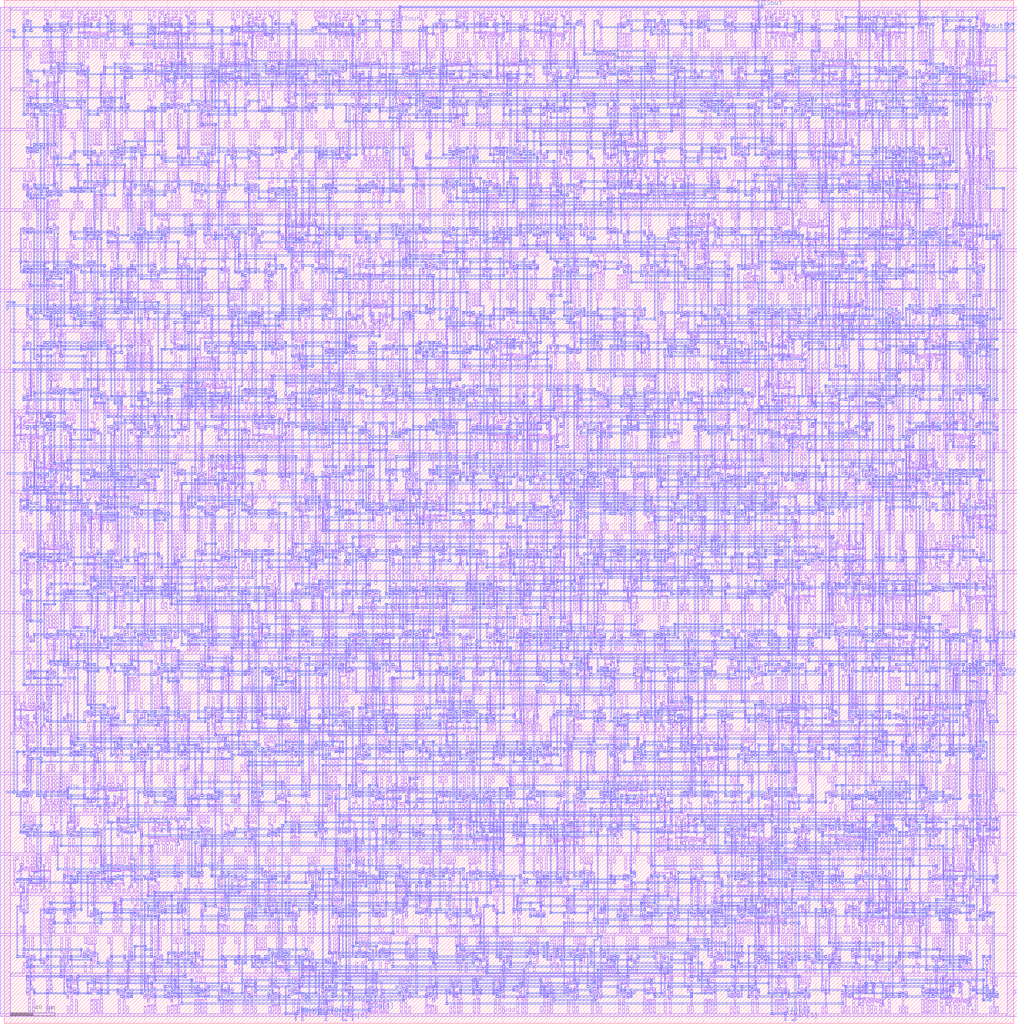
<source format=lef>
VERSION 5.7 ;
  NOWIREEXTENSIONATPIN ON ;
  DIVIDERCHAR "/" ;
  BUSBITCHARS "[]" ;
MACRO cordic_element
  CLASS BLOCK ;
  FOREIGN cordic_element ;
  ORIGIN 6.000 6.000 ;
  SIZE 903.000 BY 915.000 ;
  PIN gnd
    USE GROUND ;
    PORT
      LAYER metal1 ;
        RECT 0.600 900.300 900.300 902.700 ;
        RECT 891.300 830.700 900.300 900.300 ;
        RECT 0.600 828.300 900.300 830.700 ;
        RECT 891.300 758.700 900.300 828.300 ;
        RECT 0.600 756.300 900.300 758.700 ;
        RECT 891.300 686.700 900.300 756.300 ;
        RECT 0.600 684.300 900.300 686.700 ;
        RECT 891.300 614.700 900.300 684.300 ;
        RECT 0.600 612.300 900.300 614.700 ;
        RECT 891.300 542.700 900.300 612.300 ;
        RECT 0.600 540.300 900.300 542.700 ;
        RECT 891.300 470.700 900.300 540.300 ;
        RECT 0.600 468.300 900.300 470.700 ;
        RECT 891.300 398.700 900.300 468.300 ;
        RECT 0.600 396.300 900.300 398.700 ;
        RECT 891.300 326.700 900.300 396.300 ;
        RECT 0.600 324.300 900.300 326.700 ;
        RECT 891.300 254.700 900.300 324.300 ;
        RECT 0.600 252.300 900.300 254.700 ;
        RECT 891.300 182.700 900.300 252.300 ;
        RECT 0.600 180.300 900.300 182.700 ;
        RECT 891.300 110.700 900.300 180.300 ;
        RECT 0.600 108.300 900.300 110.700 ;
        RECT 891.300 38.700 900.300 108.300 ;
        RECT 0.600 36.300 900.300 38.700 ;
        RECT 891.300 0.300 900.300 36.300 ;
    END
  END gnd
  PIN vdd
    USE POWER ;
    PORT
      LAYER metal1 ;
        RECT -9.300 866.700 -0.300 902.700 ;
        RECT -9.300 864.300 890.400 866.700 ;
        RECT -9.300 794.700 -0.300 864.300 ;
        RECT -9.300 792.300 890.400 794.700 ;
        RECT -9.300 722.700 -0.300 792.300 ;
        RECT -9.300 720.300 890.400 722.700 ;
        RECT -9.300 650.700 -0.300 720.300 ;
        RECT -9.300 648.300 890.400 650.700 ;
        RECT -9.300 578.700 -0.300 648.300 ;
        RECT -9.300 576.300 890.400 578.700 ;
        RECT -9.300 506.700 -0.300 576.300 ;
        RECT -9.300 504.300 890.400 506.700 ;
        RECT -9.300 434.700 -0.300 504.300 ;
        RECT -9.300 432.300 890.400 434.700 ;
        RECT -9.300 362.700 -0.300 432.300 ;
        RECT -9.300 360.300 890.400 362.700 ;
        RECT -9.300 290.700 -0.300 360.300 ;
        RECT -9.300 288.300 890.400 290.700 ;
        RECT -9.300 218.700 -0.300 288.300 ;
        RECT -9.300 216.300 890.400 218.700 ;
        RECT -9.300 146.700 -0.300 216.300 ;
        RECT -9.300 144.300 890.400 146.700 ;
        RECT -9.300 74.700 -0.300 144.300 ;
        RECT -9.300 72.300 890.400 74.700 ;
        RECT -9.300 2.700 -0.300 72.300 ;
        RECT -9.300 0.300 890.400 2.700 ;
    END
  END vdd
  PIN Ain[1]
    PORT
      LAYER metal2 ;
        RECT 292.950 666.450 295.050 667.050 ;
        RECT 290.400 665.400 295.050 666.450 ;
        RECT 290.400 661.050 291.450 665.400 ;
        RECT 292.950 664.950 295.050 665.400 ;
        RECT 427.950 664.950 430.050 667.050 ;
        RECT 428.400 661.050 429.450 664.950 ;
        RECT 289.950 658.950 292.050 661.050 ;
        RECT 427.950 658.950 430.050 661.050 ;
        RECT 517.950 658.950 520.050 661.050 ;
        RECT 1.950 637.950 4.050 640.050 ;
        RECT 2.400 586.050 3.450 637.950 ;
        RECT 290.400 586.050 291.450 658.950 ;
        RECT 1.950 583.950 4.050 586.050 ;
        RECT 214.950 583.950 217.050 586.050 ;
        RECT 289.950 583.950 292.050 586.050 ;
        RECT 215.400 562.050 216.450 583.950 ;
        RECT 214.950 559.950 217.050 562.050 ;
        RECT 518.400 508.050 519.450 658.950 ;
        RECT 799.950 520.950 802.050 523.050 ;
        RECT 800.400 517.050 801.450 520.950 ;
        RECT 694.950 514.950 697.050 517.050 ;
        RECT 799.950 514.950 802.050 517.050 ;
        RECT 695.400 508.050 696.450 514.950 ;
        RECT 517.950 505.950 520.050 508.050 ;
        RECT 694.950 505.950 697.050 508.050 ;
        RECT 691.950 480.450 694.050 481.050 ;
        RECT 695.400 480.450 696.450 505.950 ;
        RECT 691.950 479.400 696.450 480.450 ;
        RECT 691.950 478.950 694.050 479.400 ;
      LAYER metal3 ;
        RECT 289.950 660.600 292.050 661.050 ;
        RECT 427.950 660.600 430.050 661.050 ;
        RECT 517.950 660.600 520.050 661.050 ;
        RECT 289.950 659.400 520.050 660.600 ;
        RECT 289.950 658.950 292.050 659.400 ;
        RECT 427.950 658.950 430.050 659.400 ;
        RECT 517.950 658.950 520.050 659.400 ;
        RECT 1.950 639.600 4.050 640.050 ;
        RECT -3.600 638.400 4.050 639.600 ;
        RECT 1.950 637.950 4.050 638.400 ;
        RECT 1.950 585.600 4.050 586.050 ;
        RECT 214.950 585.600 217.050 586.050 ;
        RECT 289.950 585.600 292.050 586.050 ;
        RECT 1.950 584.400 292.050 585.600 ;
        RECT 1.950 583.950 4.050 584.400 ;
        RECT 214.950 583.950 217.050 584.400 ;
        RECT 289.950 583.950 292.050 584.400 ;
        RECT 694.950 516.600 697.050 517.050 ;
        RECT 799.950 516.600 802.050 517.050 ;
        RECT 694.950 515.400 802.050 516.600 ;
        RECT 694.950 514.950 697.050 515.400 ;
        RECT 799.950 514.950 802.050 515.400 ;
        RECT 517.950 507.600 520.050 508.050 ;
        RECT 694.950 507.600 697.050 508.050 ;
        RECT 517.950 506.400 697.050 507.600 ;
        RECT 517.950 505.950 520.050 506.400 ;
        RECT 694.950 505.950 697.050 506.400 ;
    END
  END Ain[1]
  PIN Ain[0]
    PORT
      LAYER metal2 ;
        RECT 397.950 703.950 400.050 706.050 ;
        RECT 415.950 703.950 418.050 706.050 ;
        RECT 538.950 705.450 541.050 706.050 ;
        RECT 538.950 704.400 543.450 705.450 ;
        RECT 538.950 703.950 541.050 704.400 ;
        RECT 398.400 688.050 399.450 703.950 ;
        RECT 542.400 688.050 543.450 704.400 ;
        RECT 397.950 685.950 400.050 688.050 ;
        RECT 541.950 685.950 544.050 688.050 ;
        RECT 595.950 685.950 598.050 688.050 ;
        RECT 398.400 678.450 399.450 685.950 ;
        RECT 395.400 677.400 399.450 678.450 ;
        RECT 370.950 634.950 373.050 637.050 ;
        RECT 371.400 634.050 372.450 634.950 ;
        RECT 395.400 634.050 396.450 677.400 ;
        RECT 596.400 637.050 597.450 685.950 ;
        RECT 595.950 634.950 598.050 637.050 ;
        RECT 658.950 634.950 661.050 637.050 ;
        RECT 757.950 634.950 760.050 637.050 ;
        RECT 659.400 634.050 660.450 634.950 ;
        RECT 370.950 631.950 373.050 634.050 ;
        RECT 394.950 631.950 397.050 634.050 ;
        RECT 397.950 631.950 400.050 634.050 ;
        RECT 658.950 631.950 661.050 634.050 ;
        RECT 398.400 595.050 399.450 631.950 ;
        RECT 758.400 604.050 759.450 634.950 ;
        RECT 757.950 601.950 760.050 604.050 ;
        RECT 397.950 592.950 400.050 595.050 ;
        RECT 409.950 592.950 412.050 595.050 ;
      LAYER metal3 ;
        RECT 397.950 705.600 400.050 706.050 ;
        RECT 415.950 705.600 418.050 706.050 ;
        RECT 397.950 704.400 418.050 705.600 ;
        RECT 397.950 703.950 400.050 704.400 ;
        RECT 415.950 703.950 418.050 704.400 ;
        RECT 397.950 687.600 400.050 688.050 ;
        RECT 541.950 687.600 544.050 688.050 ;
        RECT 595.950 687.600 598.050 688.050 ;
        RECT 397.950 686.400 598.050 687.600 ;
        RECT 397.950 685.950 400.050 686.400 ;
        RECT 541.950 685.950 544.050 686.400 ;
        RECT 595.950 685.950 598.050 686.400 ;
        RECT 370.950 636.600 373.050 637.050 ;
        RECT -3.600 635.400 373.050 636.600 ;
        RECT -3.600 632.400 -2.400 635.400 ;
        RECT 370.950 634.950 373.050 635.400 ;
        RECT 595.950 636.600 598.050 637.050 ;
        RECT 658.950 636.600 661.050 637.050 ;
        RECT 757.950 636.600 760.050 637.050 ;
        RECT 595.950 635.400 760.050 636.600 ;
        RECT 595.950 634.950 598.050 635.400 ;
        RECT 658.950 634.950 661.050 635.400 ;
        RECT 757.950 634.950 760.050 635.400 ;
        RECT 370.950 633.600 373.050 634.050 ;
        RECT 394.950 633.600 397.050 634.050 ;
        RECT 397.950 633.600 400.050 634.050 ;
        RECT 370.950 632.400 400.050 633.600 ;
        RECT 370.950 631.950 373.050 632.400 ;
        RECT 394.950 631.950 397.050 632.400 ;
        RECT 397.950 631.950 400.050 632.400 ;
        RECT 397.950 594.600 400.050 595.050 ;
        RECT 409.950 594.600 412.050 595.050 ;
        RECT 397.950 593.400 412.050 594.600 ;
        RECT 397.950 592.950 400.050 593.400 ;
        RECT 409.950 592.950 412.050 593.400 ;
    END
  END Ain[0]
  PIN Aout[1]
    PORT
      LAYER metal2 ;
        RECT 812.400 889.050 813.450 909.450 ;
        RECT 811.950 886.950 814.050 889.050 ;
    END
  END Aout[1]
  PIN Aout[0]
    PORT
      LAYER metal2 ;
        RECT 758.400 889.050 759.450 909.450 ;
        RECT 757.950 886.950 760.050 889.050 ;
    END
  END Aout[0]
  PIN ISin
    PORT
      LAYER metal2 ;
        RECT 1.950 880.950 4.050 883.050 ;
        RECT 121.950 880.950 124.050 883.050 ;
        RECT 2.400 877.050 3.450 880.950 ;
        RECT 122.400 877.050 123.450 880.950 ;
        RECT 1.950 874.950 4.050 877.050 ;
        RECT 121.950 874.950 124.050 877.050 ;
      LAYER metal3 ;
        RECT 1.950 882.600 4.050 883.050 ;
        RECT -3.600 881.400 4.050 882.600 ;
        RECT 1.950 880.950 4.050 881.400 ;
        RECT 1.950 876.600 4.050 877.050 ;
        RECT 121.950 876.600 124.050 877.050 ;
        RECT 1.950 875.400 124.050 876.600 ;
        RECT 1.950 874.950 4.050 875.400 ;
        RECT 121.950 874.950 124.050 875.400 ;
    END
  END ISin
  PIN ISout
    PORT
      LAYER metal2 ;
        RECT 671.400 904.050 672.450 909.450 ;
        RECT 346.950 901.950 349.050 904.050 ;
        RECT 670.950 901.950 673.050 904.050 ;
        RECT 347.400 889.050 348.450 901.950 ;
        RECT 346.950 886.950 349.050 889.050 ;
      LAYER metal3 ;
        RECT 346.950 903.600 349.050 904.050 ;
        RECT 670.950 903.600 673.050 904.050 ;
        RECT 346.950 902.400 673.050 903.600 ;
        RECT 346.950 901.950 349.050 902.400 ;
        RECT 670.950 901.950 673.050 902.400 ;
    END
  END ISout
  PIN Rdy
    PORT
      LAYER metal2 ;
        RECT 31.950 481.950 34.050 484.050 ;
      LAYER metal3 ;
        RECT -3.600 485.400 33.600 486.600 ;
        RECT 32.400 484.050 33.600 485.400 ;
        RECT 31.950 481.950 34.050 484.050 ;
    END
  END Rdy
  PIN Stg[2]
    PORT
      LAYER metal2 ;
        RECT 286.950 339.450 289.050 340.050 ;
        RECT 286.950 338.400 291.450 339.450 ;
        RECT 286.950 337.950 289.050 338.400 ;
        RECT 290.400 265.050 291.450 338.400 ;
        RECT 472.950 337.950 475.050 340.050 ;
        RECT 694.950 337.950 697.050 340.050 ;
        RECT 473.400 334.050 474.450 337.950 ;
        RECT 454.950 331.950 457.050 334.050 ;
        RECT 472.950 331.950 475.050 334.050 ;
        RECT 424.950 265.950 427.050 268.050 ;
        RECT 425.400 265.050 426.450 265.950 ;
        RECT 455.400 265.050 456.450 331.950 ;
        RECT 695.400 331.050 696.450 337.950 ;
        RECT 694.950 328.950 697.050 331.050 ;
        RECT 289.950 262.950 292.050 265.050 ;
        RECT 298.950 262.950 301.050 265.050 ;
        RECT 424.950 262.950 427.050 265.050 ;
        RECT 454.950 262.950 457.050 265.050 ;
        RECT 299.400 196.050 300.450 262.950 ;
        RECT 289.950 193.950 292.050 196.050 ;
        RECT 298.950 193.950 301.050 196.050 ;
        RECT 290.400 133.050 291.450 193.950 ;
        RECT 277.950 130.950 280.050 133.050 ;
        RECT 289.950 130.950 292.050 133.050 ;
        RECT 278.400 42.450 279.450 130.950 ;
        RECT 275.400 41.400 279.450 42.450 ;
        RECT 275.400 4.050 276.450 41.400 ;
        RECT 274.950 1.950 277.050 4.050 ;
        RECT 280.950 1.950 283.050 4.050 ;
        RECT 281.400 -3.600 282.450 1.950 ;
      LAYER metal3 ;
        RECT 454.950 333.600 457.050 334.050 ;
        RECT 472.950 333.600 475.050 334.050 ;
        RECT 454.950 332.400 663.600 333.600 ;
        RECT 454.950 331.950 457.050 332.400 ;
        RECT 472.950 331.950 475.050 332.400 ;
        RECT 662.400 330.600 663.600 332.400 ;
        RECT 694.950 330.600 697.050 331.050 ;
        RECT 662.400 329.400 697.050 330.600 ;
        RECT 694.950 328.950 697.050 329.400 ;
        RECT 289.950 264.600 292.050 265.050 ;
        RECT 298.950 264.600 301.050 265.050 ;
        RECT 424.950 264.600 427.050 265.050 ;
        RECT 454.950 264.600 457.050 265.050 ;
        RECT 289.950 263.400 457.050 264.600 ;
        RECT 289.950 262.950 292.050 263.400 ;
        RECT 298.950 262.950 301.050 263.400 ;
        RECT 424.950 262.950 427.050 263.400 ;
        RECT 454.950 262.950 457.050 263.400 ;
        RECT 289.950 195.600 292.050 196.050 ;
        RECT 298.950 195.600 301.050 196.050 ;
        RECT 289.950 194.400 301.050 195.600 ;
        RECT 289.950 193.950 292.050 194.400 ;
        RECT 298.950 193.950 301.050 194.400 ;
        RECT 277.950 132.600 280.050 133.050 ;
        RECT 289.950 132.600 292.050 133.050 ;
        RECT 277.950 131.400 292.050 132.600 ;
        RECT 277.950 130.950 280.050 131.400 ;
        RECT 289.950 130.950 292.050 131.400 ;
        RECT 274.950 3.600 277.050 4.050 ;
        RECT 280.950 3.600 283.050 4.050 ;
        RECT 274.950 2.400 283.050 3.600 ;
        RECT 274.950 1.950 277.050 2.400 ;
        RECT 280.950 1.950 283.050 2.400 ;
    END
  END Stg[2]
  PIN Stg[1]
    PORT
      LAYER metal2 ;
        RECT 205.950 337.950 208.050 340.050 ;
        RECT 364.950 337.950 367.050 340.050 ;
        RECT 538.950 339.450 541.050 340.050 ;
        RECT 536.400 338.400 541.050 339.450 ;
        RECT 206.400 295.050 207.450 337.950 ;
        RECT 365.400 336.450 366.450 337.950 ;
        RECT 365.400 335.400 369.450 336.450 ;
        RECT 368.400 295.050 369.450 335.400 ;
        RECT 536.400 295.050 537.450 338.400 ;
        RECT 538.950 337.950 541.050 338.400 ;
        RECT 205.950 292.950 208.050 295.050 ;
        RECT 325.950 292.950 328.050 295.050 ;
        RECT 367.950 292.950 370.050 295.050 ;
        RECT 535.950 292.950 538.050 295.050 ;
        RECT 206.400 267.450 207.450 292.950 ;
        RECT 208.950 267.450 211.050 268.050 ;
        RECT 206.400 266.400 211.050 267.450 ;
        RECT 208.950 265.950 211.050 266.400 ;
        RECT 326.400 208.050 327.450 292.950 ;
        RECT 319.950 205.950 322.050 208.050 ;
        RECT 325.950 205.950 328.050 208.050 ;
        RECT 320.400 60.450 321.450 205.950 ;
        RECT 320.400 59.400 324.450 60.450 ;
        RECT 323.400 27.450 324.450 59.400 ;
        RECT 320.400 26.400 324.450 27.450 ;
        RECT 320.400 7.050 321.450 26.400 ;
        RECT 259.950 4.950 262.050 7.050 ;
        RECT 319.950 4.950 322.050 7.050 ;
        RECT 260.400 -3.600 261.450 4.950 ;
      LAYER metal3 ;
        RECT 205.950 294.600 208.050 295.050 ;
        RECT 325.950 294.600 328.050 295.050 ;
        RECT 367.950 294.600 370.050 295.050 ;
        RECT 535.950 294.600 538.050 295.050 ;
        RECT 205.950 293.400 538.050 294.600 ;
        RECT 205.950 292.950 208.050 293.400 ;
        RECT 325.950 292.950 328.050 293.400 ;
        RECT 367.950 292.950 370.050 293.400 ;
        RECT 535.950 292.950 538.050 293.400 ;
        RECT 319.950 207.600 322.050 208.050 ;
        RECT 325.950 207.600 328.050 208.050 ;
        RECT 319.950 206.400 328.050 207.600 ;
        RECT 319.950 205.950 322.050 206.400 ;
        RECT 325.950 205.950 328.050 206.400 ;
        RECT 259.950 6.600 262.050 7.050 ;
        RECT 319.950 6.600 322.050 7.050 ;
        RECT 259.950 5.400 322.050 6.600 ;
        RECT 259.950 4.950 262.050 5.400 ;
        RECT 319.950 4.950 322.050 5.400 ;
    END
  END Stg[1]
  PIN Stg[0]
    PORT
      LAYER metal2 ;
        RECT 157.950 463.950 160.050 466.050 ;
        RECT 274.950 463.950 277.050 466.050 ;
        RECT 158.400 457.050 159.450 463.950 ;
        RECT 275.400 457.050 276.450 463.950 ;
        RECT 157.950 456.450 160.050 457.050 ;
        RECT 155.400 455.400 160.050 456.450 ;
        RECT 151.950 411.450 154.050 412.050 ;
        RECT 155.400 411.450 156.450 455.400 ;
        RECT 157.950 454.950 160.050 455.400 ;
        RECT 274.950 456.450 277.050 457.050 ;
        RECT 274.950 455.400 279.450 456.450 ;
        RECT 274.950 454.950 277.050 455.400 ;
        RECT 278.400 436.050 279.450 455.400 ;
        RECT 277.950 433.950 280.050 436.050 ;
        RECT 490.950 433.950 493.050 436.050 ;
        RECT 151.950 410.400 156.450 411.450 ;
        RECT 491.400 411.450 492.450 433.950 ;
        RECT 493.950 411.450 496.050 412.050 ;
        RECT 491.400 410.400 496.050 411.450 ;
        RECT 151.950 409.950 154.050 410.400 ;
        RECT 493.950 409.950 496.050 410.400 ;
        RECT 494.400 385.050 495.450 409.950 ;
        RECT 493.950 382.950 496.050 385.050 ;
        RECT 502.950 382.950 505.050 385.050 ;
        RECT 494.400 358.050 495.450 382.950 ;
        RECT 481.950 355.950 484.050 358.050 ;
        RECT 493.950 355.950 496.050 358.050 ;
        RECT 482.400 301.050 483.450 355.950 ;
        RECT 481.950 298.950 484.050 301.050 ;
        RECT 490.950 298.950 493.050 301.050 ;
        RECT 491.400 240.450 492.450 298.950 ;
        RECT 493.950 240.450 496.050 241.050 ;
        RECT 491.400 239.400 496.050 240.450 ;
        RECT 491.400 226.050 492.450 239.400 ;
        RECT 493.950 238.950 496.050 239.400 ;
        RECT 277.950 223.950 280.050 226.050 ;
        RECT 490.950 223.950 493.050 226.050 ;
        RECT 278.400 172.050 279.450 223.950 ;
        RECT 241.950 169.950 244.050 172.050 ;
        RECT 256.950 169.950 259.050 172.050 ;
        RECT 277.950 169.950 280.050 172.050 ;
        RECT 242.400 58.050 243.450 169.950 ;
        RECT 257.400 169.050 258.450 169.950 ;
        RECT 256.950 166.950 259.050 169.050 ;
        RECT 241.950 55.950 244.050 58.050 ;
        RECT 247.950 55.950 250.050 58.050 ;
        RECT 248.400 27.450 249.450 55.950 ;
        RECT 245.400 26.400 249.450 27.450 ;
        RECT 245.400 4.050 246.450 26.400 ;
        RECT 244.950 1.950 247.050 4.050 ;
        RECT 253.950 1.950 256.050 4.050 ;
        RECT 254.400 -3.600 255.450 1.950 ;
      LAYER metal3 ;
        RECT 157.950 465.600 160.050 466.050 ;
        RECT 274.950 465.600 277.050 466.050 ;
        RECT 157.950 464.400 277.050 465.600 ;
        RECT 157.950 463.950 160.050 464.400 ;
        RECT 274.950 463.950 277.050 464.400 ;
        RECT 277.950 435.600 280.050 436.050 ;
        RECT 490.950 435.600 493.050 436.050 ;
        RECT 277.950 434.400 493.050 435.600 ;
        RECT 277.950 433.950 280.050 434.400 ;
        RECT 490.950 433.950 493.050 434.400 ;
        RECT 493.950 384.600 496.050 385.050 ;
        RECT 502.950 384.600 505.050 385.050 ;
        RECT 493.950 383.400 505.050 384.600 ;
        RECT 493.950 382.950 496.050 383.400 ;
        RECT 502.950 382.950 505.050 383.400 ;
        RECT 481.950 357.600 484.050 358.050 ;
        RECT 493.950 357.600 496.050 358.050 ;
        RECT 481.950 356.400 496.050 357.600 ;
        RECT 481.950 355.950 484.050 356.400 ;
        RECT 493.950 355.950 496.050 356.400 ;
        RECT 481.950 300.600 484.050 301.050 ;
        RECT 490.950 300.600 493.050 301.050 ;
        RECT 481.950 299.400 493.050 300.600 ;
        RECT 481.950 298.950 484.050 299.400 ;
        RECT 490.950 298.950 493.050 299.400 ;
        RECT 277.950 225.600 280.050 226.050 ;
        RECT 490.950 225.600 493.050 226.050 ;
        RECT 277.950 224.400 493.050 225.600 ;
        RECT 277.950 223.950 280.050 224.400 ;
        RECT 490.950 223.950 493.050 224.400 ;
        RECT 241.950 171.600 244.050 172.050 ;
        RECT 256.950 171.600 259.050 172.050 ;
        RECT 277.950 171.600 280.050 172.050 ;
        RECT 241.950 170.400 280.050 171.600 ;
        RECT 241.950 169.950 244.050 170.400 ;
        RECT 256.950 169.950 259.050 170.400 ;
        RECT 277.950 169.950 280.050 170.400 ;
        RECT 241.950 57.600 244.050 58.050 ;
        RECT 247.950 57.600 250.050 58.050 ;
        RECT 241.950 56.400 250.050 57.600 ;
        RECT 241.950 55.950 244.050 56.400 ;
        RECT 247.950 55.950 250.050 56.400 ;
        RECT 244.950 3.600 247.050 4.050 ;
        RECT 253.950 3.600 256.050 4.050 ;
        RECT 244.950 2.400 256.050 3.600 ;
        RECT 244.950 1.950 247.050 2.400 ;
        RECT 253.950 1.950 256.050 2.400 ;
    END
  END Stg[0]
  PIN Vld
    PORT
      LAYER metal2 ;
        RECT 665.400 908.400 669.450 909.450 ;
        RECT 668.400 889.050 669.450 908.400 ;
        RECT 667.950 886.950 670.050 889.050 ;
    END
  END Vld
  PIN Xin[1]
    PORT
      LAYER metal1 ;
        RECT 649.950 375.450 652.050 376.050 ;
        RECT 655.950 375.450 658.050 376.050 ;
        RECT 649.950 374.550 658.050 375.450 ;
        RECT 649.950 373.950 652.050 374.550 ;
        RECT 655.950 373.950 658.050 374.550 ;
      LAYER metal2 ;
        RECT 286.950 592.950 289.050 595.050 ;
        RECT 287.400 591.450 288.450 592.950 ;
        RECT 284.400 590.400 288.450 591.450 ;
        RECT 284.400 577.050 285.450 590.400 ;
        RECT 283.950 574.950 286.050 577.050 ;
        RECT 427.950 574.950 430.050 577.050 ;
        RECT 649.950 574.950 652.050 577.050 ;
        RECT 211.950 520.950 214.050 523.050 ;
        RECT 212.400 511.050 213.450 520.950 ;
        RECT 284.400 511.050 285.450 574.950 ;
        RECT 428.400 562.050 429.450 574.950 ;
        RECT 427.950 559.950 430.050 562.050 ;
        RECT 28.950 508.950 31.050 511.050 ;
        RECT 211.950 508.950 214.050 511.050 ;
        RECT 283.950 508.950 286.050 511.050 ;
        RECT 29.400 471.450 30.450 508.950 ;
        RECT 26.400 470.400 30.450 471.450 ;
        RECT 16.950 376.950 19.050 379.050 ;
        RECT 17.400 355.050 18.450 376.950 ;
        RECT 26.400 355.050 27.450 470.400 ;
        RECT 650.400 376.050 651.450 574.950 ;
        RECT 655.950 376.950 658.050 379.050 ;
        RECT 656.400 376.050 657.450 376.950 ;
        RECT 649.950 373.950 652.050 376.050 ;
        RECT 655.950 373.950 658.050 376.050 ;
        RECT 16.950 352.950 19.050 355.050 ;
        RECT 25.950 352.950 28.050 355.050 ;
        RECT 26.400 232.050 27.450 352.950 ;
        RECT 656.400 274.050 657.450 373.950 ;
        RECT 631.950 271.950 634.050 274.050 ;
        RECT 655.950 271.950 658.050 274.050 ;
        RECT 16.950 229.950 19.050 232.050 ;
        RECT 25.950 229.950 28.050 232.050 ;
        RECT 17.400 202.050 18.450 229.950 ;
        RECT 16.950 199.950 19.050 202.050 ;
        RECT 632.400 129.450 633.450 271.950 ;
        RECT 629.400 128.400 633.450 129.450 ;
        RECT 629.400 103.050 630.450 128.400 ;
        RECT 628.950 100.950 631.050 103.050 ;
        RECT 700.950 100.950 703.050 103.050 ;
        RECT 701.400 -2.550 702.450 100.950 ;
        RECT 698.400 -3.600 702.450 -2.550 ;
      LAYER metal3 ;
        RECT 283.950 576.600 286.050 577.050 ;
        RECT 427.950 576.600 430.050 577.050 ;
        RECT 649.950 576.600 652.050 577.050 ;
        RECT 283.950 575.400 652.050 576.600 ;
        RECT 283.950 574.950 286.050 575.400 ;
        RECT 427.950 574.950 430.050 575.400 ;
        RECT 649.950 574.950 652.050 575.400 ;
        RECT 28.950 510.600 31.050 511.050 ;
        RECT 211.950 510.600 214.050 511.050 ;
        RECT 283.950 510.600 286.050 511.050 ;
        RECT 28.950 509.400 286.050 510.600 ;
        RECT 28.950 508.950 31.050 509.400 ;
        RECT 211.950 508.950 214.050 509.400 ;
        RECT 283.950 508.950 286.050 509.400 ;
        RECT 16.950 354.600 19.050 355.050 ;
        RECT 25.950 354.600 28.050 355.050 ;
        RECT 16.950 353.400 28.050 354.600 ;
        RECT 16.950 352.950 19.050 353.400 ;
        RECT 25.950 352.950 28.050 353.400 ;
        RECT 631.950 273.600 634.050 274.050 ;
        RECT 655.950 273.600 658.050 274.050 ;
        RECT 631.950 272.400 658.050 273.600 ;
        RECT 631.950 271.950 634.050 272.400 ;
        RECT 655.950 271.950 658.050 272.400 ;
        RECT 16.950 231.600 19.050 232.050 ;
        RECT 25.950 231.600 28.050 232.050 ;
        RECT 16.950 230.400 28.050 231.600 ;
        RECT 16.950 229.950 19.050 230.400 ;
        RECT 25.950 229.950 28.050 230.400 ;
        RECT 628.950 102.600 631.050 103.050 ;
        RECT 700.950 102.600 703.050 103.050 ;
        RECT 628.950 101.400 703.050 102.600 ;
        RECT 628.950 100.950 631.050 101.400 ;
        RECT 700.950 100.950 703.050 101.400 ;
    END
  END Xin[1]
  PIN Xin[0]
    PORT
      LAYER metal2 ;
        RECT 76.950 522.450 79.050 523.050 ;
        RECT 76.950 521.400 81.450 522.450 ;
        RECT 76.950 520.950 79.050 521.400 ;
        RECT 80.400 448.050 81.450 521.400 ;
        RECT 415.950 502.950 418.050 505.050 ;
        RECT 607.950 502.950 610.050 505.050 ;
        RECT 416.400 502.050 417.450 502.950 ;
        RECT 343.950 499.950 346.050 502.050 ;
        RECT 415.950 499.950 418.050 502.050 ;
        RECT 340.950 489.450 343.050 490.050 ;
        RECT 344.400 489.450 345.450 499.950 ;
        RECT 416.400 490.050 417.450 499.950 ;
        RECT 340.950 488.400 345.450 489.450 ;
        RECT 340.950 487.950 343.050 488.400 ;
        RECT 344.400 481.050 345.450 488.400 ;
        RECT 415.950 487.950 418.050 490.050 ;
        RECT 295.950 478.950 298.050 481.050 ;
        RECT 343.950 478.950 346.050 481.050 ;
        RECT 127.950 448.950 130.050 451.050 ;
        RECT 229.950 448.950 232.050 451.050 ;
        RECT 128.400 448.050 129.450 448.950 ;
        RECT 230.400 448.050 231.450 448.950 ;
        RECT 296.400 448.050 297.450 478.950 ;
        RECT 79.950 445.950 82.050 448.050 ;
        RECT 127.950 445.950 130.050 448.050 ;
        RECT 229.950 445.950 232.050 448.050 ;
        RECT 295.950 445.950 298.050 448.050 ;
        RECT 608.400 445.050 609.450 502.950 ;
        RECT 607.950 442.950 610.050 445.050 ;
        RECT 700.950 442.950 703.050 445.050 ;
        RECT 701.400 418.050 702.450 442.950 ;
        RECT 700.950 417.450 703.050 418.050 ;
        RECT 698.400 416.400 703.050 417.450 ;
        RECT 698.400 241.050 699.450 416.400 ;
        RECT 700.950 415.950 703.050 416.400 ;
        RECT 691.950 238.950 694.050 241.050 ;
        RECT 697.950 238.950 700.050 241.050 ;
        RECT 692.400 139.050 693.450 238.950 ;
        RECT 679.950 136.950 682.050 139.050 ;
        RECT 691.950 136.950 694.050 139.050 ;
        RECT 680.400 4.050 681.450 136.950 ;
        RECT 679.950 1.950 682.050 4.050 ;
        RECT 691.950 1.950 694.050 4.050 ;
        RECT 692.400 -3.600 693.450 1.950 ;
      LAYER metal3 ;
        RECT 415.950 504.600 418.050 505.050 ;
        RECT 607.950 504.600 610.050 505.050 ;
        RECT 415.950 503.400 610.050 504.600 ;
        RECT 415.950 502.950 418.050 503.400 ;
        RECT 607.950 502.950 610.050 503.400 ;
        RECT 343.950 501.600 346.050 502.050 ;
        RECT 415.950 501.600 418.050 502.050 ;
        RECT 343.950 500.400 418.050 501.600 ;
        RECT 343.950 499.950 346.050 500.400 ;
        RECT 415.950 499.950 418.050 500.400 ;
        RECT 295.950 480.600 298.050 481.050 ;
        RECT 343.950 480.600 346.050 481.050 ;
        RECT 295.950 479.400 346.050 480.600 ;
        RECT 295.950 478.950 298.050 479.400 ;
        RECT 343.950 478.950 346.050 479.400 ;
        RECT 79.950 447.600 82.050 448.050 ;
        RECT 127.950 447.600 130.050 448.050 ;
        RECT 229.950 447.600 232.050 448.050 ;
        RECT 295.950 447.600 298.050 448.050 ;
        RECT 79.950 446.400 298.050 447.600 ;
        RECT 79.950 445.950 82.050 446.400 ;
        RECT 127.950 445.950 130.050 446.400 ;
        RECT 229.950 445.950 232.050 446.400 ;
        RECT 295.950 445.950 298.050 446.400 ;
        RECT 607.950 444.600 610.050 445.050 ;
        RECT 700.950 444.600 703.050 445.050 ;
        RECT 607.950 443.400 703.050 444.600 ;
        RECT 607.950 442.950 610.050 443.400 ;
        RECT 700.950 442.950 703.050 443.400 ;
        RECT 691.950 240.600 694.050 241.050 ;
        RECT 697.950 240.600 700.050 241.050 ;
        RECT 691.950 239.400 700.050 240.600 ;
        RECT 691.950 238.950 694.050 239.400 ;
        RECT 697.950 238.950 700.050 239.400 ;
        RECT 679.950 138.600 682.050 139.050 ;
        RECT 691.950 138.600 694.050 139.050 ;
        RECT 679.950 137.400 694.050 138.600 ;
        RECT 679.950 136.950 682.050 137.400 ;
        RECT 691.950 136.950 694.050 137.400 ;
        RECT 679.950 3.600 682.050 4.050 ;
        RECT 691.950 3.600 694.050 4.050 ;
        RECT 679.950 2.400 694.050 3.600 ;
        RECT 679.950 1.950 682.050 2.400 ;
        RECT 691.950 1.950 694.050 2.400 ;
    END
  END Xin[0]
  PIN Xout[1]
    PORT
      LAYER metal2 ;
        RECT 889.950 886.950 892.050 889.050 ;
        RECT 890.400 838.050 891.450 886.950 ;
        RECT 856.950 835.950 859.050 838.050 ;
        RECT 889.950 835.950 892.050 838.050 ;
        RECT 857.400 817.050 858.450 835.950 ;
        RECT 856.950 814.950 859.050 817.050 ;
      LAYER metal3 ;
        RECT 889.950 888.600 892.050 889.050 ;
        RECT 889.950 887.400 897.600 888.600 ;
        RECT 889.950 886.950 892.050 887.400 ;
        RECT 856.950 837.600 859.050 838.050 ;
        RECT 889.950 837.600 892.050 838.050 ;
        RECT 856.950 836.400 892.050 837.600 ;
        RECT 856.950 835.950 859.050 836.400 ;
        RECT 889.950 835.950 892.050 836.400 ;
    END
  END Xout[1]
  PIN Xout[0]
    PORT
      LAYER metal2 ;
        RECT 868.950 888.450 871.050 889.050 ;
        RECT 868.950 887.400 873.450 888.450 ;
        RECT 868.950 886.950 871.050 887.400 ;
        RECT 872.400 883.050 873.450 887.400 ;
        RECT 871.950 880.950 874.050 883.050 ;
      LAYER metal3 ;
        RECT 871.950 882.600 874.050 883.050 ;
        RECT 871.950 881.400 897.600 882.600 ;
        RECT 871.950 880.950 874.050 881.400 ;
    END
  END Xout[0]
  PIN Yin[1]
    PORT
      LAYER metal1 ;
        RECT 436.950 204.450 439.050 205.050 ;
        RECT 442.950 204.450 445.050 205.050 ;
        RECT 436.950 203.550 445.050 204.450 ;
        RECT 436.950 202.950 439.050 203.550 ;
        RECT 442.950 202.950 445.050 203.550 ;
      LAYER metal2 ;
        RECT 436.950 202.950 439.050 205.050 ;
        RECT 442.950 202.950 445.050 205.050 ;
        RECT 437.400 184.050 438.450 202.950 ;
        RECT 443.400 202.050 444.450 202.950 ;
        RECT 442.950 199.950 445.050 202.050 ;
        RECT 601.950 201.450 604.050 202.050 ;
        RECT 599.400 200.400 604.050 201.450 ;
        RECT 599.400 184.050 600.450 200.400 ;
        RECT 601.950 199.950 604.050 200.400 ;
        RECT 643.950 199.950 646.050 202.050 ;
        RECT 694.950 199.950 697.050 202.050 ;
        RECT 436.950 181.950 439.050 184.050 ;
        RECT 598.950 181.950 601.050 184.050 ;
        RECT 79.950 160.950 82.050 163.050 ;
        RECT 80.400 136.050 81.450 160.950 ;
        RECT 437.400 151.050 438.450 181.950 ;
        RECT 301.950 148.950 304.050 151.050 ;
        RECT 436.950 148.950 439.050 151.050 ;
        RECT 302.400 136.050 303.450 148.950 ;
        RECT 79.950 133.950 82.050 136.050 ;
        RECT 145.950 133.950 148.050 136.050 ;
        RECT 301.950 133.950 304.050 136.050 ;
        RECT 146.400 130.050 147.450 133.950 ;
        RECT 145.950 127.950 148.050 130.050 ;
        RECT 302.400 27.450 303.450 133.950 ;
        RECT 302.400 26.400 306.450 27.450 ;
        RECT 305.400 -3.600 306.450 26.400 ;
      LAYER metal3 ;
        RECT 601.950 201.600 604.050 202.050 ;
        RECT 643.950 201.600 646.050 202.050 ;
        RECT 694.950 201.600 697.050 202.050 ;
        RECT 601.950 200.400 697.050 201.600 ;
        RECT 601.950 199.950 604.050 200.400 ;
        RECT 643.950 199.950 646.050 200.400 ;
        RECT 694.950 199.950 697.050 200.400 ;
        RECT 436.950 183.600 439.050 184.050 ;
        RECT 598.950 183.600 601.050 184.050 ;
        RECT 436.950 182.400 601.050 183.600 ;
        RECT 436.950 181.950 439.050 182.400 ;
        RECT 598.950 181.950 601.050 182.400 ;
        RECT 301.950 150.600 304.050 151.050 ;
        RECT 436.950 150.600 439.050 151.050 ;
        RECT 301.950 149.400 439.050 150.600 ;
        RECT 301.950 148.950 304.050 149.400 ;
        RECT 436.950 148.950 439.050 149.400 ;
        RECT 79.950 135.600 82.050 136.050 ;
        RECT 145.950 135.600 148.050 136.050 ;
        RECT 301.950 135.600 304.050 136.050 ;
        RECT 79.950 134.400 304.050 135.600 ;
        RECT 79.950 133.950 82.050 134.400 ;
        RECT 145.950 133.950 148.050 134.400 ;
        RECT 301.950 133.950 304.050 134.400 ;
    END
  END Yin[1]
  PIN Yin[0]
    PORT
      LAYER metal2 ;
        RECT 520.950 232.950 523.050 235.050 ;
        RECT 682.950 232.950 685.050 235.050 ;
        RECT 694.950 232.950 697.050 235.050 ;
        RECT 521.400 220.050 522.450 232.950 ;
        RECT 683.400 220.050 684.450 232.950 ;
        RECT 695.400 220.050 696.450 232.950 ;
        RECT 313.950 217.950 316.050 220.050 ;
        RECT 520.950 217.950 523.050 220.050 ;
        RECT 682.950 217.950 685.050 220.050 ;
        RECT 694.950 217.950 697.050 220.050 ;
        RECT 310.950 201.450 313.050 202.050 ;
        RECT 314.400 201.450 315.450 217.950 ;
        RECT 310.950 200.400 315.450 201.450 ;
        RECT 310.950 199.950 313.050 200.400 ;
        RECT 40.950 160.950 43.050 163.050 ;
        RECT 41.400 133.050 42.450 160.950 ;
        RECT 314.400 157.050 315.450 200.400 ;
        RECT 163.950 154.950 166.050 157.050 ;
        RECT 298.950 154.950 301.050 157.050 ;
        RECT 313.950 154.950 316.050 157.050 ;
        RECT 164.400 133.050 165.450 154.950 ;
        RECT 40.950 130.950 43.050 133.050 ;
        RECT 163.950 130.950 166.050 133.050 ;
        RECT 164.400 130.050 165.450 130.950 ;
        RECT 163.950 127.950 166.050 130.050 ;
        RECT 299.400 33.450 300.450 154.950 ;
        RECT 296.400 32.400 300.450 33.450 ;
        RECT 296.400 -2.550 297.450 32.400 ;
        RECT 296.400 -3.600 300.450 -2.550 ;
      LAYER metal3 ;
        RECT 313.950 219.600 316.050 220.050 ;
        RECT 520.950 219.600 523.050 220.050 ;
        RECT 682.950 219.600 685.050 220.050 ;
        RECT 694.950 219.600 697.050 220.050 ;
        RECT 313.950 218.400 697.050 219.600 ;
        RECT 313.950 217.950 316.050 218.400 ;
        RECT 520.950 217.950 523.050 218.400 ;
        RECT 682.950 217.950 685.050 218.400 ;
        RECT 694.950 217.950 697.050 218.400 ;
        RECT 163.950 156.600 166.050 157.050 ;
        RECT 298.950 156.600 301.050 157.050 ;
        RECT 313.950 156.600 316.050 157.050 ;
        RECT 163.950 155.400 316.050 156.600 ;
        RECT 163.950 154.950 166.050 155.400 ;
        RECT 298.950 154.950 301.050 155.400 ;
        RECT 313.950 154.950 316.050 155.400 ;
        RECT 40.950 132.600 43.050 133.050 ;
        RECT 163.950 132.600 166.050 133.050 ;
        RECT 40.950 131.400 166.050 132.600 ;
        RECT 40.950 130.950 43.050 131.400 ;
        RECT 163.950 130.950 166.050 131.400 ;
    END
  END Yin[0]
  PIN Yout[1]
    PORT
      LAYER metal2 ;
        RECT 880.950 337.950 883.050 340.050 ;
      LAYER metal3 ;
        RECT 880.950 339.600 883.050 340.050 ;
        RECT 896.400 339.600 897.600 342.600 ;
        RECT 880.950 338.400 897.600 339.600 ;
        RECT 880.950 337.950 883.050 338.400 ;
    END
  END Yout[1]
  PIN Yout[0]
    PORT
      LAYER metal2 ;
        RECT 883.950 312.450 886.050 313.050 ;
        RECT 883.950 311.400 888.450 312.450 ;
        RECT 883.950 310.950 886.050 311.400 ;
        RECT 887.400 307.050 888.450 311.400 ;
        RECT 886.950 304.950 889.050 307.050 ;
      LAYER metal3 ;
        RECT 886.950 306.600 889.050 307.050 ;
        RECT 886.950 305.400 897.600 306.600 ;
        RECT 886.950 304.950 889.050 305.400 ;
    END
  END Yout[0]
  PIN clk
    PORT
      LAYER metal2 ;
        RECT 334.950 774.450 337.050 775.050 ;
        RECT 874.950 774.450 877.050 775.050 ;
        RECT 334.950 773.400 339.450 774.450 ;
        RECT 334.950 772.950 337.050 773.400 ;
        RECT 338.400 730.050 339.450 773.400 ;
        RECT 874.950 773.400 879.450 774.450 ;
        RECT 874.950 772.950 877.050 773.400 ;
        RECT 878.400 742.050 879.450 773.400 ;
        RECT 871.950 739.950 874.050 742.050 ;
        RECT 877.950 739.950 880.050 742.050 ;
        RECT 886.950 739.950 889.050 742.050 ;
        RECT 184.950 727.950 187.050 730.050 ;
        RECT 337.950 727.950 340.050 730.050 ;
        RECT 103.950 595.950 106.050 598.050 ;
        RECT 104.400 580.050 105.450 595.950 ;
        RECT 185.400 580.050 186.450 727.950 ;
        RECT 1.950 577.950 4.050 580.050 ;
        RECT 103.950 577.950 106.050 580.050 ;
        RECT 184.950 577.950 187.050 580.050 ;
        RECT 2.400 202.050 3.450 577.950 ;
        RECT 887.400 316.050 888.450 739.950 ;
        RECT 871.950 313.950 874.050 316.050 ;
        RECT 886.950 313.950 889.050 316.050 ;
        RECT 872.400 292.050 873.450 313.950 ;
        RECT 469.950 289.950 472.050 292.050 ;
        RECT 871.950 289.950 874.050 292.050 ;
        RECT 470.400 271.050 471.450 289.950 ;
        RECT 469.950 270.450 472.050 271.050 ;
        RECT 467.400 269.400 472.050 270.450 ;
        RECT 872.400 270.450 873.450 289.950 ;
        RECT 874.950 270.450 877.050 271.050 ;
        RECT 872.400 269.400 879.450 270.450 ;
        RECT 467.400 205.050 468.450 269.400 ;
        RECT 469.950 268.950 472.050 269.400 ;
        RECT 874.950 268.950 877.050 269.400 ;
        RECT 49.950 202.950 52.050 205.050 ;
        RECT 466.950 202.950 469.050 205.050 ;
        RECT 50.400 202.050 51.450 202.950 ;
        RECT 1.950 199.950 4.050 202.050 ;
        RECT 49.950 199.950 52.050 202.050 ;
        RECT 50.400 199.050 51.450 199.950 ;
        RECT 878.400 199.050 879.450 269.400 ;
        RECT 49.950 196.950 52.050 199.050 ;
        RECT 877.950 196.950 880.050 199.050 ;
      LAYER metal3 ;
        RECT 871.950 741.600 874.050 742.050 ;
        RECT 877.950 741.600 880.050 742.050 ;
        RECT 886.950 741.600 889.050 742.050 ;
        RECT 871.950 740.400 889.050 741.600 ;
        RECT 871.950 739.950 874.050 740.400 ;
        RECT 877.950 739.950 880.050 740.400 ;
        RECT 886.950 739.950 889.050 740.400 ;
        RECT 184.950 729.600 187.050 730.050 ;
        RECT 337.950 729.600 340.050 730.050 ;
        RECT 184.950 728.400 340.050 729.600 ;
        RECT 184.950 727.950 187.050 728.400 ;
        RECT 337.950 727.950 340.050 728.400 ;
        RECT 1.950 579.600 4.050 580.050 ;
        RECT 103.950 579.600 106.050 580.050 ;
        RECT 184.950 579.600 187.050 580.050 ;
        RECT 1.950 578.400 187.050 579.600 ;
        RECT 1.950 577.950 4.050 578.400 ;
        RECT 103.950 577.950 106.050 578.400 ;
        RECT 184.950 577.950 187.050 578.400 ;
        RECT 871.950 315.600 874.050 316.050 ;
        RECT 886.950 315.600 889.050 316.050 ;
        RECT 871.950 314.400 889.050 315.600 ;
        RECT 871.950 313.950 874.050 314.400 ;
        RECT 886.950 313.950 889.050 314.400 ;
        RECT 469.950 291.600 472.050 292.050 ;
        RECT 871.950 291.600 874.050 292.050 ;
        RECT 469.950 290.400 874.050 291.600 ;
        RECT 469.950 289.950 472.050 290.400 ;
        RECT 871.950 289.950 874.050 290.400 ;
        RECT 49.950 204.600 52.050 205.050 ;
        RECT 466.950 204.600 469.050 205.050 ;
        RECT 49.950 203.400 469.050 204.600 ;
        RECT 49.950 202.950 52.050 203.400 ;
        RECT 466.950 202.950 469.050 203.400 ;
        RECT 1.950 201.600 4.050 202.050 ;
        RECT 49.950 201.600 52.050 202.050 ;
        RECT -3.600 200.400 52.050 201.600 ;
        RECT 1.950 199.950 4.050 200.400 ;
        RECT 49.950 199.950 52.050 200.400 ;
    END
  END clk
  OBS
      LAYER metal1 ;
        RECT 10.650 896.400 12.450 899.250 ;
        RECT 13.650 896.400 15.450 899.250 ;
        RECT 11.400 888.150 12.600 896.400 ;
        RECT 29.850 892.200 31.650 899.250 ;
        RECT 34.350 893.400 36.150 899.250 ;
        RECT 44.550 894.300 46.350 899.250 ;
        RECT 47.550 895.200 49.350 899.250 ;
        RECT 50.550 894.300 52.350 899.250 ;
        RECT 44.550 892.950 52.350 894.300 ;
        RECT 53.550 893.400 55.350 899.250 ;
        RECT 60.150 893.400 61.950 899.250 ;
        RECT 63.150 896.400 64.950 899.250 ;
        RECT 67.950 897.300 69.750 899.250 ;
        RECT 66.000 896.400 69.750 897.300 ;
        RECT 72.450 896.400 74.250 899.250 ;
        RECT 75.750 896.400 77.550 899.250 ;
        RECT 79.650 896.400 81.450 899.250 ;
        RECT 83.850 896.400 85.650 899.250 ;
        RECT 88.350 896.400 90.150 899.250 ;
        RECT 66.000 895.500 67.050 896.400 ;
        RECT 64.950 893.400 67.050 895.500 ;
        RECT 75.750 894.600 76.800 896.400 ;
        RECT 29.850 891.300 33.450 892.200 ;
        RECT 53.550 891.300 54.750 893.400 ;
        RECT 10.950 886.050 13.050 888.150 ;
        RECT 13.950 887.850 16.050 889.950 ;
        RECT 14.100 886.050 15.900 887.850 ;
        RECT 11.400 873.600 12.600 886.050 ;
        RECT 29.100 885.150 30.900 886.950 ;
        RECT 28.950 883.050 31.050 885.150 ;
        RECT 32.250 883.950 33.450 891.300 ;
        RECT 51.000 890.250 54.750 891.300 ;
        RECT 47.100 888.150 48.900 889.950 ;
        RECT 35.100 885.150 36.900 886.950 ;
        RECT 31.950 881.850 34.050 883.950 ;
        RECT 34.950 883.050 37.050 885.150 ;
        RECT 43.950 884.850 46.050 886.950 ;
        RECT 46.950 886.050 49.050 888.150 ;
        RECT 50.850 886.950 52.050 890.250 ;
        RECT 49.950 884.850 52.050 886.950 ;
        RECT 44.100 883.050 45.900 884.850 ;
        RECT 32.250 873.600 33.450 881.850 ;
        RECT 49.950 879.600 51.150 884.850 ;
        RECT 52.950 881.850 55.050 883.950 ;
        RECT 52.950 880.050 54.750 881.850 ;
        RECT 60.150 880.800 61.050 893.400 ;
        RECT 68.550 892.800 70.350 894.600 ;
        RECT 71.850 893.550 76.800 894.600 ;
        RECT 84.300 895.500 85.350 896.400 ;
        RECT 84.300 894.300 88.050 895.500 ;
        RECT 71.850 892.800 73.650 893.550 ;
        RECT 68.850 891.900 69.900 892.800 ;
        RECT 79.050 892.200 80.850 894.000 ;
        RECT 85.950 893.400 88.050 894.300 ;
        RECT 91.650 893.400 93.450 899.250 ;
        RECT 101.850 893.400 103.650 899.250 ;
        RECT 79.050 891.900 79.950 892.200 ;
        RECT 68.850 891.000 79.950 891.900 ;
        RECT 92.250 891.150 93.450 893.400 ;
        RECT 106.350 892.200 108.150 899.250 ;
        RECT 68.850 889.800 69.900 891.000 ;
        RECT 63.000 888.600 69.900 889.800 ;
        RECT 63.000 887.850 63.900 888.600 ;
        RECT 68.100 888.000 69.900 888.600 ;
        RECT 62.100 886.050 63.900 887.850 ;
        RECT 65.100 886.950 66.900 887.700 ;
        RECT 79.050 886.950 79.950 891.000 ;
        RECT 88.950 889.050 93.450 891.150 ;
        RECT 87.150 887.250 91.050 889.050 ;
        RECT 88.950 886.950 91.050 887.250 ;
        RECT 65.100 885.900 73.050 886.950 ;
        RECT 70.950 884.850 73.050 885.900 ;
        RECT 76.950 884.850 79.950 886.950 ;
        RECT 69.450 881.100 71.250 881.400 ;
        RECT 69.450 880.800 77.850 881.100 ;
        RECT 60.150 880.200 77.850 880.800 ;
        RECT 60.150 879.600 71.250 880.200 ;
        RECT 10.650 867.750 12.450 873.600 ;
        RECT 13.650 867.750 15.450 873.600 ;
        RECT 28.650 867.750 30.450 873.600 ;
        RECT 31.650 867.750 33.450 873.600 ;
        RECT 34.650 867.750 36.450 873.600 ;
        RECT 45.300 867.750 47.100 879.600 ;
        RECT 49.500 867.750 51.300 879.600 ;
        RECT 52.800 867.750 54.600 873.600 ;
        RECT 60.150 867.750 61.950 879.600 ;
        RECT 74.250 878.700 76.050 879.300 ;
        RECT 68.550 877.500 76.050 878.700 ;
        RECT 76.950 878.100 77.850 880.200 ;
        RECT 79.050 880.200 79.950 884.850 ;
        RECT 89.250 881.400 91.050 883.200 ;
        RECT 85.950 880.200 90.150 881.400 ;
        RECT 79.050 879.300 85.050 880.200 ;
        RECT 85.950 879.300 88.050 880.200 ;
        RECT 92.250 879.600 93.450 889.050 ;
        RECT 104.550 891.300 108.150 892.200 ;
        RECT 122.850 892.200 124.650 899.250 ;
        RECT 127.350 893.400 129.150 899.250 ;
        RECT 132.150 893.400 133.950 899.250 ;
        RECT 135.150 896.400 136.950 899.250 ;
        RECT 139.950 897.300 141.750 899.250 ;
        RECT 138.000 896.400 141.750 897.300 ;
        RECT 144.450 896.400 146.250 899.250 ;
        RECT 147.750 896.400 149.550 899.250 ;
        RECT 151.650 896.400 153.450 899.250 ;
        RECT 155.850 896.400 157.650 899.250 ;
        RECT 160.350 896.400 162.150 899.250 ;
        RECT 138.000 895.500 139.050 896.400 ;
        RECT 136.950 893.400 139.050 895.500 ;
        RECT 147.750 894.600 148.800 896.400 ;
        RECT 122.850 891.300 126.450 892.200 ;
        RECT 101.100 885.150 102.900 886.950 ;
        RECT 100.950 883.050 103.050 885.150 ;
        RECT 104.550 883.950 105.750 891.300 ;
        RECT 107.100 885.150 108.900 886.950 ;
        RECT 122.100 885.150 123.900 886.950 ;
        RECT 103.950 881.850 106.050 883.950 ;
        RECT 106.950 883.050 109.050 885.150 ;
        RECT 121.950 883.050 124.050 885.150 ;
        RECT 125.250 883.950 126.450 891.300 ;
        RECT 128.100 885.150 129.900 886.950 ;
        RECT 124.950 881.850 127.050 883.950 ;
        RECT 127.950 883.050 130.050 885.150 ;
        RECT 84.150 878.400 85.050 879.300 ;
        RECT 81.450 878.100 83.250 878.400 ;
        RECT 68.550 876.600 69.750 877.500 ;
        RECT 76.950 877.200 83.250 878.100 ;
        RECT 81.450 876.600 83.250 877.200 ;
        RECT 84.150 876.600 86.850 878.400 ;
        RECT 64.950 874.500 69.750 876.600 ;
        RECT 72.150 874.500 79.050 876.300 ;
        RECT 68.550 873.600 69.750 874.500 ;
        RECT 63.150 867.750 64.950 873.600 ;
        RECT 68.250 867.750 70.050 873.600 ;
        RECT 73.050 867.750 74.850 873.600 ;
        RECT 76.050 867.750 77.850 874.500 ;
        RECT 84.150 873.600 88.050 875.700 ;
        RECT 79.950 867.750 81.750 873.600 ;
        RECT 84.150 867.750 85.950 873.600 ;
        RECT 88.650 867.750 90.450 870.600 ;
        RECT 91.650 867.750 93.450 879.600 ;
        RECT 104.550 873.600 105.750 881.850 ;
        RECT 125.250 873.600 126.450 881.850 ;
        RECT 132.150 880.800 133.050 893.400 ;
        RECT 140.550 892.800 142.350 894.600 ;
        RECT 143.850 893.550 148.800 894.600 ;
        RECT 156.300 895.500 157.350 896.400 ;
        RECT 156.300 894.300 160.050 895.500 ;
        RECT 143.850 892.800 145.650 893.550 ;
        RECT 140.850 891.900 141.900 892.800 ;
        RECT 151.050 892.200 152.850 894.000 ;
        RECT 157.950 893.400 160.050 894.300 ;
        RECT 163.650 893.400 165.450 899.250 ;
        RECT 176.550 896.400 178.350 899.250 ;
        RECT 179.550 896.400 181.350 899.250 ;
        RECT 151.050 891.900 151.950 892.200 ;
        RECT 140.850 891.000 151.950 891.900 ;
        RECT 164.250 891.150 165.450 893.400 ;
        RECT 140.850 889.800 141.900 891.000 ;
        RECT 135.000 888.600 141.900 889.800 ;
        RECT 135.000 887.850 135.900 888.600 ;
        RECT 140.100 888.000 141.900 888.600 ;
        RECT 134.100 886.050 135.900 887.850 ;
        RECT 137.100 886.950 138.900 887.700 ;
        RECT 151.050 886.950 151.950 891.000 ;
        RECT 160.950 889.050 165.450 891.150 ;
        RECT 159.150 887.250 163.050 889.050 ;
        RECT 160.950 886.950 163.050 887.250 ;
        RECT 137.100 885.900 145.050 886.950 ;
        RECT 142.950 884.850 145.050 885.900 ;
        RECT 148.950 884.850 151.950 886.950 ;
        RECT 141.450 881.100 143.250 881.400 ;
        RECT 141.450 880.800 149.850 881.100 ;
        RECT 132.150 880.200 149.850 880.800 ;
        RECT 132.150 879.600 143.250 880.200 ;
        RECT 101.550 867.750 103.350 873.600 ;
        RECT 104.550 867.750 106.350 873.600 ;
        RECT 107.550 867.750 109.350 873.600 ;
        RECT 121.650 867.750 123.450 873.600 ;
        RECT 124.650 867.750 126.450 873.600 ;
        RECT 127.650 867.750 129.450 873.600 ;
        RECT 132.150 867.750 133.950 879.600 ;
        RECT 146.250 878.700 148.050 879.300 ;
        RECT 140.550 877.500 148.050 878.700 ;
        RECT 148.950 878.100 149.850 880.200 ;
        RECT 151.050 880.200 151.950 884.850 ;
        RECT 161.250 881.400 163.050 883.200 ;
        RECT 157.950 880.200 162.150 881.400 ;
        RECT 151.050 879.300 157.050 880.200 ;
        RECT 157.950 879.300 160.050 880.200 ;
        RECT 164.250 879.600 165.450 889.050 ;
        RECT 175.950 887.850 178.050 889.950 ;
        RECT 179.400 888.150 180.600 896.400 ;
        RECT 197.850 892.200 199.650 899.250 ;
        RECT 202.350 893.400 204.150 899.250 ;
        RECT 207.150 893.400 208.950 899.250 ;
        RECT 210.150 896.400 211.950 899.250 ;
        RECT 214.950 897.300 216.750 899.250 ;
        RECT 213.000 896.400 216.750 897.300 ;
        RECT 219.450 896.400 221.250 899.250 ;
        RECT 222.750 896.400 224.550 899.250 ;
        RECT 226.650 896.400 228.450 899.250 ;
        RECT 230.850 896.400 232.650 899.250 ;
        RECT 235.350 896.400 237.150 899.250 ;
        RECT 213.000 895.500 214.050 896.400 ;
        RECT 211.950 893.400 214.050 895.500 ;
        RECT 222.750 894.600 223.800 896.400 ;
        RECT 197.850 891.300 201.450 892.200 ;
        RECT 176.100 886.050 177.900 887.850 ;
        RECT 178.950 886.050 181.050 888.150 ;
        RECT 156.150 878.400 157.050 879.300 ;
        RECT 153.450 878.100 155.250 878.400 ;
        RECT 140.550 876.600 141.750 877.500 ;
        RECT 148.950 877.200 155.250 878.100 ;
        RECT 153.450 876.600 155.250 877.200 ;
        RECT 156.150 876.600 158.850 878.400 ;
        RECT 136.950 874.500 141.750 876.600 ;
        RECT 144.150 874.500 151.050 876.300 ;
        RECT 140.550 873.600 141.750 874.500 ;
        RECT 135.150 867.750 136.950 873.600 ;
        RECT 140.250 867.750 142.050 873.600 ;
        RECT 145.050 867.750 146.850 873.600 ;
        RECT 148.050 867.750 149.850 874.500 ;
        RECT 156.150 873.600 160.050 875.700 ;
        RECT 151.950 867.750 153.750 873.600 ;
        RECT 156.150 867.750 157.950 873.600 ;
        RECT 160.650 867.750 162.450 870.600 ;
        RECT 163.650 867.750 165.450 879.600 ;
        RECT 179.400 873.600 180.600 886.050 ;
        RECT 197.100 885.150 198.900 886.950 ;
        RECT 196.950 883.050 199.050 885.150 ;
        RECT 200.250 883.950 201.450 891.300 ;
        RECT 203.100 885.150 204.900 886.950 ;
        RECT 199.950 881.850 202.050 883.950 ;
        RECT 202.950 883.050 205.050 885.150 ;
        RECT 200.250 873.600 201.450 881.850 ;
        RECT 207.150 880.800 208.050 893.400 ;
        RECT 215.550 892.800 217.350 894.600 ;
        RECT 218.850 893.550 223.800 894.600 ;
        RECT 231.300 895.500 232.350 896.400 ;
        RECT 231.300 894.300 235.050 895.500 ;
        RECT 218.850 892.800 220.650 893.550 ;
        RECT 215.850 891.900 216.900 892.800 ;
        RECT 226.050 892.200 227.850 894.000 ;
        RECT 232.950 893.400 235.050 894.300 ;
        RECT 238.650 893.400 240.450 899.250 ;
        RECT 251.550 896.400 253.350 899.250 ;
        RECT 254.550 896.400 256.350 899.250 ;
        RECT 226.050 891.900 226.950 892.200 ;
        RECT 215.850 891.000 226.950 891.900 ;
        RECT 239.250 891.150 240.450 893.400 ;
        RECT 215.850 889.800 216.900 891.000 ;
        RECT 210.000 888.600 216.900 889.800 ;
        RECT 210.000 887.850 210.900 888.600 ;
        RECT 215.100 888.000 216.900 888.600 ;
        RECT 209.100 886.050 210.900 887.850 ;
        RECT 212.100 886.950 213.900 887.700 ;
        RECT 226.050 886.950 226.950 891.000 ;
        RECT 235.950 889.050 240.450 891.150 ;
        RECT 234.150 887.250 238.050 889.050 ;
        RECT 235.950 886.950 238.050 887.250 ;
        RECT 212.100 885.900 220.050 886.950 ;
        RECT 217.950 884.850 220.050 885.900 ;
        RECT 223.950 884.850 226.950 886.950 ;
        RECT 216.450 881.100 218.250 881.400 ;
        RECT 216.450 880.800 224.850 881.100 ;
        RECT 207.150 880.200 224.850 880.800 ;
        RECT 207.150 879.600 218.250 880.200 ;
        RECT 176.550 867.750 178.350 873.600 ;
        RECT 179.550 867.750 181.350 873.600 ;
        RECT 196.650 867.750 198.450 873.600 ;
        RECT 199.650 867.750 201.450 873.600 ;
        RECT 202.650 867.750 204.450 873.600 ;
        RECT 207.150 867.750 208.950 879.600 ;
        RECT 221.250 878.700 223.050 879.300 ;
        RECT 215.550 877.500 223.050 878.700 ;
        RECT 223.950 878.100 224.850 880.200 ;
        RECT 226.050 880.200 226.950 884.850 ;
        RECT 236.250 881.400 238.050 883.200 ;
        RECT 232.950 880.200 237.150 881.400 ;
        RECT 226.050 879.300 232.050 880.200 ;
        RECT 232.950 879.300 235.050 880.200 ;
        RECT 239.250 879.600 240.450 889.050 ;
        RECT 250.950 887.850 253.050 889.950 ;
        RECT 254.400 888.150 255.600 896.400 ;
        RECT 271.650 893.400 273.450 899.250 ;
        RECT 272.250 891.300 273.450 893.400 ;
        RECT 274.650 894.300 276.450 899.250 ;
        RECT 277.650 895.200 279.450 899.250 ;
        RECT 280.650 894.300 282.450 899.250 ;
        RECT 274.650 892.950 282.450 894.300 ;
        RECT 285.150 893.400 286.950 899.250 ;
        RECT 288.150 896.400 289.950 899.250 ;
        RECT 292.950 897.300 294.750 899.250 ;
        RECT 291.000 896.400 294.750 897.300 ;
        RECT 297.450 896.400 299.250 899.250 ;
        RECT 300.750 896.400 302.550 899.250 ;
        RECT 304.650 896.400 306.450 899.250 ;
        RECT 308.850 896.400 310.650 899.250 ;
        RECT 313.350 896.400 315.150 899.250 ;
        RECT 291.000 895.500 292.050 896.400 ;
        RECT 289.950 893.400 292.050 895.500 ;
        RECT 300.750 894.600 301.800 896.400 ;
        RECT 272.250 890.250 276.000 891.300 ;
        RECT 251.100 886.050 252.900 887.850 ;
        RECT 253.950 886.050 256.050 888.150 ;
        RECT 274.950 886.950 276.150 890.250 ;
        RECT 278.100 888.150 279.900 889.950 ;
        RECT 231.150 878.400 232.050 879.300 ;
        RECT 228.450 878.100 230.250 878.400 ;
        RECT 215.550 876.600 216.750 877.500 ;
        RECT 223.950 877.200 230.250 878.100 ;
        RECT 228.450 876.600 230.250 877.200 ;
        RECT 231.150 876.600 233.850 878.400 ;
        RECT 211.950 874.500 216.750 876.600 ;
        RECT 219.150 874.500 226.050 876.300 ;
        RECT 215.550 873.600 216.750 874.500 ;
        RECT 210.150 867.750 211.950 873.600 ;
        RECT 215.250 867.750 217.050 873.600 ;
        RECT 220.050 867.750 221.850 873.600 ;
        RECT 223.050 867.750 224.850 874.500 ;
        RECT 231.150 873.600 235.050 875.700 ;
        RECT 226.950 867.750 228.750 873.600 ;
        RECT 231.150 867.750 232.950 873.600 ;
        RECT 235.650 867.750 237.450 870.600 ;
        RECT 238.650 867.750 240.450 879.600 ;
        RECT 254.400 873.600 255.600 886.050 ;
        RECT 274.950 884.850 277.050 886.950 ;
        RECT 277.950 886.050 280.050 888.150 ;
        RECT 280.950 884.850 283.050 886.950 ;
        RECT 271.950 881.850 274.050 883.950 ;
        RECT 272.250 880.050 274.050 881.850 ;
        RECT 275.850 879.600 277.050 884.850 ;
        RECT 281.100 883.050 282.900 884.850 ;
        RECT 285.150 880.800 286.050 893.400 ;
        RECT 293.550 892.800 295.350 894.600 ;
        RECT 296.850 893.550 301.800 894.600 ;
        RECT 309.300 895.500 310.350 896.400 ;
        RECT 309.300 894.300 313.050 895.500 ;
        RECT 296.850 892.800 298.650 893.550 ;
        RECT 293.850 891.900 294.900 892.800 ;
        RECT 304.050 892.200 305.850 894.000 ;
        RECT 310.950 893.400 313.050 894.300 ;
        RECT 316.650 893.400 318.450 899.250 ;
        RECT 326.550 896.400 328.350 899.250 ;
        RECT 329.550 896.400 331.350 899.250 ;
        RECT 341.550 896.400 343.350 899.250 ;
        RECT 304.050 891.900 304.950 892.200 ;
        RECT 293.850 891.000 304.950 891.900 ;
        RECT 317.250 891.150 318.450 893.400 ;
        RECT 293.850 889.800 294.900 891.000 ;
        RECT 288.000 888.600 294.900 889.800 ;
        RECT 288.000 887.850 288.900 888.600 ;
        RECT 293.100 888.000 294.900 888.600 ;
        RECT 287.100 886.050 288.900 887.850 ;
        RECT 290.100 886.950 291.900 887.700 ;
        RECT 304.050 886.950 304.950 891.000 ;
        RECT 313.950 889.050 318.450 891.150 ;
        RECT 312.150 887.250 316.050 889.050 ;
        RECT 313.950 886.950 316.050 887.250 ;
        RECT 290.100 885.900 298.050 886.950 ;
        RECT 295.950 884.850 298.050 885.900 ;
        RECT 301.950 884.850 304.950 886.950 ;
        RECT 294.450 881.100 296.250 881.400 ;
        RECT 294.450 880.800 302.850 881.100 ;
        RECT 285.150 880.200 302.850 880.800 ;
        RECT 285.150 879.600 296.250 880.200 ;
        RECT 251.550 867.750 253.350 873.600 ;
        RECT 254.550 867.750 256.350 873.600 ;
        RECT 272.400 867.750 274.200 873.600 ;
        RECT 275.700 867.750 277.500 879.600 ;
        RECT 279.900 867.750 281.700 879.600 ;
        RECT 285.150 867.750 286.950 879.600 ;
        RECT 299.250 878.700 301.050 879.300 ;
        RECT 293.550 877.500 301.050 878.700 ;
        RECT 301.950 878.100 302.850 880.200 ;
        RECT 304.050 880.200 304.950 884.850 ;
        RECT 314.250 881.400 316.050 883.200 ;
        RECT 310.950 880.200 315.150 881.400 ;
        RECT 304.050 879.300 310.050 880.200 ;
        RECT 310.950 879.300 313.050 880.200 ;
        RECT 317.250 879.600 318.450 889.050 ;
        RECT 325.950 887.850 328.050 889.950 ;
        RECT 329.400 888.150 330.600 896.400 ;
        RECT 342.150 892.500 343.350 896.400 ;
        RECT 344.850 893.400 346.650 899.250 ;
        RECT 347.850 893.400 349.650 899.250 ;
        RECT 342.150 891.600 347.250 892.500 ;
        RECT 345.000 890.700 347.250 891.600 ;
        RECT 326.100 886.050 327.900 887.850 ;
        RECT 328.950 886.050 331.050 888.150 ;
        RECT 309.150 878.400 310.050 879.300 ;
        RECT 306.450 878.100 308.250 878.400 ;
        RECT 293.550 876.600 294.750 877.500 ;
        RECT 301.950 877.200 308.250 878.100 ;
        RECT 306.450 876.600 308.250 877.200 ;
        RECT 309.150 876.600 311.850 878.400 ;
        RECT 289.950 874.500 294.750 876.600 ;
        RECT 297.150 874.500 304.050 876.300 ;
        RECT 293.550 873.600 294.750 874.500 ;
        RECT 288.150 867.750 289.950 873.600 ;
        RECT 293.250 867.750 295.050 873.600 ;
        RECT 298.050 867.750 299.850 873.600 ;
        RECT 301.050 867.750 302.850 874.500 ;
        RECT 309.150 873.600 313.050 875.700 ;
        RECT 304.950 867.750 306.750 873.600 ;
        RECT 309.150 867.750 310.950 873.600 ;
        RECT 313.650 867.750 315.450 870.600 ;
        RECT 316.650 867.750 318.450 879.600 ;
        RECT 329.400 873.600 330.600 886.050 ;
        RECT 340.950 884.850 343.050 886.950 ;
        RECT 341.100 883.050 342.900 884.850 ;
        RECT 345.000 882.300 346.050 890.700 ;
        RECT 348.150 886.950 349.350 893.400 ;
        RECT 365.850 892.200 367.650 899.250 ;
        RECT 370.350 893.400 372.150 899.250 ;
        RECT 380.550 896.400 382.350 899.250 ;
        RECT 383.550 896.400 385.350 899.250 ;
        RECT 386.550 896.400 388.350 899.250 ;
        RECT 365.850 891.300 369.450 892.200 ;
        RECT 346.950 884.850 349.350 886.950 ;
        RECT 365.100 885.150 366.900 886.950 ;
        RECT 345.000 881.400 347.250 882.300 ;
        RECT 341.550 880.500 347.250 881.400 ;
        RECT 341.550 873.600 342.750 880.500 ;
        RECT 348.150 879.600 349.350 884.850 ;
        RECT 364.950 883.050 367.050 885.150 ;
        RECT 368.250 883.950 369.450 891.300 ;
        RECT 384.000 889.950 385.050 896.400 ;
        RECT 398.550 894.300 400.350 899.250 ;
        RECT 401.550 895.200 403.350 899.250 ;
        RECT 404.550 894.300 406.350 899.250 ;
        RECT 398.550 892.950 406.350 894.300 ;
        RECT 407.550 893.400 409.350 899.250 ;
        RECT 414.150 893.400 415.950 899.250 ;
        RECT 417.150 896.400 418.950 899.250 ;
        RECT 421.950 897.300 423.750 899.250 ;
        RECT 420.000 896.400 423.750 897.300 ;
        RECT 426.450 896.400 428.250 899.250 ;
        RECT 429.750 896.400 431.550 899.250 ;
        RECT 433.650 896.400 435.450 899.250 ;
        RECT 437.850 896.400 439.650 899.250 ;
        RECT 442.350 896.400 444.150 899.250 ;
        RECT 420.000 895.500 421.050 896.400 ;
        RECT 418.950 893.400 421.050 895.500 ;
        RECT 429.750 894.600 430.800 896.400 ;
        RECT 407.550 891.300 408.750 893.400 ;
        RECT 405.000 890.250 408.750 891.300 ;
        RECT 382.950 887.850 385.050 889.950 ;
        RECT 401.100 888.150 402.900 889.950 ;
        RECT 371.100 885.150 372.900 886.950 ;
        RECT 367.950 881.850 370.050 883.950 ;
        RECT 370.950 883.050 373.050 885.150 ;
        RECT 379.950 884.850 382.050 886.950 ;
        RECT 380.100 883.050 381.900 884.850 ;
        RECT 326.550 867.750 328.350 873.600 ;
        RECT 329.550 867.750 331.350 873.600 ;
        RECT 341.550 867.750 343.350 873.600 ;
        RECT 344.850 867.750 346.650 879.600 ;
        RECT 347.850 867.750 349.650 879.600 ;
        RECT 368.250 873.600 369.450 881.850 ;
        RECT 384.000 880.650 385.050 887.850 ;
        RECT 385.950 884.850 388.050 886.950 ;
        RECT 397.950 884.850 400.050 886.950 ;
        RECT 400.950 886.050 403.050 888.150 ;
        RECT 404.850 886.950 406.050 890.250 ;
        RECT 403.950 884.850 406.050 886.950 ;
        RECT 386.100 883.050 387.900 884.850 ;
        RECT 398.100 883.050 399.900 884.850 ;
        RECT 370.950 879.450 373.050 880.050 ;
        RECT 376.950 879.450 379.050 880.050 ;
        RECT 384.000 879.600 386.550 880.650 ;
        RECT 403.950 879.600 405.150 884.850 ;
        RECT 406.950 881.850 409.050 883.950 ;
        RECT 406.950 880.050 408.750 881.850 ;
        RECT 414.150 880.800 415.050 893.400 ;
        RECT 422.550 892.800 424.350 894.600 ;
        RECT 425.850 893.550 430.800 894.600 ;
        RECT 438.300 895.500 439.350 896.400 ;
        RECT 438.300 894.300 442.050 895.500 ;
        RECT 425.850 892.800 427.650 893.550 ;
        RECT 422.850 891.900 423.900 892.800 ;
        RECT 433.050 892.200 434.850 894.000 ;
        RECT 439.950 893.400 442.050 894.300 ;
        RECT 445.650 893.400 447.450 899.250 ;
        RECT 455.850 893.400 457.650 899.250 ;
        RECT 433.050 891.900 433.950 892.200 ;
        RECT 422.850 891.000 433.950 891.900 ;
        RECT 446.250 891.150 447.450 893.400 ;
        RECT 460.350 892.200 462.150 899.250 ;
        RECT 422.850 889.800 423.900 891.000 ;
        RECT 417.000 888.600 423.900 889.800 ;
        RECT 417.000 887.850 417.900 888.600 ;
        RECT 422.100 888.000 423.900 888.600 ;
        RECT 416.100 886.050 417.900 887.850 ;
        RECT 419.100 886.950 420.900 887.700 ;
        RECT 433.050 886.950 433.950 891.000 ;
        RECT 442.950 889.050 447.450 891.150 ;
        RECT 441.150 887.250 445.050 889.050 ;
        RECT 442.950 886.950 445.050 887.250 ;
        RECT 419.100 885.900 427.050 886.950 ;
        RECT 424.950 884.850 427.050 885.900 ;
        RECT 430.950 884.850 433.950 886.950 ;
        RECT 423.450 881.100 425.250 881.400 ;
        RECT 423.450 880.800 431.850 881.100 ;
        RECT 414.150 880.200 431.850 880.800 ;
        RECT 414.150 879.600 425.250 880.200 ;
        RECT 370.950 878.550 379.050 879.450 ;
        RECT 370.950 877.950 373.050 878.550 ;
        RECT 376.950 877.950 379.050 878.550 ;
        RECT 364.650 867.750 366.450 873.600 ;
        RECT 367.650 867.750 369.450 873.600 ;
        RECT 370.650 867.750 372.450 873.600 ;
        RECT 380.550 867.750 382.350 879.600 ;
        RECT 384.750 867.750 386.550 879.600 ;
        RECT 399.300 867.750 401.100 879.600 ;
        RECT 403.500 867.750 405.300 879.600 ;
        RECT 406.800 867.750 408.600 873.600 ;
        RECT 414.150 867.750 415.950 879.600 ;
        RECT 428.250 878.700 430.050 879.300 ;
        RECT 422.550 877.500 430.050 878.700 ;
        RECT 430.950 878.100 431.850 880.200 ;
        RECT 433.050 880.200 433.950 884.850 ;
        RECT 443.250 881.400 445.050 883.200 ;
        RECT 439.950 880.200 444.150 881.400 ;
        RECT 433.050 879.300 439.050 880.200 ;
        RECT 439.950 879.300 442.050 880.200 ;
        RECT 446.250 879.600 447.450 889.050 ;
        RECT 458.550 891.300 462.150 892.200 ;
        RECT 468.150 893.400 469.950 899.250 ;
        RECT 471.150 896.400 472.950 899.250 ;
        RECT 475.950 897.300 477.750 899.250 ;
        RECT 474.000 896.400 477.750 897.300 ;
        RECT 480.450 896.400 482.250 899.250 ;
        RECT 483.750 896.400 485.550 899.250 ;
        RECT 487.650 896.400 489.450 899.250 ;
        RECT 491.850 896.400 493.650 899.250 ;
        RECT 496.350 896.400 498.150 899.250 ;
        RECT 474.000 895.500 475.050 896.400 ;
        RECT 472.950 893.400 475.050 895.500 ;
        RECT 483.750 894.600 484.800 896.400 ;
        RECT 455.100 885.150 456.900 886.950 ;
        RECT 454.950 883.050 457.050 885.150 ;
        RECT 458.550 883.950 459.750 891.300 ;
        RECT 461.100 885.150 462.900 886.950 ;
        RECT 457.950 881.850 460.050 883.950 ;
        RECT 460.950 883.050 463.050 885.150 ;
        RECT 438.150 878.400 439.050 879.300 ;
        RECT 435.450 878.100 437.250 878.400 ;
        RECT 422.550 876.600 423.750 877.500 ;
        RECT 430.950 877.200 437.250 878.100 ;
        RECT 435.450 876.600 437.250 877.200 ;
        RECT 438.150 876.600 440.850 878.400 ;
        RECT 418.950 874.500 423.750 876.600 ;
        RECT 426.150 874.500 433.050 876.300 ;
        RECT 422.550 873.600 423.750 874.500 ;
        RECT 417.150 867.750 418.950 873.600 ;
        RECT 422.250 867.750 424.050 873.600 ;
        RECT 427.050 867.750 428.850 873.600 ;
        RECT 430.050 867.750 431.850 874.500 ;
        RECT 438.150 873.600 442.050 875.700 ;
        RECT 433.950 867.750 435.750 873.600 ;
        RECT 438.150 867.750 439.950 873.600 ;
        RECT 442.650 867.750 444.450 870.600 ;
        RECT 445.650 867.750 447.450 879.600 ;
        RECT 458.550 873.600 459.750 881.850 ;
        RECT 468.150 880.800 469.050 893.400 ;
        RECT 476.550 892.800 478.350 894.600 ;
        RECT 479.850 893.550 484.800 894.600 ;
        RECT 492.300 895.500 493.350 896.400 ;
        RECT 492.300 894.300 496.050 895.500 ;
        RECT 479.850 892.800 481.650 893.550 ;
        RECT 476.850 891.900 477.900 892.800 ;
        RECT 487.050 892.200 488.850 894.000 ;
        RECT 493.950 893.400 496.050 894.300 ;
        RECT 499.650 893.400 501.450 899.250 ;
        RECT 509.550 896.400 511.350 899.250 ;
        RECT 512.550 896.400 514.350 899.250 ;
        RECT 524.550 896.400 526.350 899.250 ;
        RECT 527.550 896.400 529.350 899.250 ;
        RECT 545.700 896.400 547.500 899.250 ;
        RECT 487.050 891.900 487.950 892.200 ;
        RECT 476.850 891.000 487.950 891.900 ;
        RECT 500.250 891.150 501.450 893.400 ;
        RECT 476.850 889.800 477.900 891.000 ;
        RECT 471.000 888.600 477.900 889.800 ;
        RECT 471.000 887.850 471.900 888.600 ;
        RECT 476.100 888.000 477.900 888.600 ;
        RECT 470.100 886.050 471.900 887.850 ;
        RECT 473.100 886.950 474.900 887.700 ;
        RECT 487.050 886.950 487.950 891.000 ;
        RECT 496.950 889.050 501.450 891.150 ;
        RECT 495.150 887.250 499.050 889.050 ;
        RECT 496.950 886.950 499.050 887.250 ;
        RECT 473.100 885.900 481.050 886.950 ;
        RECT 478.950 884.850 481.050 885.900 ;
        RECT 484.950 884.850 487.950 886.950 ;
        RECT 477.450 881.100 479.250 881.400 ;
        RECT 477.450 880.800 485.850 881.100 ;
        RECT 468.150 880.200 485.850 880.800 ;
        RECT 468.150 879.600 479.250 880.200 ;
        RECT 455.550 867.750 457.350 873.600 ;
        RECT 458.550 867.750 460.350 873.600 ;
        RECT 461.550 867.750 463.350 873.600 ;
        RECT 468.150 867.750 469.950 879.600 ;
        RECT 482.250 878.700 484.050 879.300 ;
        RECT 476.550 877.500 484.050 878.700 ;
        RECT 484.950 878.100 485.850 880.200 ;
        RECT 487.050 880.200 487.950 884.850 ;
        RECT 497.250 881.400 499.050 883.200 ;
        RECT 493.950 880.200 498.150 881.400 ;
        RECT 487.050 879.300 493.050 880.200 ;
        RECT 493.950 879.300 496.050 880.200 ;
        RECT 500.250 879.600 501.450 889.050 ;
        RECT 508.950 887.850 511.050 889.950 ;
        RECT 512.400 888.150 513.600 896.400 ;
        RECT 509.100 886.050 510.900 887.850 ;
        RECT 511.950 886.050 514.050 888.150 ;
        RECT 523.950 887.850 526.050 889.950 ;
        RECT 527.400 888.150 528.600 896.400 ;
        RECT 549.000 895.050 550.800 899.250 ;
        RECT 545.100 893.400 550.800 895.050 ;
        RECT 553.200 893.400 555.000 899.250 ;
        RECT 565.650 896.400 567.450 899.250 ;
        RECT 568.650 896.400 570.450 899.250 ;
        RECT 578.550 896.400 580.350 899.250 ;
        RECT 581.550 896.400 583.350 899.250 ;
        RECT 584.550 896.400 586.350 899.250 ;
        RECT 599.550 896.400 601.350 899.250 ;
        RECT 602.550 896.400 604.350 899.250 ;
        RECT 524.100 886.050 525.900 887.850 ;
        RECT 526.950 886.050 529.050 888.150 ;
        RECT 545.100 886.950 546.300 893.400 ;
        RECT 548.100 888.150 549.900 889.950 ;
        RECT 492.150 878.400 493.050 879.300 ;
        RECT 489.450 878.100 491.250 878.400 ;
        RECT 476.550 876.600 477.750 877.500 ;
        RECT 484.950 877.200 491.250 878.100 ;
        RECT 489.450 876.600 491.250 877.200 ;
        RECT 492.150 876.600 494.850 878.400 ;
        RECT 472.950 874.500 477.750 876.600 ;
        RECT 480.150 874.500 487.050 876.300 ;
        RECT 476.550 873.600 477.750 874.500 ;
        RECT 471.150 867.750 472.950 873.600 ;
        RECT 476.250 867.750 478.050 873.600 ;
        RECT 481.050 867.750 482.850 873.600 ;
        RECT 484.050 867.750 485.850 874.500 ;
        RECT 492.150 873.600 496.050 875.700 ;
        RECT 487.950 867.750 489.750 873.600 ;
        RECT 492.150 867.750 493.950 873.600 ;
        RECT 496.650 867.750 498.450 870.600 ;
        RECT 499.650 867.750 501.450 879.600 ;
        RECT 512.400 873.600 513.600 886.050 ;
        RECT 527.400 873.600 528.600 886.050 ;
        RECT 544.950 884.850 547.050 886.950 ;
        RECT 547.950 886.050 550.050 888.150 ;
        RECT 550.950 887.850 553.050 889.950 ;
        RECT 554.100 888.150 555.900 889.950 ;
        RECT 566.400 888.150 567.600 896.400 ;
        RECT 582.000 889.950 583.050 896.400 ;
        RECT 551.100 886.050 552.900 887.850 ;
        RECT 553.950 886.050 556.050 888.150 ;
        RECT 565.950 886.050 568.050 888.150 ;
        RECT 568.950 887.850 571.050 889.950 ;
        RECT 580.950 887.850 583.050 889.950 ;
        RECT 598.950 887.850 601.050 889.950 ;
        RECT 602.400 888.150 603.600 896.400 ;
        RECT 614.550 894.300 616.350 899.250 ;
        RECT 617.550 895.200 619.350 899.250 ;
        RECT 620.550 894.300 622.350 899.250 ;
        RECT 614.550 892.950 622.350 894.300 ;
        RECT 623.550 893.400 625.350 899.250 ;
        RECT 638.550 894.300 640.350 899.250 ;
        RECT 641.550 895.200 643.350 899.250 ;
        RECT 644.550 894.300 646.350 899.250 ;
        RECT 607.950 891.450 610.050 892.050 ;
        RECT 613.950 891.450 616.050 892.050 ;
        RECT 607.950 890.550 616.050 891.450 ;
        RECT 623.550 891.300 624.750 893.400 ;
        RECT 638.550 892.950 646.350 894.300 ;
        RECT 647.550 893.400 649.350 899.250 ;
        RECT 662.550 896.400 664.350 899.250 ;
        RECT 647.550 891.300 648.750 893.400 ;
        RECT 663.150 892.500 664.350 896.400 ;
        RECT 665.850 893.400 667.650 899.250 ;
        RECT 668.850 893.400 670.650 899.250 ;
        RECT 675.150 893.400 676.950 899.250 ;
        RECT 678.150 896.400 679.950 899.250 ;
        RECT 682.950 897.300 684.750 899.250 ;
        RECT 681.000 896.400 684.750 897.300 ;
        RECT 687.450 896.400 689.250 899.250 ;
        RECT 690.750 896.400 692.550 899.250 ;
        RECT 694.650 896.400 696.450 899.250 ;
        RECT 698.850 896.400 700.650 899.250 ;
        RECT 703.350 896.400 705.150 899.250 ;
        RECT 681.000 895.500 682.050 896.400 ;
        RECT 679.950 893.400 682.050 895.500 ;
        RECT 690.750 894.600 691.800 896.400 ;
        RECT 663.150 891.600 668.250 892.500 ;
        RECT 607.950 889.950 610.050 890.550 ;
        RECT 613.950 889.950 616.050 890.550 ;
        RECT 621.000 890.250 624.750 891.300 ;
        RECT 645.000 890.250 648.750 891.300 ;
        RECT 666.000 890.700 668.250 891.600 ;
        RECT 617.100 888.150 618.900 889.950 ;
        RECT 569.100 886.050 570.900 887.850 ;
        RECT 545.100 879.600 546.300 884.850 ;
        RECT 509.550 867.750 511.350 873.600 ;
        RECT 512.550 867.750 514.350 873.600 ;
        RECT 524.550 867.750 526.350 873.600 ;
        RECT 527.550 867.750 529.350 873.600 ;
        RECT 544.650 867.750 546.450 879.600 ;
        RECT 547.650 878.700 555.450 879.600 ;
        RECT 547.650 867.750 549.450 878.700 ;
        RECT 550.650 867.750 552.450 877.800 ;
        RECT 553.650 867.750 555.450 878.700 ;
        RECT 566.400 873.600 567.600 886.050 ;
        RECT 577.950 884.850 580.050 886.950 ;
        RECT 578.100 883.050 579.900 884.850 ;
        RECT 582.000 880.650 583.050 887.850 ;
        RECT 583.950 884.850 586.050 886.950 ;
        RECT 599.100 886.050 600.900 887.850 ;
        RECT 601.950 886.050 604.050 888.150 ;
        RECT 584.100 883.050 585.900 884.850 ;
        RECT 582.000 879.600 584.550 880.650 ;
        RECT 565.650 867.750 567.450 873.600 ;
        RECT 568.650 867.750 570.450 873.600 ;
        RECT 578.550 867.750 580.350 879.600 ;
        RECT 582.750 867.750 584.550 879.600 ;
        RECT 602.400 873.600 603.600 886.050 ;
        RECT 613.950 884.850 616.050 886.950 ;
        RECT 616.950 886.050 619.050 888.150 ;
        RECT 620.850 886.950 622.050 890.250 ;
        RECT 641.100 888.150 642.900 889.950 ;
        RECT 619.950 884.850 622.050 886.950 ;
        RECT 637.950 884.850 640.050 886.950 ;
        RECT 640.950 886.050 643.050 888.150 ;
        RECT 644.850 886.950 646.050 890.250 ;
        RECT 643.950 884.850 646.050 886.950 ;
        RECT 661.950 884.850 664.050 886.950 ;
        RECT 614.100 883.050 615.900 884.850 ;
        RECT 619.950 879.600 621.150 884.850 ;
        RECT 622.950 881.850 625.050 883.950 ;
        RECT 638.100 883.050 639.900 884.850 ;
        RECT 622.950 880.050 624.750 881.850 ;
        RECT 643.950 879.600 645.150 884.850 ;
        RECT 646.950 881.850 649.050 883.950 ;
        RECT 662.100 883.050 663.900 884.850 ;
        RECT 666.000 882.300 667.050 890.700 ;
        RECT 669.150 886.950 670.350 893.400 ;
        RECT 667.950 884.850 670.350 886.950 ;
        RECT 646.950 880.050 648.750 881.850 ;
        RECT 666.000 881.400 668.250 882.300 ;
        RECT 662.550 880.500 668.250 881.400 ;
        RECT 599.550 867.750 601.350 873.600 ;
        RECT 602.550 867.750 604.350 873.600 ;
        RECT 615.300 867.750 617.100 879.600 ;
        RECT 619.500 867.750 621.300 879.600 ;
        RECT 622.800 867.750 624.600 873.600 ;
        RECT 639.300 867.750 641.100 879.600 ;
        RECT 643.500 867.750 645.300 879.600 ;
        RECT 662.550 873.600 663.750 880.500 ;
        RECT 669.150 879.600 670.350 884.850 ;
        RECT 675.150 880.800 676.050 893.400 ;
        RECT 683.550 892.800 685.350 894.600 ;
        RECT 686.850 893.550 691.800 894.600 ;
        RECT 699.300 895.500 700.350 896.400 ;
        RECT 699.300 894.300 703.050 895.500 ;
        RECT 686.850 892.800 688.650 893.550 ;
        RECT 683.850 891.900 684.900 892.800 ;
        RECT 694.050 892.200 695.850 894.000 ;
        RECT 700.950 893.400 703.050 894.300 ;
        RECT 706.650 893.400 708.450 899.250 ;
        RECT 716.850 893.400 718.650 899.250 ;
        RECT 694.050 891.900 694.950 892.200 ;
        RECT 683.850 891.000 694.950 891.900 ;
        RECT 707.250 891.150 708.450 893.400 ;
        RECT 721.350 892.200 723.150 899.250 ;
        RECT 683.850 889.800 684.900 891.000 ;
        RECT 678.000 888.600 684.900 889.800 ;
        RECT 678.000 887.850 678.900 888.600 ;
        RECT 683.100 888.000 684.900 888.600 ;
        RECT 677.100 886.050 678.900 887.850 ;
        RECT 680.100 886.950 681.900 887.700 ;
        RECT 694.050 886.950 694.950 891.000 ;
        RECT 703.950 889.050 708.450 891.150 ;
        RECT 702.150 887.250 706.050 889.050 ;
        RECT 703.950 886.950 706.050 887.250 ;
        RECT 680.100 885.900 688.050 886.950 ;
        RECT 685.950 884.850 688.050 885.900 ;
        RECT 691.950 884.850 694.950 886.950 ;
        RECT 684.450 881.100 686.250 881.400 ;
        RECT 684.450 880.800 692.850 881.100 ;
        RECT 675.150 880.200 692.850 880.800 ;
        RECT 675.150 879.600 686.250 880.200 ;
        RECT 646.800 867.750 648.600 873.600 ;
        RECT 662.550 867.750 664.350 873.600 ;
        RECT 665.850 867.750 667.650 879.600 ;
        RECT 668.850 867.750 670.650 879.600 ;
        RECT 675.150 867.750 676.950 879.600 ;
        RECT 689.250 878.700 691.050 879.300 ;
        RECT 683.550 877.500 691.050 878.700 ;
        RECT 691.950 878.100 692.850 880.200 ;
        RECT 694.050 880.200 694.950 884.850 ;
        RECT 704.250 881.400 706.050 883.200 ;
        RECT 700.950 880.200 705.150 881.400 ;
        RECT 694.050 879.300 700.050 880.200 ;
        RECT 700.950 879.300 703.050 880.200 ;
        RECT 707.250 879.600 708.450 889.050 ;
        RECT 719.550 891.300 723.150 892.200 ;
        RECT 737.850 892.200 739.650 899.250 ;
        RECT 742.350 893.400 744.150 899.250 ;
        RECT 757.350 893.400 759.150 899.250 ;
        RECT 760.350 893.400 762.150 899.250 ;
        RECT 763.650 896.400 765.450 899.250 ;
        RECT 737.850 891.300 741.450 892.200 ;
        RECT 716.100 885.150 717.900 886.950 ;
        RECT 715.950 883.050 718.050 885.150 ;
        RECT 719.550 883.950 720.750 891.300 ;
        RECT 722.100 885.150 723.900 886.950 ;
        RECT 737.100 885.150 738.900 886.950 ;
        RECT 718.950 881.850 721.050 883.950 ;
        RECT 721.950 883.050 724.050 885.150 ;
        RECT 736.950 883.050 739.050 885.150 ;
        RECT 740.250 883.950 741.450 891.300 ;
        RECT 757.650 886.950 758.850 893.400 ;
        RECT 763.650 892.500 764.850 896.400 ;
        RECT 759.750 891.600 764.850 892.500 ;
        RECT 767.550 893.400 769.350 899.250 ;
        RECT 770.850 896.400 772.650 899.250 ;
        RECT 775.350 896.400 777.150 899.250 ;
        RECT 779.550 896.400 781.350 899.250 ;
        RECT 783.450 896.400 785.250 899.250 ;
        RECT 786.750 896.400 788.550 899.250 ;
        RECT 791.250 897.300 793.050 899.250 ;
        RECT 791.250 896.400 795.000 897.300 ;
        RECT 796.050 896.400 797.850 899.250 ;
        RECT 775.650 895.500 776.700 896.400 ;
        RECT 772.950 894.300 776.700 895.500 ;
        RECT 784.200 894.600 785.250 896.400 ;
        RECT 793.950 895.500 795.000 896.400 ;
        RECT 772.950 893.400 775.050 894.300 ;
        RECT 759.750 890.700 762.000 891.600 ;
        RECT 743.100 885.150 744.900 886.950 ;
        RECT 739.950 881.850 742.050 883.950 ;
        RECT 742.950 883.050 745.050 885.150 ;
        RECT 757.650 884.850 760.050 886.950 ;
        RECT 699.150 878.400 700.050 879.300 ;
        RECT 696.450 878.100 698.250 878.400 ;
        RECT 683.550 876.600 684.750 877.500 ;
        RECT 691.950 877.200 698.250 878.100 ;
        RECT 696.450 876.600 698.250 877.200 ;
        RECT 699.150 876.600 701.850 878.400 ;
        RECT 679.950 874.500 684.750 876.600 ;
        RECT 687.150 874.500 694.050 876.300 ;
        RECT 683.550 873.600 684.750 874.500 ;
        RECT 678.150 867.750 679.950 873.600 ;
        RECT 683.250 867.750 685.050 873.600 ;
        RECT 688.050 867.750 689.850 873.600 ;
        RECT 691.050 867.750 692.850 874.500 ;
        RECT 699.150 873.600 703.050 875.700 ;
        RECT 694.950 867.750 696.750 873.600 ;
        RECT 699.150 867.750 700.950 873.600 ;
        RECT 703.650 867.750 705.450 870.600 ;
        RECT 706.650 867.750 708.450 879.600 ;
        RECT 719.550 873.600 720.750 881.850 ;
        RECT 740.250 873.600 741.450 881.850 ;
        RECT 757.650 879.600 758.850 884.850 ;
        RECT 760.950 882.300 762.000 890.700 ;
        RECT 767.550 891.150 768.750 893.400 ;
        RECT 780.150 892.200 781.950 894.000 ;
        RECT 784.200 893.550 789.150 894.600 ;
        RECT 787.350 892.800 789.150 893.550 ;
        RECT 790.650 892.800 792.450 894.600 ;
        RECT 793.950 893.400 796.050 895.500 ;
        RECT 799.050 893.400 800.850 899.250 ;
        RECT 811.350 893.400 813.150 899.250 ;
        RECT 814.350 893.400 816.150 899.250 ;
        RECT 817.650 896.400 819.450 899.250 ;
        RECT 832.650 896.400 834.450 899.250 ;
        RECT 835.650 896.400 837.450 899.250 ;
        RECT 781.050 891.900 781.950 892.200 ;
        RECT 791.100 891.900 792.150 892.800 ;
        RECT 767.550 889.050 772.050 891.150 ;
        RECT 781.050 891.000 792.150 891.900 ;
        RECT 763.950 884.850 766.050 886.950 ;
        RECT 764.100 883.050 765.900 884.850 ;
        RECT 759.750 881.400 762.000 882.300 ;
        RECT 759.750 880.500 765.450 881.400 ;
        RECT 716.550 867.750 718.350 873.600 ;
        RECT 719.550 867.750 721.350 873.600 ;
        RECT 722.550 867.750 724.350 873.600 ;
        RECT 736.650 867.750 738.450 873.600 ;
        RECT 739.650 867.750 741.450 873.600 ;
        RECT 742.650 867.750 744.450 873.600 ;
        RECT 757.350 867.750 759.150 879.600 ;
        RECT 760.350 867.750 762.150 879.600 ;
        RECT 764.250 873.600 765.450 880.500 ;
        RECT 763.650 867.750 765.450 873.600 ;
        RECT 767.550 879.600 768.750 889.050 ;
        RECT 769.950 887.250 773.850 889.050 ;
        RECT 769.950 886.950 772.050 887.250 ;
        RECT 781.050 886.950 781.950 891.000 ;
        RECT 791.100 889.800 792.150 891.000 ;
        RECT 791.100 888.600 798.000 889.800 ;
        RECT 791.100 888.000 792.900 888.600 ;
        RECT 797.100 887.850 798.000 888.600 ;
        RECT 794.100 886.950 795.900 887.700 ;
        RECT 781.050 884.850 784.050 886.950 ;
        RECT 787.950 885.900 795.900 886.950 ;
        RECT 797.100 886.050 798.900 887.850 ;
        RECT 787.950 884.850 790.050 885.900 ;
        RECT 769.950 881.400 771.750 883.200 ;
        RECT 770.850 880.200 775.050 881.400 ;
        RECT 781.050 880.200 781.950 884.850 ;
        RECT 789.750 881.100 791.550 881.400 ;
        RECT 767.550 867.750 769.350 879.600 ;
        RECT 772.950 879.300 775.050 880.200 ;
        RECT 775.950 879.300 781.950 880.200 ;
        RECT 783.150 880.800 791.550 881.100 ;
        RECT 799.950 880.800 800.850 893.400 ;
        RECT 783.150 880.200 800.850 880.800 ;
        RECT 775.950 878.400 776.850 879.300 ;
        RECT 774.150 876.600 776.850 878.400 ;
        RECT 777.750 878.100 779.550 878.400 ;
        RECT 783.150 878.100 784.050 880.200 ;
        RECT 789.750 879.600 800.850 880.200 ;
        RECT 811.650 886.950 812.850 893.400 ;
        RECT 817.650 892.500 818.850 896.400 ;
        RECT 813.750 891.600 818.850 892.500 ;
        RECT 813.750 890.700 816.000 891.600 ;
        RECT 811.650 884.850 814.050 886.950 ;
        RECT 811.650 879.600 812.850 884.850 ;
        RECT 814.950 882.300 816.000 890.700 ;
        RECT 833.400 888.150 834.600 896.400 ;
        RECT 845.850 893.400 847.650 899.250 ;
        RECT 850.350 892.200 852.150 899.250 ;
        RECT 863.550 896.400 865.350 899.250 ;
        RECT 848.550 891.300 852.150 892.200 ;
        RECT 864.150 892.500 865.350 896.400 ;
        RECT 866.850 893.400 868.650 899.250 ;
        RECT 869.850 893.400 871.650 899.250 ;
        RECT 864.150 891.600 869.250 892.500 ;
        RECT 817.950 884.850 820.050 886.950 ;
        RECT 832.950 886.050 835.050 888.150 ;
        RECT 835.950 887.850 838.050 889.950 ;
        RECT 836.100 886.050 837.900 887.850 ;
        RECT 818.100 883.050 819.900 884.850 ;
        RECT 813.750 881.400 816.000 882.300 ;
        RECT 813.750 880.500 819.450 881.400 ;
        RECT 777.750 877.200 784.050 878.100 ;
        RECT 784.950 878.700 786.750 879.300 ;
        RECT 784.950 877.500 792.450 878.700 ;
        RECT 777.750 876.600 779.550 877.200 ;
        RECT 791.250 876.600 792.450 877.500 ;
        RECT 772.950 873.600 776.850 875.700 ;
        RECT 781.950 874.500 788.850 876.300 ;
        RECT 791.250 874.500 796.050 876.600 ;
        RECT 770.550 867.750 772.350 870.600 ;
        RECT 775.050 867.750 776.850 873.600 ;
        RECT 779.250 867.750 781.050 873.600 ;
        RECT 783.150 867.750 784.950 874.500 ;
        RECT 791.250 873.600 792.450 874.500 ;
        RECT 786.150 867.750 787.950 873.600 ;
        RECT 790.950 867.750 792.750 873.600 ;
        RECT 796.050 867.750 797.850 873.600 ;
        RECT 799.050 867.750 800.850 879.600 ;
        RECT 811.350 867.750 813.150 879.600 ;
        RECT 814.350 867.750 816.150 879.600 ;
        RECT 818.250 873.600 819.450 880.500 ;
        RECT 833.400 873.600 834.600 886.050 ;
        RECT 845.100 885.150 846.900 886.950 ;
        RECT 844.950 883.050 847.050 885.150 ;
        RECT 848.550 883.950 849.750 891.300 ;
        RECT 867.000 890.700 869.250 891.600 ;
        RECT 851.100 885.150 852.900 886.950 ;
        RECT 847.950 881.850 850.050 883.950 ;
        RECT 850.950 883.050 853.050 885.150 ;
        RECT 862.950 884.850 865.050 886.950 ;
        RECT 863.100 883.050 864.900 884.850 ;
        RECT 867.000 882.300 868.050 890.700 ;
        RECT 870.150 886.950 871.350 893.400 ;
        RECT 868.950 884.850 871.350 886.950 ;
        RECT 848.550 873.600 849.750 881.850 ;
        RECT 867.000 881.400 869.250 882.300 ;
        RECT 863.550 880.500 869.250 881.400 ;
        RECT 863.550 873.600 864.750 880.500 ;
        RECT 870.150 879.600 871.350 884.850 ;
        RECT 817.650 867.750 819.450 873.600 ;
        RECT 832.650 867.750 834.450 873.600 ;
        RECT 835.650 867.750 837.450 873.600 ;
        RECT 845.550 867.750 847.350 873.600 ;
        RECT 848.550 867.750 850.350 873.600 ;
        RECT 851.550 867.750 853.350 873.600 ;
        RECT 863.550 867.750 865.350 873.600 ;
        RECT 866.850 867.750 868.650 879.600 ;
        RECT 869.850 867.750 871.650 879.600 ;
        RECT 13.650 857.400 15.450 863.250 ;
        RECT 16.650 857.400 18.450 863.250 ;
        RECT 14.400 844.950 15.600 857.400 ;
        RECT 26.550 853.500 28.350 863.250 ;
        RECT 29.550 854.400 31.350 863.250 ;
        RECT 32.550 862.500 40.350 863.250 ;
        RECT 32.550 853.500 34.350 862.500 ;
        RECT 26.550 852.600 34.350 853.500 ;
        RECT 35.550 853.800 37.350 861.600 ;
        RECT 38.550 854.700 40.350 862.500 ;
        RECT 42.150 862.500 49.950 863.250 ;
        RECT 42.150 853.800 43.950 862.500 ;
        RECT 35.550 852.900 43.950 853.800 ;
        RECT 45.150 853.800 46.950 861.600 ;
        RECT 45.150 851.400 46.350 853.800 ;
        RECT 48.150 853.200 49.950 862.500 ;
        RECT 60.300 851.400 62.100 863.250 ;
        RECT 64.500 851.400 66.300 863.250 ;
        RECT 67.800 857.400 69.600 863.250 ;
        RECT 80.550 857.400 82.350 863.250 ;
        RECT 83.550 857.400 85.350 863.250 ;
        RECT 98.550 857.400 100.350 863.250 ;
        RECT 101.550 857.400 103.350 863.250 ;
        RECT 104.550 857.400 106.350 863.250 ;
        RECT 118.650 857.400 120.450 863.250 ;
        RECT 121.650 857.400 123.450 863.250 ;
        RECT 124.650 857.400 126.450 863.250 ;
        RECT 42.900 850.200 46.350 851.400 ;
        RECT 29.100 846.150 30.900 847.950 ;
        RECT 38.100 846.150 39.900 847.950 ;
        RECT 13.950 842.850 16.050 844.950 ;
        RECT 17.100 843.150 18.900 844.950 ;
        RECT 28.950 844.050 31.050 846.150 ;
        RECT 14.400 834.600 15.600 842.850 ;
        RECT 16.950 841.050 19.050 843.150 ;
        RECT 34.950 842.850 37.050 844.950 ;
        RECT 37.950 844.050 40.050 846.150 ;
        RECT 42.900 844.950 44.100 850.200 ;
        RECT 59.100 846.150 60.900 847.950 ;
        RECT 64.950 846.150 66.150 851.400 ;
        RECT 67.950 849.150 69.750 850.950 ;
        RECT 67.950 847.050 70.050 849.150 ;
        RECT 42.900 842.850 46.050 844.950 ;
        RECT 58.950 844.050 61.050 846.150 ;
        RECT 61.950 842.850 64.050 844.950 ;
        RECT 64.950 844.050 67.050 846.150 ;
        RECT 83.400 844.950 84.600 857.400 ;
        RECT 101.550 849.150 102.750 857.400 ;
        RECT 122.250 849.150 123.450 857.400 ;
        RECT 129.150 851.400 130.950 863.250 ;
        RECT 132.150 857.400 133.950 863.250 ;
        RECT 137.250 857.400 139.050 863.250 ;
        RECT 142.050 857.400 143.850 863.250 ;
        RECT 137.550 856.500 138.750 857.400 ;
        RECT 145.050 856.500 146.850 863.250 ;
        RECT 148.950 857.400 150.750 863.250 ;
        RECT 153.150 857.400 154.950 863.250 ;
        RECT 157.650 860.400 159.450 863.250 ;
        RECT 133.950 854.400 138.750 856.500 ;
        RECT 141.150 854.700 148.050 856.500 ;
        RECT 153.150 855.300 157.050 857.400 ;
        RECT 137.550 853.500 138.750 854.400 ;
        RECT 150.450 853.800 152.250 854.400 ;
        RECT 137.550 852.300 145.050 853.500 ;
        RECT 143.250 851.700 145.050 852.300 ;
        RECT 145.950 852.900 152.250 853.800 ;
        RECT 129.150 850.800 140.250 851.400 ;
        RECT 145.950 850.800 146.850 852.900 ;
        RECT 150.450 852.600 152.250 852.900 ;
        RECT 153.150 852.600 155.850 854.400 ;
        RECT 153.150 851.700 154.050 852.600 ;
        RECT 129.150 850.200 146.850 850.800 ;
        RECT 97.950 845.850 100.050 847.950 ;
        RECT 100.950 847.050 103.050 849.150 ;
        RECT 35.100 841.050 36.900 842.850 ;
        RECT 42.900 836.400 44.100 842.850 ;
        RECT 62.100 841.050 63.900 842.850 ;
        RECT 65.850 840.750 67.050 844.050 ;
        RECT 80.100 843.150 81.900 844.950 ;
        RECT 79.950 841.050 82.050 843.150 ;
        RECT 82.950 842.850 85.050 844.950 ;
        RECT 98.100 844.050 99.900 845.850 ;
        RECT 66.000 839.700 69.750 840.750 ;
        RECT 33.300 835.500 44.100 836.400 ;
        RECT 59.550 836.700 67.350 838.050 ;
        RECT 33.300 834.600 34.350 835.500 ;
        RECT 39.300 834.600 40.350 835.500 ;
        RECT 13.650 831.750 15.450 834.600 ;
        RECT 16.650 831.750 18.450 834.600 ;
        RECT 29.250 831.750 31.350 834.600 ;
        RECT 32.550 831.750 34.350 834.600 ;
        RECT 35.550 831.750 37.350 834.600 ;
        RECT 38.550 831.750 40.350 834.600 ;
        RECT 59.550 831.750 61.350 836.700 ;
        RECT 62.550 831.750 64.350 835.800 ;
        RECT 65.550 831.750 67.350 836.700 ;
        RECT 68.550 837.600 69.750 839.700 ;
        RECT 68.550 831.750 70.350 837.600 ;
        RECT 83.400 834.600 84.600 842.850 ;
        RECT 101.550 839.700 102.750 847.050 ;
        RECT 103.950 845.850 106.050 847.950 ;
        RECT 118.950 845.850 121.050 847.950 ;
        RECT 121.950 847.050 124.050 849.150 ;
        RECT 104.100 844.050 105.900 845.850 ;
        RECT 119.100 844.050 120.900 845.850 ;
        RECT 122.250 839.700 123.450 847.050 ;
        RECT 124.950 845.850 127.050 847.950 ;
        RECT 125.100 844.050 126.900 845.850 ;
        RECT 101.550 838.800 105.150 839.700 ;
        RECT 80.550 831.750 82.350 834.600 ;
        RECT 83.550 831.750 85.350 834.600 ;
        RECT 98.850 831.750 100.650 837.600 ;
        RECT 103.350 831.750 105.150 838.800 ;
        RECT 119.850 838.800 123.450 839.700 ;
        RECT 119.850 831.750 121.650 838.800 ;
        RECT 129.150 837.600 130.050 850.200 ;
        RECT 138.450 849.900 146.850 850.200 ;
        RECT 148.050 850.800 154.050 851.700 ;
        RECT 154.950 850.800 157.050 851.700 ;
        RECT 160.650 851.400 162.450 863.250 ;
        RECT 173.400 857.400 175.200 863.250 ;
        RECT 176.700 851.400 178.500 863.250 ;
        RECT 180.900 851.400 182.700 863.250 ;
        RECT 186.150 851.400 187.950 863.250 ;
        RECT 189.150 857.400 190.950 863.250 ;
        RECT 194.250 857.400 196.050 863.250 ;
        RECT 199.050 857.400 200.850 863.250 ;
        RECT 194.550 856.500 195.750 857.400 ;
        RECT 202.050 856.500 203.850 863.250 ;
        RECT 205.950 857.400 207.750 863.250 ;
        RECT 210.150 857.400 211.950 863.250 ;
        RECT 214.650 860.400 216.450 863.250 ;
        RECT 190.950 854.400 195.750 856.500 ;
        RECT 198.150 854.700 205.050 856.500 ;
        RECT 210.150 855.300 214.050 857.400 ;
        RECT 194.550 853.500 195.750 854.400 ;
        RECT 207.450 853.800 209.250 854.400 ;
        RECT 194.550 852.300 202.050 853.500 ;
        RECT 200.250 851.700 202.050 852.300 ;
        RECT 202.950 852.900 209.250 853.800 ;
        RECT 138.450 849.600 140.250 849.900 ;
        RECT 148.050 846.150 148.950 850.800 ;
        RECT 154.950 849.600 159.150 850.800 ;
        RECT 158.250 847.800 160.050 849.600 ;
        RECT 139.950 845.100 142.050 846.150 ;
        RECT 131.100 843.150 132.900 844.950 ;
        RECT 134.100 844.050 142.050 845.100 ;
        RECT 145.950 844.050 148.950 846.150 ;
        RECT 134.100 843.300 135.900 844.050 ;
        RECT 132.000 842.400 132.900 843.150 ;
        RECT 137.100 842.400 138.900 843.000 ;
        RECT 132.000 841.200 138.900 842.400 ;
        RECT 137.850 840.000 138.900 841.200 ;
        RECT 148.050 840.000 148.950 844.050 ;
        RECT 157.950 843.750 160.050 844.050 ;
        RECT 156.150 841.950 160.050 843.750 ;
        RECT 161.250 841.950 162.450 851.400 ;
        RECT 173.250 849.150 175.050 850.950 ;
        RECT 172.950 847.050 175.050 849.150 ;
        RECT 176.850 846.150 178.050 851.400 ;
        RECT 186.150 850.800 197.250 851.400 ;
        RECT 202.950 850.800 203.850 852.900 ;
        RECT 207.450 852.600 209.250 852.900 ;
        RECT 210.150 852.600 212.850 854.400 ;
        RECT 210.150 851.700 211.050 852.600 ;
        RECT 186.150 850.200 203.850 850.800 ;
        RECT 182.100 846.150 183.900 847.950 ;
        RECT 137.850 839.100 148.950 840.000 ;
        RECT 157.950 839.850 162.450 841.950 ;
        RECT 175.950 844.050 178.050 846.150 ;
        RECT 175.950 840.750 177.150 844.050 ;
        RECT 178.950 842.850 181.050 844.950 ;
        RECT 181.950 844.050 184.050 846.150 ;
        RECT 179.100 841.050 180.900 842.850 ;
        RECT 137.850 838.200 138.900 839.100 ;
        RECT 148.050 838.800 148.950 839.100 ;
        RECT 124.350 831.750 126.150 837.600 ;
        RECT 129.150 831.750 130.950 837.600 ;
        RECT 133.950 835.500 136.050 837.600 ;
        RECT 137.550 836.400 139.350 838.200 ;
        RECT 140.850 837.450 142.650 838.200 ;
        RECT 140.850 836.400 145.800 837.450 ;
        RECT 148.050 837.000 149.850 838.800 ;
        RECT 161.250 837.600 162.450 839.850 ;
        RECT 173.250 839.700 177.000 840.750 ;
        RECT 173.250 837.600 174.450 839.700 ;
        RECT 154.950 836.700 157.050 837.600 ;
        RECT 135.000 834.600 136.050 835.500 ;
        RECT 144.750 834.600 145.800 836.400 ;
        RECT 153.300 835.500 157.050 836.700 ;
        RECT 153.300 834.600 154.350 835.500 ;
        RECT 132.150 831.750 133.950 834.600 ;
        RECT 135.000 833.700 138.750 834.600 ;
        RECT 136.950 831.750 138.750 833.700 ;
        RECT 141.450 831.750 143.250 834.600 ;
        RECT 144.750 831.750 146.550 834.600 ;
        RECT 148.650 831.750 150.450 834.600 ;
        RECT 152.850 831.750 154.650 834.600 ;
        RECT 157.350 831.750 159.150 834.600 ;
        RECT 160.650 831.750 162.450 837.600 ;
        RECT 172.650 831.750 174.450 837.600 ;
        RECT 175.650 836.700 183.450 838.050 ;
        RECT 175.650 831.750 177.450 836.700 ;
        RECT 178.650 831.750 180.450 835.800 ;
        RECT 181.650 831.750 183.450 836.700 ;
        RECT 186.150 837.600 187.050 850.200 ;
        RECT 195.450 849.900 203.850 850.200 ;
        RECT 205.050 850.800 211.050 851.700 ;
        RECT 211.950 850.800 214.050 851.700 ;
        RECT 217.650 851.400 219.450 863.250 ;
        RECT 229.650 862.500 237.450 863.250 ;
        RECT 229.650 851.400 231.450 862.500 ;
        RECT 232.650 851.400 234.450 861.600 ;
        RECT 235.650 852.600 237.450 862.500 ;
        RECT 238.650 853.500 240.450 863.250 ;
        RECT 241.650 852.600 243.450 863.250 ;
        RECT 235.650 851.700 243.450 852.600 ;
        RECT 246.150 851.400 247.950 863.250 ;
        RECT 249.150 857.400 250.950 863.250 ;
        RECT 254.250 857.400 256.050 863.250 ;
        RECT 259.050 857.400 260.850 863.250 ;
        RECT 254.550 856.500 255.750 857.400 ;
        RECT 262.050 856.500 263.850 863.250 ;
        RECT 265.950 857.400 267.750 863.250 ;
        RECT 270.150 857.400 271.950 863.250 ;
        RECT 274.650 860.400 276.450 863.250 ;
        RECT 250.950 854.400 255.750 856.500 ;
        RECT 258.150 854.700 265.050 856.500 ;
        RECT 270.150 855.300 274.050 857.400 ;
        RECT 254.550 853.500 255.750 854.400 ;
        RECT 267.450 853.800 269.250 854.400 ;
        RECT 254.550 852.300 262.050 853.500 ;
        RECT 260.250 851.700 262.050 852.300 ;
        RECT 262.950 852.900 269.250 853.800 ;
        RECT 195.450 849.600 197.250 849.900 ;
        RECT 205.050 846.150 205.950 850.800 ;
        RECT 211.950 849.600 216.150 850.800 ;
        RECT 215.250 847.800 217.050 849.600 ;
        RECT 196.950 845.100 199.050 846.150 ;
        RECT 188.100 843.150 189.900 844.950 ;
        RECT 191.100 844.050 199.050 845.100 ;
        RECT 202.950 844.050 205.950 846.150 ;
        RECT 191.100 843.300 192.900 844.050 ;
        RECT 189.000 842.400 189.900 843.150 ;
        RECT 194.100 842.400 195.900 843.000 ;
        RECT 189.000 841.200 195.900 842.400 ;
        RECT 194.850 840.000 195.900 841.200 ;
        RECT 205.050 840.000 205.950 844.050 ;
        RECT 214.950 843.750 217.050 844.050 ;
        RECT 213.150 841.950 217.050 843.750 ;
        RECT 218.250 841.950 219.450 851.400 ;
        RECT 232.800 850.500 234.600 851.400 ;
        RECT 246.150 850.800 257.250 851.400 ;
        RECT 262.950 850.800 263.850 852.900 ;
        RECT 267.450 852.600 269.250 852.900 ;
        RECT 270.150 852.600 272.850 854.400 ;
        RECT 270.150 851.700 271.050 852.600 ;
        RECT 232.800 849.600 236.850 850.500 ;
        RECT 230.100 846.150 231.900 847.950 ;
        RECT 235.950 846.150 236.850 849.600 ;
        RECT 246.150 850.200 263.850 850.800 ;
        RECT 241.950 846.150 243.750 847.950 ;
        RECT 229.950 844.050 232.050 846.150 ;
        RECT 232.950 842.850 235.050 844.950 ;
        RECT 235.950 844.050 238.050 846.150 ;
        RECT 194.850 839.100 205.950 840.000 ;
        RECT 214.950 839.850 219.450 841.950 ;
        RECT 233.250 841.050 235.050 842.850 ;
        RECT 194.850 838.200 195.900 839.100 ;
        RECT 205.050 838.800 205.950 839.100 ;
        RECT 186.150 831.750 187.950 837.600 ;
        RECT 190.950 835.500 193.050 837.600 ;
        RECT 194.550 836.400 196.350 838.200 ;
        RECT 197.850 837.450 199.650 838.200 ;
        RECT 197.850 836.400 202.800 837.450 ;
        RECT 205.050 837.000 206.850 838.800 ;
        RECT 218.250 837.600 219.450 839.850 ;
        RECT 237.000 837.600 238.050 844.050 ;
        RECT 238.950 842.850 241.050 844.950 ;
        RECT 241.950 844.050 244.050 846.150 ;
        RECT 238.950 841.050 240.750 842.850 ;
        RECT 246.150 837.600 247.050 850.200 ;
        RECT 255.450 849.900 263.850 850.200 ;
        RECT 265.050 850.800 271.050 851.700 ;
        RECT 271.950 850.800 274.050 851.700 ;
        RECT 277.650 851.400 279.450 863.250 ;
        RECT 288.300 851.400 290.100 863.250 ;
        RECT 292.500 851.400 294.300 863.250 ;
        RECT 295.800 857.400 297.600 863.250 ;
        RECT 303.150 851.400 304.950 863.250 ;
        RECT 306.150 857.400 307.950 863.250 ;
        RECT 311.250 857.400 313.050 863.250 ;
        RECT 316.050 857.400 317.850 863.250 ;
        RECT 311.550 856.500 312.750 857.400 ;
        RECT 319.050 856.500 320.850 863.250 ;
        RECT 322.950 857.400 324.750 863.250 ;
        RECT 327.150 857.400 328.950 863.250 ;
        RECT 331.650 860.400 333.450 863.250 ;
        RECT 307.950 854.400 312.750 856.500 ;
        RECT 315.150 854.700 322.050 856.500 ;
        RECT 327.150 855.300 331.050 857.400 ;
        RECT 311.550 853.500 312.750 854.400 ;
        RECT 324.450 853.800 326.250 854.400 ;
        RECT 311.550 852.300 319.050 853.500 ;
        RECT 317.250 851.700 319.050 852.300 ;
        RECT 319.950 852.900 326.250 853.800 ;
        RECT 255.450 849.600 257.250 849.900 ;
        RECT 265.050 846.150 265.950 850.800 ;
        RECT 271.950 849.600 276.150 850.800 ;
        RECT 275.250 847.800 277.050 849.600 ;
        RECT 256.950 845.100 259.050 846.150 ;
        RECT 248.100 843.150 249.900 844.950 ;
        RECT 251.100 844.050 259.050 845.100 ;
        RECT 262.950 844.050 265.950 846.150 ;
        RECT 251.100 843.300 252.900 844.050 ;
        RECT 249.000 842.400 249.900 843.150 ;
        RECT 254.100 842.400 255.900 843.000 ;
        RECT 249.000 841.200 255.900 842.400 ;
        RECT 254.850 840.000 255.900 841.200 ;
        RECT 265.050 840.000 265.950 844.050 ;
        RECT 274.950 843.750 277.050 844.050 ;
        RECT 273.150 841.950 277.050 843.750 ;
        RECT 278.250 841.950 279.450 851.400 ;
        RECT 287.100 846.150 288.900 847.950 ;
        RECT 292.950 846.150 294.150 851.400 ;
        RECT 295.950 849.150 297.750 850.950 ;
        RECT 303.150 850.800 314.250 851.400 ;
        RECT 319.950 850.800 320.850 852.900 ;
        RECT 324.450 852.600 326.250 852.900 ;
        RECT 327.150 852.600 329.850 854.400 ;
        RECT 327.150 851.700 328.050 852.600 ;
        RECT 303.150 850.200 320.850 850.800 ;
        RECT 295.950 847.050 298.050 849.150 ;
        RECT 286.950 844.050 289.050 846.150 ;
        RECT 289.950 842.850 292.050 844.950 ;
        RECT 292.950 844.050 295.050 846.150 ;
        RECT 254.850 839.100 265.950 840.000 ;
        RECT 274.950 839.850 279.450 841.950 ;
        RECT 290.100 841.050 291.900 842.850 ;
        RECT 293.850 840.750 295.050 844.050 ;
        RECT 254.850 838.200 255.900 839.100 ;
        RECT 265.050 838.800 265.950 839.100 ;
        RECT 211.950 836.700 214.050 837.600 ;
        RECT 192.000 834.600 193.050 835.500 ;
        RECT 201.750 834.600 202.800 836.400 ;
        RECT 210.300 835.500 214.050 836.700 ;
        RECT 210.300 834.600 211.350 835.500 ;
        RECT 189.150 831.750 190.950 834.600 ;
        RECT 192.000 833.700 195.750 834.600 ;
        RECT 193.950 831.750 195.750 833.700 ;
        RECT 198.450 831.750 200.250 834.600 ;
        RECT 201.750 831.750 203.550 834.600 ;
        RECT 205.650 831.750 207.450 834.600 ;
        RECT 209.850 831.750 211.650 834.600 ;
        RECT 214.350 831.750 216.150 834.600 ;
        RECT 217.650 831.750 219.450 837.600 ;
        RECT 232.800 831.750 234.600 837.600 ;
        RECT 237.000 831.750 238.800 837.600 ;
        RECT 241.200 831.750 243.000 837.600 ;
        RECT 246.150 831.750 247.950 837.600 ;
        RECT 250.950 835.500 253.050 837.600 ;
        RECT 254.550 836.400 256.350 838.200 ;
        RECT 257.850 837.450 259.650 838.200 ;
        RECT 257.850 836.400 262.800 837.450 ;
        RECT 265.050 837.000 266.850 838.800 ;
        RECT 278.250 837.600 279.450 839.850 ;
        RECT 294.000 839.700 297.750 840.750 ;
        RECT 271.950 836.700 274.050 837.600 ;
        RECT 252.000 834.600 253.050 835.500 ;
        RECT 261.750 834.600 262.800 836.400 ;
        RECT 270.300 835.500 274.050 836.700 ;
        RECT 270.300 834.600 271.350 835.500 ;
        RECT 249.150 831.750 250.950 834.600 ;
        RECT 252.000 833.700 255.750 834.600 ;
        RECT 253.950 831.750 255.750 833.700 ;
        RECT 258.450 831.750 260.250 834.600 ;
        RECT 261.750 831.750 263.550 834.600 ;
        RECT 265.650 831.750 267.450 834.600 ;
        RECT 269.850 831.750 271.650 834.600 ;
        RECT 274.350 831.750 276.150 834.600 ;
        RECT 277.650 831.750 279.450 837.600 ;
        RECT 287.550 836.700 295.350 838.050 ;
        RECT 287.550 831.750 289.350 836.700 ;
        RECT 290.550 831.750 292.350 835.800 ;
        RECT 293.550 831.750 295.350 836.700 ;
        RECT 296.550 837.600 297.750 839.700 ;
        RECT 303.150 837.600 304.050 850.200 ;
        RECT 312.450 849.900 320.850 850.200 ;
        RECT 322.050 850.800 328.050 851.700 ;
        RECT 328.950 850.800 331.050 851.700 ;
        RECT 334.650 851.400 336.450 863.250 ;
        RECT 349.650 862.500 357.450 863.250 ;
        RECT 349.650 851.400 351.450 862.500 ;
        RECT 352.650 851.400 354.450 861.600 ;
        RECT 355.650 852.600 357.450 862.500 ;
        RECT 358.650 853.500 360.450 863.250 ;
        RECT 361.650 852.600 363.450 863.250 ;
        RECT 371.550 857.400 373.350 863.250 ;
        RECT 374.550 857.400 376.350 863.250 ;
        RECT 377.550 857.400 379.350 863.250 ;
        RECT 355.650 851.700 363.450 852.600 ;
        RECT 312.450 849.600 314.250 849.900 ;
        RECT 322.050 846.150 322.950 850.800 ;
        RECT 328.950 849.600 333.150 850.800 ;
        RECT 332.250 847.800 334.050 849.600 ;
        RECT 313.950 845.100 316.050 846.150 ;
        RECT 305.100 843.150 306.900 844.950 ;
        RECT 308.100 844.050 316.050 845.100 ;
        RECT 319.950 844.050 322.950 846.150 ;
        RECT 308.100 843.300 309.900 844.050 ;
        RECT 306.000 842.400 306.900 843.150 ;
        RECT 311.100 842.400 312.900 843.000 ;
        RECT 306.000 841.200 312.900 842.400 ;
        RECT 311.850 840.000 312.900 841.200 ;
        RECT 322.050 840.000 322.950 844.050 ;
        RECT 331.950 843.750 334.050 844.050 ;
        RECT 330.150 841.950 334.050 843.750 ;
        RECT 335.250 841.950 336.450 851.400 ;
        RECT 352.800 850.500 354.600 851.400 ;
        RECT 352.800 849.600 356.850 850.500 ;
        RECT 350.100 846.150 351.900 847.950 ;
        RECT 355.950 846.150 356.850 849.600 ;
        RECT 374.550 849.150 375.750 857.400 ;
        RECT 384.150 851.400 385.950 863.250 ;
        RECT 387.150 857.400 388.950 863.250 ;
        RECT 392.250 857.400 394.050 863.250 ;
        RECT 397.050 857.400 398.850 863.250 ;
        RECT 392.550 856.500 393.750 857.400 ;
        RECT 400.050 856.500 401.850 863.250 ;
        RECT 403.950 857.400 405.750 863.250 ;
        RECT 408.150 857.400 409.950 863.250 ;
        RECT 412.650 860.400 414.450 863.250 ;
        RECT 388.950 854.400 393.750 856.500 ;
        RECT 396.150 854.700 403.050 856.500 ;
        RECT 408.150 855.300 412.050 857.400 ;
        RECT 392.550 853.500 393.750 854.400 ;
        RECT 405.450 853.800 407.250 854.400 ;
        RECT 392.550 852.300 400.050 853.500 ;
        RECT 398.250 851.700 400.050 852.300 ;
        RECT 400.950 852.900 407.250 853.800 ;
        RECT 384.150 850.800 395.250 851.400 ;
        RECT 400.950 850.800 401.850 852.900 ;
        RECT 405.450 852.600 407.250 852.900 ;
        RECT 408.150 852.600 410.850 854.400 ;
        RECT 408.150 851.700 409.050 852.600 ;
        RECT 384.150 850.200 401.850 850.800 ;
        RECT 361.950 846.150 363.750 847.950 ;
        RECT 349.950 844.050 352.050 846.150 ;
        RECT 352.950 842.850 355.050 844.950 ;
        RECT 355.950 844.050 358.050 846.150 ;
        RECT 311.850 839.100 322.950 840.000 ;
        RECT 331.950 839.850 336.450 841.950 ;
        RECT 353.250 841.050 355.050 842.850 ;
        RECT 311.850 838.200 312.900 839.100 ;
        RECT 322.050 838.800 322.950 839.100 ;
        RECT 296.550 831.750 298.350 837.600 ;
        RECT 303.150 831.750 304.950 837.600 ;
        RECT 307.950 835.500 310.050 837.600 ;
        RECT 311.550 836.400 313.350 838.200 ;
        RECT 314.850 837.450 316.650 838.200 ;
        RECT 314.850 836.400 319.800 837.450 ;
        RECT 322.050 837.000 323.850 838.800 ;
        RECT 335.250 837.600 336.450 839.850 ;
        RECT 357.000 837.600 358.050 844.050 ;
        RECT 358.950 842.850 361.050 844.950 ;
        RECT 361.950 844.050 364.050 846.150 ;
        RECT 370.950 845.850 373.050 847.950 ;
        RECT 373.950 847.050 376.050 849.150 ;
        RECT 371.100 844.050 372.900 845.850 ;
        RECT 358.950 841.050 360.750 842.850 ;
        RECT 374.550 839.700 375.750 847.050 ;
        RECT 376.950 845.850 379.050 847.950 ;
        RECT 377.100 844.050 378.900 845.850 ;
        RECT 374.550 838.800 378.150 839.700 ;
        RECT 328.950 836.700 331.050 837.600 ;
        RECT 309.000 834.600 310.050 835.500 ;
        RECT 318.750 834.600 319.800 836.400 ;
        RECT 327.300 835.500 331.050 836.700 ;
        RECT 327.300 834.600 328.350 835.500 ;
        RECT 306.150 831.750 307.950 834.600 ;
        RECT 309.000 833.700 312.750 834.600 ;
        RECT 310.950 831.750 312.750 833.700 ;
        RECT 315.450 831.750 317.250 834.600 ;
        RECT 318.750 831.750 320.550 834.600 ;
        RECT 322.650 831.750 324.450 834.600 ;
        RECT 326.850 831.750 328.650 834.600 ;
        RECT 331.350 831.750 333.150 834.600 ;
        RECT 334.650 831.750 336.450 837.600 ;
        RECT 352.800 831.750 354.600 837.600 ;
        RECT 357.000 831.750 358.800 837.600 ;
        RECT 361.200 831.750 363.000 837.600 ;
        RECT 371.850 831.750 373.650 837.600 ;
        RECT 376.350 831.750 378.150 838.800 ;
        RECT 384.150 837.600 385.050 850.200 ;
        RECT 393.450 849.900 401.850 850.200 ;
        RECT 403.050 850.800 409.050 851.700 ;
        RECT 409.950 850.800 412.050 851.700 ;
        RECT 415.650 851.400 417.450 863.250 ;
        RECT 425.550 857.400 427.350 863.250 ;
        RECT 428.550 857.400 430.350 863.250 ;
        RECT 393.450 849.600 395.250 849.900 ;
        RECT 403.050 846.150 403.950 850.800 ;
        RECT 409.950 849.600 414.150 850.800 ;
        RECT 413.250 847.800 415.050 849.600 ;
        RECT 394.950 845.100 397.050 846.150 ;
        RECT 386.100 843.150 387.900 844.950 ;
        RECT 389.100 844.050 397.050 845.100 ;
        RECT 400.950 844.050 403.950 846.150 ;
        RECT 389.100 843.300 390.900 844.050 ;
        RECT 387.000 842.400 387.900 843.150 ;
        RECT 392.100 842.400 393.900 843.000 ;
        RECT 387.000 841.200 393.900 842.400 ;
        RECT 392.850 840.000 393.900 841.200 ;
        RECT 403.050 840.000 403.950 844.050 ;
        RECT 412.950 843.750 415.050 844.050 ;
        RECT 411.150 841.950 415.050 843.750 ;
        RECT 416.250 841.950 417.450 851.400 ;
        RECT 428.400 844.950 429.600 857.400 ;
        RECT 435.150 851.400 436.950 863.250 ;
        RECT 438.150 857.400 439.950 863.250 ;
        RECT 443.250 857.400 445.050 863.250 ;
        RECT 448.050 857.400 449.850 863.250 ;
        RECT 443.550 856.500 444.750 857.400 ;
        RECT 451.050 856.500 452.850 863.250 ;
        RECT 454.950 857.400 456.750 863.250 ;
        RECT 459.150 857.400 460.950 863.250 ;
        RECT 463.650 860.400 465.450 863.250 ;
        RECT 439.950 854.400 444.750 856.500 ;
        RECT 447.150 854.700 454.050 856.500 ;
        RECT 459.150 855.300 463.050 857.400 ;
        RECT 443.550 853.500 444.750 854.400 ;
        RECT 456.450 853.800 458.250 854.400 ;
        RECT 443.550 852.300 451.050 853.500 ;
        RECT 449.250 851.700 451.050 852.300 ;
        RECT 451.950 852.900 458.250 853.800 ;
        RECT 435.150 850.800 446.250 851.400 ;
        RECT 451.950 850.800 452.850 852.900 ;
        RECT 456.450 852.600 458.250 852.900 ;
        RECT 459.150 852.600 461.850 854.400 ;
        RECT 459.150 851.700 460.050 852.600 ;
        RECT 435.150 850.200 452.850 850.800 ;
        RECT 425.100 843.150 426.900 844.950 ;
        RECT 392.850 839.100 403.950 840.000 ;
        RECT 412.950 839.850 417.450 841.950 ;
        RECT 424.950 841.050 427.050 843.150 ;
        RECT 427.950 842.850 430.050 844.950 ;
        RECT 392.850 838.200 393.900 839.100 ;
        RECT 403.050 838.800 403.950 839.100 ;
        RECT 384.150 831.750 385.950 837.600 ;
        RECT 388.950 835.500 391.050 837.600 ;
        RECT 392.550 836.400 394.350 838.200 ;
        RECT 395.850 837.450 397.650 838.200 ;
        RECT 395.850 836.400 400.800 837.450 ;
        RECT 403.050 837.000 404.850 838.800 ;
        RECT 416.250 837.600 417.450 839.850 ;
        RECT 409.950 836.700 412.050 837.600 ;
        RECT 390.000 834.600 391.050 835.500 ;
        RECT 399.750 834.600 400.800 836.400 ;
        RECT 408.300 835.500 412.050 836.700 ;
        RECT 408.300 834.600 409.350 835.500 ;
        RECT 387.150 831.750 388.950 834.600 ;
        RECT 390.000 833.700 393.750 834.600 ;
        RECT 391.950 831.750 393.750 833.700 ;
        RECT 396.450 831.750 398.250 834.600 ;
        RECT 399.750 831.750 401.550 834.600 ;
        RECT 403.650 831.750 405.450 834.600 ;
        RECT 407.850 831.750 409.650 834.600 ;
        RECT 412.350 831.750 414.150 834.600 ;
        RECT 415.650 831.750 417.450 837.600 ;
        RECT 428.400 834.600 429.600 842.850 ;
        RECT 435.150 837.600 436.050 850.200 ;
        RECT 444.450 849.900 452.850 850.200 ;
        RECT 454.050 850.800 460.050 851.700 ;
        RECT 460.950 850.800 463.050 851.700 ;
        RECT 466.650 851.400 468.450 863.250 ;
        RECT 478.650 851.400 480.450 863.250 ;
        RECT 481.650 852.300 483.450 863.250 ;
        RECT 484.650 853.200 486.450 863.250 ;
        RECT 487.650 852.300 489.450 863.250 ;
        RECT 481.650 851.400 489.450 852.300 ;
        RECT 497.550 851.400 499.350 863.250 ;
        RECT 502.050 851.550 503.850 863.250 ;
        RECT 505.050 852.900 506.850 863.250 ;
        RECT 523.650 862.500 531.450 863.250 ;
        RECT 505.050 851.550 507.450 852.900 ;
        RECT 444.450 849.600 446.250 849.900 ;
        RECT 454.050 846.150 454.950 850.800 ;
        RECT 460.950 849.600 465.150 850.800 ;
        RECT 464.250 847.800 466.050 849.600 ;
        RECT 445.950 845.100 448.050 846.150 ;
        RECT 437.100 843.150 438.900 844.950 ;
        RECT 440.100 844.050 448.050 845.100 ;
        RECT 451.950 844.050 454.950 846.150 ;
        RECT 440.100 843.300 441.900 844.050 ;
        RECT 438.000 842.400 438.900 843.150 ;
        RECT 443.100 842.400 444.900 843.000 ;
        RECT 438.000 841.200 444.900 842.400 ;
        RECT 443.850 840.000 444.900 841.200 ;
        RECT 454.050 840.000 454.950 844.050 ;
        RECT 463.950 843.750 466.050 844.050 ;
        RECT 462.150 841.950 466.050 843.750 ;
        RECT 467.250 841.950 468.450 851.400 ;
        RECT 479.100 846.150 480.300 851.400 ;
        RECT 497.550 850.200 498.750 851.400 ;
        RECT 502.950 850.200 504.750 850.650 ;
        RECT 497.550 849.000 504.750 850.200 ;
        RECT 502.950 848.850 504.750 849.000 ;
        RECT 500.100 846.150 501.900 847.950 ;
        RECT 478.950 844.050 481.050 846.150 ;
        RECT 443.850 839.100 454.950 840.000 ;
        RECT 463.950 839.850 468.450 841.950 ;
        RECT 443.850 838.200 444.900 839.100 ;
        RECT 454.050 838.800 454.950 839.100 ;
        RECT 425.550 831.750 427.350 834.600 ;
        RECT 428.550 831.750 430.350 834.600 ;
        RECT 435.150 831.750 436.950 837.600 ;
        RECT 439.950 835.500 442.050 837.600 ;
        RECT 443.550 836.400 445.350 838.200 ;
        RECT 446.850 837.450 448.650 838.200 ;
        RECT 446.850 836.400 451.800 837.450 ;
        RECT 454.050 837.000 455.850 838.800 ;
        RECT 467.250 837.600 468.450 839.850 ;
        RECT 460.950 836.700 463.050 837.600 ;
        RECT 441.000 834.600 442.050 835.500 ;
        RECT 450.750 834.600 451.800 836.400 ;
        RECT 459.300 835.500 463.050 836.700 ;
        RECT 459.300 834.600 460.350 835.500 ;
        RECT 438.150 831.750 439.950 834.600 ;
        RECT 441.000 833.700 444.750 834.600 ;
        RECT 442.950 831.750 444.750 833.700 ;
        RECT 447.450 831.750 449.250 834.600 ;
        RECT 450.750 831.750 452.550 834.600 ;
        RECT 454.650 831.750 456.450 834.600 ;
        RECT 458.850 831.750 460.650 834.600 ;
        RECT 463.350 831.750 465.150 834.600 ;
        RECT 466.650 831.750 468.450 837.600 ;
        RECT 479.100 837.600 480.300 844.050 ;
        RECT 481.950 842.850 484.050 844.950 ;
        RECT 485.100 843.150 486.900 844.950 ;
        RECT 482.100 841.050 483.900 842.850 ;
        RECT 484.950 841.050 487.050 843.150 ;
        RECT 487.950 842.850 490.050 844.950 ;
        RECT 497.100 843.150 498.900 844.950 ;
        RECT 499.950 844.050 502.050 846.150 ;
        RECT 488.100 841.050 489.900 842.850 ;
        RECT 496.950 841.050 499.050 843.150 ;
        RECT 503.700 840.600 504.600 848.850 ;
        RECT 506.100 844.950 507.450 851.550 ;
        RECT 523.650 851.400 525.450 862.500 ;
        RECT 526.650 851.400 528.450 861.600 ;
        RECT 529.650 852.600 531.450 862.500 ;
        RECT 532.650 853.500 534.450 863.250 ;
        RECT 535.650 852.600 537.450 863.250 ;
        RECT 529.650 851.700 537.450 852.600 ;
        RECT 546.300 851.400 548.100 863.250 ;
        RECT 550.500 851.400 552.300 863.250 ;
        RECT 553.800 857.400 555.600 863.250 ;
        RECT 569.550 857.400 571.350 863.250 ;
        RECT 572.550 857.400 574.350 863.250 ;
        RECT 575.550 857.400 577.350 863.250 ;
        RECT 592.650 857.400 594.450 863.250 ;
        RECT 595.650 857.400 597.450 863.250 ;
        RECT 598.650 857.400 600.450 863.250 ;
        RECT 610.650 857.400 612.450 863.250 ;
        RECT 613.650 857.400 615.450 863.250 ;
        RECT 526.800 850.500 528.600 851.400 ;
        RECT 526.800 849.600 530.850 850.500 ;
        RECT 524.100 846.150 525.900 847.950 ;
        RECT 529.950 846.150 530.850 849.600 ;
        RECT 535.950 846.150 537.750 847.950 ;
        RECT 545.100 846.150 546.900 847.950 ;
        RECT 550.950 846.150 552.150 851.400 ;
        RECT 553.950 849.150 555.750 850.950 ;
        RECT 572.550 849.150 573.750 857.400 ;
        RECT 596.250 849.150 597.450 857.400 ;
        RECT 553.950 847.050 556.050 849.150 ;
        RECT 505.950 842.850 508.050 844.950 ;
        RECT 523.950 844.050 526.050 846.150 ;
        RECT 526.950 842.850 529.050 844.950 ;
        RECT 529.950 844.050 532.050 846.150 ;
        RECT 502.950 839.700 504.750 840.600 ;
        RECT 501.450 838.800 504.750 839.700 ;
        RECT 479.100 835.950 484.800 837.600 ;
        RECT 479.700 831.750 481.500 834.600 ;
        RECT 483.000 831.750 484.800 835.950 ;
        RECT 487.200 831.750 489.000 837.600 ;
        RECT 501.450 834.600 502.350 838.800 ;
        RECT 507.000 837.600 508.050 842.850 ;
        RECT 527.250 841.050 529.050 842.850 ;
        RECT 531.000 837.600 532.050 844.050 ;
        RECT 532.950 842.850 535.050 844.950 ;
        RECT 535.950 844.050 538.050 846.150 ;
        RECT 544.950 844.050 547.050 846.150 ;
        RECT 547.950 842.850 550.050 844.950 ;
        RECT 550.950 844.050 553.050 846.150 ;
        RECT 568.950 845.850 571.050 847.950 ;
        RECT 571.950 847.050 574.050 849.150 ;
        RECT 569.100 844.050 570.900 845.850 ;
        RECT 532.950 841.050 534.750 842.850 ;
        RECT 548.100 841.050 549.900 842.850 ;
        RECT 551.850 840.750 553.050 844.050 ;
        RECT 552.000 839.700 555.750 840.750 ;
        RECT 497.550 831.750 499.350 834.600 ;
        RECT 500.550 831.750 502.350 834.600 ;
        RECT 503.550 831.750 505.350 834.600 ;
        RECT 506.550 831.750 508.350 837.600 ;
        RECT 526.800 831.750 528.600 837.600 ;
        RECT 531.000 831.750 532.800 837.600 ;
        RECT 535.200 831.750 537.000 837.600 ;
        RECT 545.550 836.700 553.350 838.050 ;
        RECT 545.550 831.750 547.350 836.700 ;
        RECT 548.550 831.750 550.350 835.800 ;
        RECT 551.550 831.750 553.350 836.700 ;
        RECT 554.550 837.600 555.750 839.700 ;
        RECT 572.550 839.700 573.750 847.050 ;
        RECT 574.950 845.850 577.050 847.950 ;
        RECT 592.950 845.850 595.050 847.950 ;
        RECT 595.950 847.050 598.050 849.150 ;
        RECT 575.100 844.050 576.900 845.850 ;
        RECT 593.100 844.050 594.900 845.850 ;
        RECT 596.250 839.700 597.450 847.050 ;
        RECT 598.950 845.850 601.050 847.950 ;
        RECT 599.100 844.050 600.900 845.850 ;
        RECT 611.400 844.950 612.600 857.400 ;
        RECT 626.550 851.400 628.350 863.250 ;
        RECT 631.050 851.550 632.850 863.250 ;
        RECT 634.050 852.900 635.850 863.250 ;
        RECT 647.550 857.400 649.350 863.250 ;
        RECT 650.550 857.400 652.350 863.250 ;
        RECT 634.050 851.550 636.450 852.900 ;
        RECT 626.550 850.200 627.750 851.400 ;
        RECT 631.950 850.200 633.750 850.650 ;
        RECT 626.550 849.000 633.750 850.200 ;
        RECT 631.950 848.850 633.750 849.000 ;
        RECT 629.100 846.150 630.900 847.950 ;
        RECT 610.950 842.850 613.050 844.950 ;
        RECT 614.100 843.150 615.900 844.950 ;
        RECT 626.100 843.150 627.900 844.950 ;
        RECT 628.950 844.050 631.050 846.150 ;
        RECT 572.550 838.800 576.150 839.700 ;
        RECT 554.550 831.750 556.350 837.600 ;
        RECT 569.850 831.750 571.650 837.600 ;
        RECT 574.350 831.750 576.150 838.800 ;
        RECT 593.850 838.800 597.450 839.700 ;
        RECT 593.850 831.750 595.650 838.800 ;
        RECT 598.350 831.750 600.150 837.600 ;
        RECT 611.400 834.600 612.600 842.850 ;
        RECT 613.950 841.050 616.050 843.150 ;
        RECT 625.950 841.050 628.050 843.150 ;
        RECT 632.700 840.600 633.600 848.850 ;
        RECT 635.100 844.950 636.450 851.550 ;
        RECT 647.100 846.150 648.900 847.950 ;
        RECT 634.950 842.850 637.050 844.950 ;
        RECT 646.950 844.050 649.050 846.150 ;
        RECT 631.950 839.700 633.750 840.600 ;
        RECT 630.450 838.800 633.750 839.700 ;
        RECT 630.450 834.600 631.350 838.800 ;
        RECT 636.000 837.600 637.050 842.850 ;
        RECT 650.700 840.300 651.900 857.400 ;
        RECT 654.150 851.400 655.950 863.250 ;
        RECT 657.150 851.400 658.950 863.250 ;
        RECT 672.300 851.400 674.100 863.250 ;
        RECT 676.500 851.400 678.300 863.250 ;
        RECT 679.800 857.400 681.600 863.250 ;
        RECT 693.300 851.400 695.100 863.250 ;
        RECT 697.500 851.400 699.300 863.250 ;
        RECT 700.800 857.400 702.600 863.250 ;
        RECT 715.650 857.400 717.450 863.250 ;
        RECT 718.650 857.400 720.450 863.250 ;
        RECT 721.650 857.400 723.450 863.250 ;
        RECT 652.950 845.850 655.050 847.950 ;
        RECT 657.150 846.150 658.350 851.400 ;
        RECT 671.100 846.150 672.900 847.950 ;
        RECT 676.950 846.150 678.150 851.400 ;
        RECT 679.950 849.150 681.750 850.950 ;
        RECT 679.950 847.050 682.050 849.150 ;
        RECT 692.100 846.150 693.900 847.950 ;
        RECT 697.950 846.150 699.150 851.400 ;
        RECT 700.950 849.150 702.750 850.950 ;
        RECT 719.250 849.150 720.450 857.400 ;
        RECT 726.150 851.400 727.950 863.250 ;
        RECT 729.150 857.400 730.950 863.250 ;
        RECT 734.250 857.400 736.050 863.250 ;
        RECT 739.050 857.400 740.850 863.250 ;
        RECT 734.550 856.500 735.750 857.400 ;
        RECT 742.050 856.500 743.850 863.250 ;
        RECT 745.950 857.400 747.750 863.250 ;
        RECT 750.150 857.400 751.950 863.250 ;
        RECT 754.650 860.400 756.450 863.250 ;
        RECT 730.950 854.400 735.750 856.500 ;
        RECT 738.150 854.700 745.050 856.500 ;
        RECT 750.150 855.300 754.050 857.400 ;
        RECT 734.550 853.500 735.750 854.400 ;
        RECT 747.450 853.800 749.250 854.400 ;
        RECT 734.550 852.300 742.050 853.500 ;
        RECT 740.250 851.700 742.050 852.300 ;
        RECT 742.950 852.900 749.250 853.800 ;
        RECT 726.150 850.800 737.250 851.400 ;
        RECT 742.950 850.800 743.850 852.900 ;
        RECT 747.450 852.600 749.250 852.900 ;
        RECT 750.150 852.600 752.850 854.400 ;
        RECT 750.150 851.700 751.050 852.600 ;
        RECT 726.150 850.200 743.850 850.800 ;
        RECT 700.950 847.050 703.050 849.150 ;
        RECT 653.100 844.050 654.900 845.850 ;
        RECT 655.950 844.050 658.350 846.150 ;
        RECT 670.950 844.050 673.050 846.150 ;
        RECT 647.550 839.100 655.050 840.300 ;
        RECT 610.650 831.750 612.450 834.600 ;
        RECT 613.650 831.750 615.450 834.600 ;
        RECT 626.550 831.750 628.350 834.600 ;
        RECT 629.550 831.750 631.350 834.600 ;
        RECT 632.550 831.750 634.350 834.600 ;
        RECT 635.550 831.750 637.350 837.600 ;
        RECT 647.550 831.750 649.350 839.100 ;
        RECT 653.250 838.500 655.050 839.100 ;
        RECT 657.150 837.600 658.350 844.050 ;
        RECT 673.950 842.850 676.050 844.950 ;
        RECT 676.950 844.050 679.050 846.150 ;
        RECT 691.950 844.050 694.050 846.150 ;
        RECT 674.100 841.050 675.900 842.850 ;
        RECT 677.850 840.750 679.050 844.050 ;
        RECT 694.950 842.850 697.050 844.950 ;
        RECT 697.950 844.050 700.050 846.150 ;
        RECT 715.950 845.850 718.050 847.950 ;
        RECT 718.950 847.050 721.050 849.150 ;
        RECT 716.100 844.050 717.900 845.850 ;
        RECT 695.100 841.050 696.900 842.850 ;
        RECT 698.850 840.750 700.050 844.050 ;
        RECT 678.000 839.700 681.750 840.750 ;
        RECT 699.000 839.700 702.750 840.750 ;
        RECT 719.250 839.700 720.450 847.050 ;
        RECT 721.950 845.850 724.050 847.950 ;
        RECT 722.100 844.050 723.900 845.850 ;
        RECT 652.050 831.750 653.850 837.600 ;
        RECT 655.050 836.100 658.350 837.600 ;
        RECT 671.550 836.700 679.350 838.050 ;
        RECT 655.050 831.750 656.850 836.100 ;
        RECT 671.550 831.750 673.350 836.700 ;
        RECT 674.550 831.750 676.350 835.800 ;
        RECT 677.550 831.750 679.350 836.700 ;
        RECT 680.550 837.600 681.750 839.700 ;
        RECT 680.550 831.750 682.350 837.600 ;
        RECT 692.550 836.700 700.350 838.050 ;
        RECT 692.550 831.750 694.350 836.700 ;
        RECT 695.550 831.750 697.350 835.800 ;
        RECT 698.550 831.750 700.350 836.700 ;
        RECT 701.550 837.600 702.750 839.700 ;
        RECT 716.850 838.800 720.450 839.700 ;
        RECT 701.550 831.750 703.350 837.600 ;
        RECT 716.850 831.750 718.650 838.800 ;
        RECT 726.150 837.600 727.050 850.200 ;
        RECT 735.450 849.900 743.850 850.200 ;
        RECT 745.050 850.800 751.050 851.700 ;
        RECT 751.950 850.800 754.050 851.700 ;
        RECT 757.650 851.400 759.450 863.250 ;
        RECT 772.650 857.400 774.450 863.250 ;
        RECT 775.650 857.400 777.450 863.250 ;
        RECT 778.650 857.400 780.450 863.250 ;
        RECT 791.400 857.400 793.200 863.250 ;
        RECT 735.450 849.600 737.250 849.900 ;
        RECT 745.050 846.150 745.950 850.800 ;
        RECT 751.950 849.600 756.150 850.800 ;
        RECT 755.250 847.800 757.050 849.600 ;
        RECT 736.950 845.100 739.050 846.150 ;
        RECT 728.100 843.150 729.900 844.950 ;
        RECT 731.100 844.050 739.050 845.100 ;
        RECT 742.950 844.050 745.950 846.150 ;
        RECT 731.100 843.300 732.900 844.050 ;
        RECT 729.000 842.400 729.900 843.150 ;
        RECT 734.100 842.400 735.900 843.000 ;
        RECT 729.000 841.200 735.900 842.400 ;
        RECT 734.850 840.000 735.900 841.200 ;
        RECT 745.050 840.000 745.950 844.050 ;
        RECT 754.950 843.750 757.050 844.050 ;
        RECT 753.150 841.950 757.050 843.750 ;
        RECT 758.250 841.950 759.450 851.400 ;
        RECT 776.250 849.150 777.450 857.400 ;
        RECT 794.700 851.400 796.500 863.250 ;
        RECT 798.900 851.400 800.700 863.250 ;
        RECT 812.550 852.300 814.350 863.250 ;
        RECT 815.550 853.200 817.350 863.250 ;
        RECT 818.550 852.300 820.350 863.250 ;
        RECT 812.550 851.400 820.350 852.300 ;
        RECT 821.550 851.400 823.350 863.250 ;
        RECT 836.400 857.400 838.200 863.250 ;
        RECT 839.700 851.400 841.500 863.250 ;
        RECT 843.900 851.400 845.700 863.250 ;
        RECT 848.550 851.400 850.350 863.250 ;
        RECT 851.550 860.400 853.350 863.250 ;
        RECT 856.050 857.400 857.850 863.250 ;
        RECT 860.250 857.400 862.050 863.250 ;
        RECT 853.950 855.300 857.850 857.400 ;
        RECT 864.150 856.500 865.950 863.250 ;
        RECT 867.150 857.400 868.950 863.250 ;
        RECT 871.950 857.400 873.750 863.250 ;
        RECT 877.050 857.400 878.850 863.250 ;
        RECT 872.250 856.500 873.450 857.400 ;
        RECT 862.950 854.700 869.850 856.500 ;
        RECT 872.250 854.400 877.050 856.500 ;
        RECT 855.150 852.600 857.850 854.400 ;
        RECT 858.750 853.800 860.550 854.400 ;
        RECT 858.750 852.900 865.050 853.800 ;
        RECT 872.250 853.500 873.450 854.400 ;
        RECT 858.750 852.600 860.550 852.900 ;
        RECT 856.950 851.700 857.850 852.600 ;
        RECT 791.250 849.150 793.050 850.950 ;
        RECT 772.950 845.850 775.050 847.950 ;
        RECT 775.950 847.050 778.050 849.150 ;
        RECT 773.100 844.050 774.900 845.850 ;
        RECT 734.850 839.100 745.950 840.000 ;
        RECT 754.950 839.850 759.450 841.950 ;
        RECT 734.850 838.200 735.900 839.100 ;
        RECT 745.050 838.800 745.950 839.100 ;
        RECT 721.350 831.750 723.150 837.600 ;
        RECT 726.150 831.750 727.950 837.600 ;
        RECT 730.950 835.500 733.050 837.600 ;
        RECT 734.550 836.400 736.350 838.200 ;
        RECT 737.850 837.450 739.650 838.200 ;
        RECT 737.850 836.400 742.800 837.450 ;
        RECT 745.050 837.000 746.850 838.800 ;
        RECT 758.250 837.600 759.450 839.850 ;
        RECT 776.250 839.700 777.450 847.050 ;
        RECT 778.950 845.850 781.050 847.950 ;
        RECT 790.950 847.050 793.050 849.150 ;
        RECT 794.850 846.150 796.050 851.400 ;
        RECT 800.100 846.150 801.900 847.950 ;
        RECT 821.700 846.150 822.900 851.400 ;
        RECT 836.250 849.150 838.050 850.950 ;
        RECT 835.950 847.050 838.050 849.150 ;
        RECT 839.850 846.150 841.050 851.400 ;
        RECT 845.100 846.150 846.900 847.950 ;
        RECT 779.100 844.050 780.900 845.850 ;
        RECT 793.950 844.050 796.050 846.150 ;
        RECT 793.950 840.750 795.150 844.050 ;
        RECT 796.950 842.850 799.050 844.950 ;
        RECT 799.950 844.050 802.050 846.150 ;
        RECT 811.950 842.850 814.050 844.950 ;
        RECT 815.100 843.150 816.900 844.950 ;
        RECT 797.100 841.050 798.900 842.850 ;
        RECT 812.100 841.050 813.900 842.850 ;
        RECT 814.950 841.050 817.050 843.150 ;
        RECT 817.950 842.850 820.050 844.950 ;
        RECT 820.950 844.050 823.050 846.150 ;
        RECT 838.950 844.050 841.050 846.150 ;
        RECT 818.100 841.050 819.900 842.850 ;
        RECT 751.950 836.700 754.050 837.600 ;
        RECT 732.000 834.600 733.050 835.500 ;
        RECT 741.750 834.600 742.800 836.400 ;
        RECT 750.300 835.500 754.050 836.700 ;
        RECT 750.300 834.600 751.350 835.500 ;
        RECT 729.150 831.750 730.950 834.600 ;
        RECT 732.000 833.700 735.750 834.600 ;
        RECT 733.950 831.750 735.750 833.700 ;
        RECT 738.450 831.750 740.250 834.600 ;
        RECT 741.750 831.750 743.550 834.600 ;
        RECT 745.650 831.750 747.450 834.600 ;
        RECT 749.850 831.750 751.650 834.600 ;
        RECT 754.350 831.750 756.150 834.600 ;
        RECT 757.650 831.750 759.450 837.600 ;
        RECT 773.850 838.800 777.450 839.700 ;
        RECT 791.250 839.700 795.000 840.750 ;
        RECT 773.850 831.750 775.650 838.800 ;
        RECT 791.250 837.600 792.450 839.700 ;
        RECT 778.350 831.750 780.150 837.600 ;
        RECT 790.650 831.750 792.450 837.600 ;
        RECT 793.650 836.700 801.450 838.050 ;
        RECT 821.700 837.600 822.900 844.050 ;
        RECT 838.950 840.750 840.150 844.050 ;
        RECT 841.950 842.850 844.050 844.950 ;
        RECT 844.950 844.050 847.050 846.150 ;
        RECT 842.100 841.050 843.900 842.850 ;
        RECT 848.550 841.950 849.750 851.400 ;
        RECT 853.950 850.800 856.050 851.700 ;
        RECT 856.950 850.800 862.950 851.700 ;
        RECT 851.850 849.600 856.050 850.800 ;
        RECT 850.950 847.800 852.750 849.600 ;
        RECT 862.050 846.150 862.950 850.800 ;
        RECT 864.150 850.800 865.050 852.900 ;
        RECT 865.950 852.300 873.450 853.500 ;
        RECT 865.950 851.700 867.750 852.300 ;
        RECT 880.050 851.400 881.850 863.250 ;
        RECT 870.750 850.800 881.850 851.400 ;
        RECT 864.150 850.200 881.850 850.800 ;
        RECT 864.150 849.900 872.550 850.200 ;
        RECT 870.750 849.600 872.550 849.900 ;
        RECT 862.050 844.050 865.050 846.150 ;
        RECT 868.950 845.100 871.050 846.150 ;
        RECT 868.950 844.050 876.900 845.100 ;
        RECT 850.950 843.750 853.050 844.050 ;
        RECT 850.950 841.950 854.850 843.750 ;
        RECT 836.250 839.700 840.000 840.750 ;
        RECT 848.550 839.850 853.050 841.950 ;
        RECT 862.050 840.000 862.950 844.050 ;
        RECT 875.100 843.300 876.900 844.050 ;
        RECT 878.100 843.150 879.900 844.950 ;
        RECT 872.100 842.400 873.900 843.000 ;
        RECT 878.100 842.400 879.000 843.150 ;
        RECT 872.100 841.200 879.000 842.400 ;
        RECT 872.100 840.000 873.150 841.200 ;
        RECT 836.250 837.600 837.450 839.700 ;
        RECT 793.650 831.750 795.450 836.700 ;
        RECT 796.650 831.750 798.450 835.800 ;
        RECT 799.650 831.750 801.450 836.700 ;
        RECT 813.000 831.750 814.800 837.600 ;
        RECT 817.200 835.950 822.900 837.600 ;
        RECT 817.200 831.750 819.000 835.950 ;
        RECT 820.500 831.750 822.300 834.600 ;
        RECT 835.650 831.750 837.450 837.600 ;
        RECT 838.650 836.700 846.450 838.050 ;
        RECT 838.650 831.750 840.450 836.700 ;
        RECT 841.650 831.750 843.450 835.800 ;
        RECT 844.650 831.750 846.450 836.700 ;
        RECT 848.550 837.600 849.750 839.850 ;
        RECT 862.050 839.100 873.150 840.000 ;
        RECT 862.050 838.800 862.950 839.100 ;
        RECT 848.550 831.750 850.350 837.600 ;
        RECT 853.950 836.700 856.050 837.600 ;
        RECT 861.150 837.000 862.950 838.800 ;
        RECT 872.100 838.200 873.150 839.100 ;
        RECT 868.350 837.450 870.150 838.200 ;
        RECT 853.950 835.500 857.700 836.700 ;
        RECT 856.650 834.600 857.700 835.500 ;
        RECT 865.200 836.400 870.150 837.450 ;
        RECT 871.650 836.400 873.450 838.200 ;
        RECT 880.950 837.600 881.850 850.200 ;
        RECT 865.200 834.600 866.250 836.400 ;
        RECT 874.950 835.500 877.050 837.600 ;
        RECT 874.950 834.600 876.000 835.500 ;
        RECT 851.850 831.750 853.650 834.600 ;
        RECT 856.350 831.750 858.150 834.600 ;
        RECT 860.550 831.750 862.350 834.600 ;
        RECT 864.450 831.750 866.250 834.600 ;
        RECT 867.750 831.750 869.550 834.600 ;
        RECT 872.250 833.700 876.000 834.600 ;
        RECT 872.250 831.750 874.050 833.700 ;
        RECT 877.050 831.750 878.850 834.600 ;
        RECT 880.050 831.750 881.850 837.600 ;
        RECT 13.650 821.400 15.450 827.250 ;
        RECT 14.250 819.300 15.450 821.400 ;
        RECT 16.650 822.300 18.450 827.250 ;
        RECT 19.650 823.200 21.450 827.250 ;
        RECT 22.650 822.300 24.450 827.250 ;
        RECT 16.650 820.950 24.450 822.300 ;
        RECT 36.000 821.400 37.800 827.250 ;
        RECT 40.200 821.400 42.000 827.250 ;
        RECT 44.400 821.400 46.200 827.250 ;
        RECT 59.550 824.400 61.350 827.250 ;
        RECT 62.550 824.400 64.350 827.250 ;
        RECT 14.250 818.250 18.000 819.300 ;
        RECT 16.950 814.950 18.150 818.250 ;
        RECT 20.100 816.150 21.900 817.950 ;
        RECT 38.250 816.150 40.050 817.950 ;
        RECT 16.950 812.850 19.050 814.950 ;
        RECT 19.950 814.050 22.050 816.150 ;
        RECT 22.950 812.850 25.050 814.950 ;
        RECT 34.950 812.850 37.050 814.950 ;
        RECT 37.950 814.050 40.050 816.150 ;
        RECT 40.950 814.950 42.000 821.400 ;
        RECT 43.950 816.150 45.750 817.950 ;
        RECT 40.950 812.850 43.050 814.950 ;
        RECT 43.950 814.050 46.050 816.150 ;
        RECT 58.950 815.850 61.050 817.950 ;
        RECT 62.400 816.150 63.600 824.400 ;
        RECT 79.650 821.400 81.450 827.250 ;
        RECT 80.250 819.300 81.450 821.400 ;
        RECT 82.650 822.300 84.450 827.250 ;
        RECT 85.650 823.200 87.450 827.250 ;
        RECT 88.650 822.300 90.450 827.250 ;
        RECT 98.550 824.400 100.350 827.250 ;
        RECT 101.550 824.400 103.350 827.250 ;
        RECT 104.550 824.400 106.350 827.250 ;
        RECT 82.650 820.950 90.450 822.300 ;
        RECT 80.250 818.250 84.000 819.300 ;
        RECT 46.950 812.850 49.050 814.950 ;
        RECT 59.100 814.050 60.900 815.850 ;
        RECT 61.950 814.050 64.050 816.150 ;
        RECT 82.950 814.950 84.150 818.250 ;
        RECT 102.000 817.950 103.050 824.400 ;
        RECT 122.850 820.200 124.650 827.250 ;
        RECT 127.350 821.400 129.150 827.250 ;
        RECT 139.650 826.500 147.450 827.250 ;
        RECT 139.650 821.400 141.450 826.500 ;
        RECT 142.650 821.400 144.450 825.600 ;
        RECT 145.650 822.000 147.450 826.500 ;
        RECT 148.650 822.900 150.450 827.250 ;
        RECT 151.650 822.000 153.450 827.250 ;
        RECT 122.850 819.300 126.450 820.200 ;
        RECT 86.100 816.150 87.900 817.950 ;
        RECT 13.950 809.850 16.050 811.950 ;
        RECT 14.250 808.050 16.050 809.850 ;
        RECT 17.850 807.600 19.050 812.850 ;
        RECT 23.100 811.050 24.900 812.850 ;
        RECT 35.250 811.050 37.050 812.850 ;
        RECT 42.150 809.400 43.050 812.850 ;
        RECT 47.100 811.050 48.900 812.850 ;
        RECT 42.150 808.500 46.200 809.400 ;
        RECT 44.400 807.600 46.200 808.500 ;
        RECT 14.400 795.750 16.200 801.600 ;
        RECT 17.700 795.750 19.500 807.600 ;
        RECT 21.900 795.750 23.700 807.600 ;
        RECT 35.550 806.400 43.350 807.300 ;
        RECT 35.550 795.750 37.350 806.400 ;
        RECT 38.550 795.750 40.350 805.500 ;
        RECT 41.550 796.500 43.350 806.400 ;
        RECT 44.550 797.400 46.350 807.600 ;
        RECT 47.550 796.500 49.350 807.600 ;
        RECT 62.400 801.600 63.600 814.050 ;
        RECT 82.950 812.850 85.050 814.950 ;
        RECT 85.950 814.050 88.050 816.150 ;
        RECT 100.950 815.850 103.050 817.950 ;
        RECT 88.950 812.850 91.050 814.950 ;
        RECT 97.950 812.850 100.050 814.950 ;
        RECT 79.950 809.850 82.050 811.950 ;
        RECT 80.250 808.050 82.050 809.850 ;
        RECT 83.850 807.600 85.050 812.850 ;
        RECT 89.100 811.050 90.900 812.850 ;
        RECT 98.100 811.050 99.900 812.850 ;
        RECT 102.000 808.650 103.050 815.850 ;
        RECT 103.950 812.850 106.050 814.950 ;
        RECT 122.100 813.150 123.900 814.950 ;
        RECT 104.100 811.050 105.900 812.850 ;
        RECT 121.950 811.050 124.050 813.150 ;
        RECT 125.250 811.950 126.450 819.300 ;
        RECT 143.250 819.900 144.150 821.400 ;
        RECT 145.650 821.100 153.450 822.000 ;
        RECT 169.800 821.400 171.600 827.250 ;
        RECT 174.000 821.400 175.800 827.250 ;
        RECT 178.200 821.400 180.000 827.250 ;
        RECT 191.550 824.400 193.350 827.250 ;
        RECT 194.550 824.400 196.350 827.250 ;
        RECT 208.650 824.400 210.450 827.250 ;
        RECT 211.650 824.400 213.450 827.250 ;
        RECT 143.250 818.850 147.600 819.900 ;
        RECT 143.700 816.150 145.500 817.950 ;
        RECT 128.100 813.150 129.900 814.950 ;
        RECT 124.950 809.850 127.050 811.950 ;
        RECT 127.950 811.050 130.050 813.150 ;
        RECT 139.950 812.850 142.050 814.950 ;
        RECT 142.950 814.050 145.050 816.150 ;
        RECT 146.400 814.950 147.600 818.850 ;
        RECT 149.100 816.150 150.900 817.950 ;
        RECT 170.250 816.150 172.050 817.950 ;
        RECT 145.950 812.850 148.050 814.950 ;
        RECT 148.950 814.050 151.050 816.150 ;
        RECT 151.950 812.850 154.050 814.950 ;
        RECT 166.950 812.850 169.050 814.950 ;
        RECT 169.950 814.050 172.050 816.150 ;
        RECT 174.000 814.950 175.050 821.400 ;
        RECT 172.950 812.850 175.050 814.950 ;
        RECT 175.950 816.150 177.750 817.950 ;
        RECT 175.950 814.050 178.050 816.150 ;
        RECT 190.950 815.850 193.050 817.950 ;
        RECT 194.400 816.150 195.600 824.400 ;
        RECT 209.400 816.150 210.600 824.400 ;
        RECT 224.850 820.200 226.650 827.250 ;
        RECT 229.350 821.400 231.150 827.250 ;
        RECT 244.650 821.400 246.450 827.250 ;
        RECT 224.850 819.300 228.450 820.200 ;
        RECT 178.950 812.850 181.050 814.950 ;
        RECT 191.100 814.050 192.900 815.850 ;
        RECT 193.950 814.050 196.050 816.150 ;
        RECT 208.950 814.050 211.050 816.150 ;
        RECT 211.950 815.850 214.050 817.950 ;
        RECT 212.100 814.050 213.900 815.850 ;
        RECT 140.250 811.050 142.050 812.850 ;
        RECT 102.000 807.600 104.550 808.650 ;
        RECT 41.550 795.750 49.350 796.500 ;
        RECT 59.550 795.750 61.350 801.600 ;
        RECT 62.550 795.750 64.350 801.600 ;
        RECT 80.400 795.750 82.200 801.600 ;
        RECT 83.700 795.750 85.500 807.600 ;
        RECT 87.900 795.750 89.700 807.600 ;
        RECT 98.550 795.750 100.350 807.600 ;
        RECT 102.750 795.750 104.550 807.600 ;
        RECT 125.250 801.600 126.450 809.850 ;
        RECT 146.250 807.600 147.450 812.850 ;
        RECT 152.100 811.050 153.900 812.850 ;
        RECT 167.100 811.050 168.900 812.850 ;
        RECT 172.950 809.400 173.850 812.850 ;
        RECT 178.950 811.050 180.750 812.850 ;
        RECT 169.800 808.500 173.850 809.400 ;
        RECT 169.800 807.600 171.600 808.500 ;
        RECT 121.650 795.750 123.450 801.600 ;
        RECT 124.650 795.750 126.450 801.600 ;
        RECT 127.650 795.750 129.450 801.600 ;
        RECT 141.150 795.750 142.950 807.600 ;
        RECT 145.650 795.750 148.950 807.600 ;
        RECT 151.650 795.750 153.450 807.600 ;
        RECT 166.650 796.500 168.450 807.600 ;
        RECT 169.650 797.400 171.450 807.600 ;
        RECT 172.650 806.400 180.450 807.300 ;
        RECT 172.650 796.500 174.450 806.400 ;
        RECT 166.650 795.750 174.450 796.500 ;
        RECT 175.650 795.750 177.450 805.500 ;
        RECT 178.650 795.750 180.450 806.400 ;
        RECT 194.400 801.600 195.600 814.050 ;
        RECT 209.400 801.600 210.600 814.050 ;
        RECT 224.100 813.150 225.900 814.950 ;
        RECT 223.950 811.050 226.050 813.150 ;
        RECT 227.250 811.950 228.450 819.300 ;
        RECT 245.250 819.300 246.450 821.400 ;
        RECT 247.650 822.300 249.450 827.250 ;
        RECT 250.650 823.200 252.450 827.250 ;
        RECT 253.650 822.300 255.450 827.250 ;
        RECT 247.650 820.950 255.450 822.300 ;
        RECT 263.550 822.300 265.350 827.250 ;
        RECT 266.550 823.200 268.350 827.250 ;
        RECT 269.550 822.300 271.350 827.250 ;
        RECT 263.550 820.950 271.350 822.300 ;
        RECT 272.550 821.400 274.350 827.250 ;
        RECT 284.550 824.400 286.350 827.250 ;
        RECT 287.550 824.400 289.350 827.250 ;
        RECT 304.650 826.500 312.450 827.250 ;
        RECT 272.550 819.300 273.750 821.400 ;
        RECT 245.250 818.250 249.000 819.300 ;
        RECT 270.000 818.250 273.750 819.300 ;
        RECT 247.950 814.950 249.150 818.250 ;
        RECT 251.100 816.150 252.900 817.950 ;
        RECT 266.100 816.150 267.900 817.950 ;
        RECT 230.100 813.150 231.900 814.950 ;
        RECT 226.950 809.850 229.050 811.950 ;
        RECT 229.950 811.050 232.050 813.150 ;
        RECT 247.950 812.850 250.050 814.950 ;
        RECT 250.950 814.050 253.050 816.150 ;
        RECT 253.950 812.850 256.050 814.950 ;
        RECT 262.950 812.850 265.050 814.950 ;
        RECT 265.950 814.050 268.050 816.150 ;
        RECT 269.850 814.950 271.050 818.250 ;
        RECT 283.950 815.850 286.050 817.950 ;
        RECT 287.400 816.150 288.600 824.400 ;
        RECT 304.650 821.400 306.450 826.500 ;
        RECT 307.650 821.400 309.450 825.600 ;
        RECT 310.650 822.000 312.450 826.500 ;
        RECT 313.650 822.900 315.450 827.250 ;
        RECT 316.650 822.000 318.450 827.250 ;
        RECT 328.650 824.400 330.450 827.250 ;
        RECT 331.650 824.400 333.450 827.250 ;
        RECT 343.650 826.500 351.450 827.250 ;
        RECT 308.250 819.900 309.150 821.400 ;
        RECT 310.650 821.100 318.450 822.000 ;
        RECT 308.250 818.850 312.600 819.900 ;
        RECT 308.700 816.150 310.500 817.950 ;
        RECT 268.950 812.850 271.050 814.950 ;
        RECT 284.100 814.050 285.900 815.850 ;
        RECT 286.950 814.050 289.050 816.150 ;
        RECT 244.950 809.850 247.050 811.950 ;
        RECT 227.250 801.600 228.450 809.850 ;
        RECT 245.250 808.050 247.050 809.850 ;
        RECT 248.850 807.600 250.050 812.850 ;
        RECT 254.100 811.050 255.900 812.850 ;
        RECT 263.100 811.050 264.900 812.850 ;
        RECT 268.950 807.600 270.150 812.850 ;
        RECT 271.950 809.850 274.050 811.950 ;
        RECT 271.950 808.050 273.750 809.850 ;
        RECT 191.550 795.750 193.350 801.600 ;
        RECT 194.550 795.750 196.350 801.600 ;
        RECT 208.650 795.750 210.450 801.600 ;
        RECT 211.650 795.750 213.450 801.600 ;
        RECT 223.650 795.750 225.450 801.600 ;
        RECT 226.650 795.750 228.450 801.600 ;
        RECT 229.650 795.750 231.450 801.600 ;
        RECT 245.400 795.750 247.200 801.600 ;
        RECT 248.700 795.750 250.500 807.600 ;
        RECT 252.900 795.750 254.700 807.600 ;
        RECT 264.300 795.750 266.100 807.600 ;
        RECT 268.500 795.750 270.300 807.600 ;
        RECT 287.400 801.600 288.600 814.050 ;
        RECT 304.950 812.850 307.050 814.950 ;
        RECT 307.950 814.050 310.050 816.150 ;
        RECT 311.400 814.950 312.600 818.850 ;
        RECT 314.100 816.150 315.900 817.950 ;
        RECT 329.400 816.150 330.600 824.400 ;
        RECT 343.650 821.400 345.450 826.500 ;
        RECT 346.650 821.400 348.450 825.600 ;
        RECT 349.650 822.000 351.450 826.500 ;
        RECT 352.650 822.900 354.450 827.250 ;
        RECT 355.650 822.000 357.450 827.250 ;
        RECT 347.250 819.900 348.150 821.400 ;
        RECT 349.650 821.100 357.450 822.000 ;
        RECT 367.650 826.500 375.450 827.250 ;
        RECT 367.650 821.400 369.450 826.500 ;
        RECT 370.650 821.400 372.450 825.600 ;
        RECT 373.650 822.000 375.450 826.500 ;
        RECT 376.650 822.900 378.450 827.250 ;
        RECT 379.650 822.000 381.450 827.250 ;
        RECT 395.700 824.400 397.500 827.250 ;
        RECT 399.000 823.050 400.800 827.250 ;
        RECT 371.250 819.900 372.150 821.400 ;
        RECT 373.650 821.100 381.450 822.000 ;
        RECT 395.100 821.400 400.800 823.050 ;
        RECT 403.200 821.400 405.000 827.250 ;
        RECT 417.000 821.400 418.800 827.250 ;
        RECT 421.200 823.050 423.000 827.250 ;
        RECT 424.500 824.400 426.300 827.250 ;
        RECT 439.650 824.400 441.450 827.250 ;
        RECT 442.650 824.400 444.450 827.250 ;
        RECT 421.200 821.400 426.900 823.050 ;
        RECT 347.250 818.850 351.600 819.900 ;
        RECT 371.250 818.850 375.600 819.900 ;
        RECT 310.950 812.850 313.050 814.950 ;
        RECT 313.950 814.050 316.050 816.150 ;
        RECT 316.950 812.850 319.050 814.950 ;
        RECT 328.950 814.050 331.050 816.150 ;
        RECT 331.950 815.850 334.050 817.950 ;
        RECT 347.700 816.150 349.500 817.950 ;
        RECT 332.100 814.050 333.900 815.850 ;
        RECT 305.250 811.050 307.050 812.850 ;
        RECT 311.250 807.600 312.450 812.850 ;
        RECT 317.100 811.050 318.900 812.850 ;
        RECT 271.800 795.750 273.600 801.600 ;
        RECT 284.550 795.750 286.350 801.600 ;
        RECT 287.550 795.750 289.350 801.600 ;
        RECT 306.150 795.750 307.950 807.600 ;
        RECT 310.650 795.750 313.950 807.600 ;
        RECT 316.650 795.750 318.450 807.600 ;
        RECT 329.400 801.600 330.600 814.050 ;
        RECT 343.950 812.850 346.050 814.950 ;
        RECT 346.950 814.050 349.050 816.150 ;
        RECT 350.400 814.950 351.600 818.850 ;
        RECT 353.100 816.150 354.900 817.950 ;
        RECT 371.700 816.150 373.500 817.950 ;
        RECT 349.950 812.850 352.050 814.950 ;
        RECT 352.950 814.050 355.050 816.150 ;
        RECT 355.950 812.850 358.050 814.950 ;
        RECT 367.950 812.850 370.050 814.950 ;
        RECT 370.950 814.050 373.050 816.150 ;
        RECT 374.400 814.950 375.600 818.850 ;
        RECT 377.100 816.150 378.900 817.950 ;
        RECT 373.950 812.850 376.050 814.950 ;
        RECT 376.950 814.050 379.050 816.150 ;
        RECT 395.100 814.950 396.300 821.400 ;
        RECT 398.100 816.150 399.900 817.950 ;
        RECT 379.950 812.850 382.050 814.950 ;
        RECT 394.950 812.850 397.050 814.950 ;
        RECT 397.950 814.050 400.050 816.150 ;
        RECT 400.950 815.850 403.050 817.950 ;
        RECT 404.100 816.150 405.900 817.950 ;
        RECT 416.100 816.150 417.900 817.950 ;
        RECT 401.100 814.050 402.900 815.850 ;
        RECT 403.950 814.050 406.050 816.150 ;
        RECT 415.950 814.050 418.050 816.150 ;
        RECT 418.950 815.850 421.050 817.950 ;
        RECT 422.100 816.150 423.900 817.950 ;
        RECT 419.100 814.050 420.900 815.850 ;
        RECT 421.950 814.050 424.050 816.150 ;
        RECT 425.700 814.950 426.900 821.400 ;
        RECT 440.400 816.150 441.600 824.400 ;
        RECT 458.850 820.200 460.650 827.250 ;
        RECT 463.350 821.400 465.150 827.250 ;
        RECT 476.850 820.200 478.650 827.250 ;
        RECT 481.350 821.400 483.150 827.250 ;
        RECT 491.850 821.400 493.650 827.250 ;
        RECT 496.350 820.200 498.150 827.250 ;
        RECT 511.650 821.400 513.450 827.250 ;
        RECT 458.850 819.300 462.450 820.200 ;
        RECT 476.850 819.300 480.450 820.200 ;
        RECT 424.950 812.850 427.050 814.950 ;
        RECT 439.950 814.050 442.050 816.150 ;
        RECT 442.950 815.850 445.050 817.950 ;
        RECT 443.100 814.050 444.900 815.850 ;
        RECT 344.250 811.050 346.050 812.850 ;
        RECT 350.250 807.600 351.450 812.850 ;
        RECT 356.100 811.050 357.900 812.850 ;
        RECT 368.250 811.050 370.050 812.850 ;
        RECT 374.250 807.600 375.450 812.850 ;
        RECT 380.100 811.050 381.900 812.850 ;
        RECT 395.100 807.600 396.300 812.850 ;
        RECT 425.700 807.600 426.900 812.850 ;
        RECT 328.650 795.750 330.450 801.600 ;
        RECT 331.650 795.750 333.450 801.600 ;
        RECT 345.150 795.750 346.950 807.600 ;
        RECT 349.650 795.750 352.950 807.600 ;
        RECT 355.650 795.750 357.450 807.600 ;
        RECT 369.150 795.750 370.950 807.600 ;
        RECT 373.650 795.750 376.950 807.600 ;
        RECT 379.650 795.750 381.450 807.600 ;
        RECT 394.650 795.750 396.450 807.600 ;
        RECT 397.650 806.700 405.450 807.600 ;
        RECT 397.650 795.750 399.450 806.700 ;
        RECT 400.650 795.750 402.450 805.800 ;
        RECT 403.650 795.750 405.450 806.700 ;
        RECT 416.550 806.700 424.350 807.600 ;
        RECT 416.550 795.750 418.350 806.700 ;
        RECT 419.550 795.750 421.350 805.800 ;
        RECT 422.550 795.750 424.350 806.700 ;
        RECT 425.550 795.750 427.350 807.600 ;
        RECT 440.400 801.600 441.600 814.050 ;
        RECT 458.100 813.150 459.900 814.950 ;
        RECT 457.950 811.050 460.050 813.150 ;
        RECT 461.250 811.950 462.450 819.300 ;
        RECT 464.100 813.150 465.900 814.950 ;
        RECT 476.100 813.150 477.900 814.950 ;
        RECT 460.950 809.850 463.050 811.950 ;
        RECT 463.950 811.050 466.050 813.150 ;
        RECT 475.950 811.050 478.050 813.150 ;
        RECT 479.250 811.950 480.450 819.300 ;
        RECT 494.550 819.300 498.150 820.200 ;
        RECT 512.250 819.300 513.450 821.400 ;
        RECT 514.650 822.300 516.450 827.250 ;
        RECT 517.650 823.200 519.450 827.250 ;
        RECT 520.650 822.300 522.450 827.250 ;
        RECT 514.650 820.950 522.450 822.300 ;
        RECT 536.850 820.200 538.650 827.250 ;
        RECT 541.350 821.400 543.150 827.250 ;
        RECT 554.850 820.200 556.650 827.250 ;
        RECT 559.350 821.400 561.150 827.250 ;
        RECT 572.850 820.200 574.650 827.250 ;
        RECT 577.350 821.400 579.150 827.250 ;
        RECT 591.000 821.400 592.800 827.250 ;
        RECT 595.200 823.050 597.000 827.250 ;
        RECT 598.500 824.400 600.300 827.250 ;
        RECT 595.200 821.400 600.900 823.050 ;
        RECT 616.650 821.400 618.450 827.250 ;
        RECT 536.850 819.300 540.450 820.200 ;
        RECT 554.850 819.300 558.450 820.200 ;
        RECT 572.850 819.300 576.450 820.200 ;
        RECT 482.100 813.150 483.900 814.950 ;
        RECT 491.100 813.150 492.900 814.950 ;
        RECT 478.950 809.850 481.050 811.950 ;
        RECT 481.950 811.050 484.050 813.150 ;
        RECT 490.950 811.050 493.050 813.150 ;
        RECT 494.550 811.950 495.750 819.300 ;
        RECT 512.250 818.250 516.000 819.300 ;
        RECT 514.950 814.950 516.150 818.250 ;
        RECT 518.100 816.150 519.900 817.950 ;
        RECT 497.100 813.150 498.900 814.950 ;
        RECT 493.950 809.850 496.050 811.950 ;
        RECT 496.950 811.050 499.050 813.150 ;
        RECT 514.950 812.850 517.050 814.950 ;
        RECT 517.950 814.050 520.050 816.150 ;
        RECT 520.950 812.850 523.050 814.950 ;
        RECT 536.100 813.150 537.900 814.950 ;
        RECT 511.950 809.850 514.050 811.950 ;
        RECT 461.250 801.600 462.450 809.850 ;
        RECT 479.250 801.600 480.450 809.850 ;
        RECT 494.550 801.600 495.750 809.850 ;
        RECT 512.250 808.050 514.050 809.850 ;
        RECT 515.850 807.600 517.050 812.850 ;
        RECT 521.100 811.050 522.900 812.850 ;
        RECT 535.950 811.050 538.050 813.150 ;
        RECT 539.250 811.950 540.450 819.300 ;
        RECT 542.100 813.150 543.900 814.950 ;
        RECT 554.100 813.150 555.900 814.950 ;
        RECT 538.950 809.850 541.050 811.950 ;
        RECT 541.950 811.050 544.050 813.150 ;
        RECT 553.950 811.050 556.050 813.150 ;
        RECT 557.250 811.950 558.450 819.300 ;
        RECT 560.100 813.150 561.900 814.950 ;
        RECT 572.100 813.150 573.900 814.950 ;
        RECT 556.950 809.850 559.050 811.950 ;
        RECT 559.950 811.050 562.050 813.150 ;
        RECT 571.950 811.050 574.050 813.150 ;
        RECT 575.250 811.950 576.450 819.300 ;
        RECT 590.100 816.150 591.900 817.950 ;
        RECT 578.100 813.150 579.900 814.950 ;
        RECT 589.950 814.050 592.050 816.150 ;
        RECT 592.950 815.850 595.050 817.950 ;
        RECT 596.100 816.150 597.900 817.950 ;
        RECT 593.100 814.050 594.900 815.850 ;
        RECT 595.950 814.050 598.050 816.150 ;
        RECT 599.700 814.950 600.900 821.400 ;
        RECT 617.250 819.300 618.450 821.400 ;
        RECT 619.650 822.300 621.450 827.250 ;
        RECT 622.650 823.200 624.450 827.250 ;
        RECT 625.650 822.300 627.450 827.250 ;
        RECT 619.650 820.950 627.450 822.300 ;
        RECT 625.950 819.450 628.050 820.050 ;
        RECT 631.950 819.450 634.050 820.050 ;
        RECT 617.250 818.250 621.000 819.300 ;
        RECT 625.950 818.550 634.050 819.450 ;
        RECT 635.550 819.900 637.350 827.250 ;
        RECT 640.050 821.400 641.850 827.250 ;
        RECT 643.050 822.900 644.850 827.250 ;
        RECT 643.050 821.400 646.350 822.900 ;
        RECT 641.250 819.900 643.050 820.500 ;
        RECT 635.550 818.700 643.050 819.900 ;
        RECT 619.950 814.950 621.150 818.250 ;
        RECT 625.950 817.950 628.050 818.550 ;
        RECT 631.950 817.950 634.050 818.550 ;
        RECT 623.100 816.150 624.900 817.950 ;
        RECT 574.950 809.850 577.050 811.950 ;
        RECT 577.950 811.050 580.050 813.150 ;
        RECT 598.950 812.850 601.050 814.950 ;
        RECT 619.950 812.850 622.050 814.950 ;
        RECT 622.950 814.050 625.050 816.150 ;
        RECT 625.950 812.850 628.050 814.950 ;
        RECT 634.950 812.850 637.050 814.950 ;
        RECT 439.650 795.750 441.450 801.600 ;
        RECT 442.650 795.750 444.450 801.600 ;
        RECT 457.650 795.750 459.450 801.600 ;
        RECT 460.650 795.750 462.450 801.600 ;
        RECT 463.650 795.750 465.450 801.600 ;
        RECT 475.650 795.750 477.450 801.600 ;
        RECT 478.650 795.750 480.450 801.600 ;
        RECT 481.650 795.750 483.450 801.600 ;
        RECT 491.550 795.750 493.350 801.600 ;
        RECT 494.550 795.750 496.350 801.600 ;
        RECT 497.550 795.750 499.350 801.600 ;
        RECT 512.400 795.750 514.200 801.600 ;
        RECT 515.700 795.750 517.500 807.600 ;
        RECT 519.900 795.750 521.700 807.600 ;
        RECT 539.250 801.600 540.450 809.850 ;
        RECT 557.250 801.600 558.450 809.850 ;
        RECT 575.250 801.600 576.450 809.850 ;
        RECT 599.700 807.600 600.900 812.850 ;
        RECT 616.950 809.850 619.050 811.950 ;
        RECT 617.250 808.050 619.050 809.850 ;
        RECT 620.850 807.600 622.050 812.850 ;
        RECT 626.100 811.050 627.900 812.850 ;
        RECT 635.100 811.050 636.900 812.850 ;
        RECT 590.550 806.700 598.350 807.600 ;
        RECT 535.650 795.750 537.450 801.600 ;
        RECT 538.650 795.750 540.450 801.600 ;
        RECT 541.650 795.750 543.450 801.600 ;
        RECT 553.650 795.750 555.450 801.600 ;
        RECT 556.650 795.750 558.450 801.600 ;
        RECT 559.650 795.750 561.450 801.600 ;
        RECT 571.650 795.750 573.450 801.600 ;
        RECT 574.650 795.750 576.450 801.600 ;
        RECT 577.650 795.750 579.450 801.600 ;
        RECT 590.550 795.750 592.350 806.700 ;
        RECT 593.550 795.750 595.350 805.800 ;
        RECT 596.550 795.750 598.350 806.700 ;
        RECT 599.550 795.750 601.350 807.600 ;
        RECT 617.400 795.750 619.200 801.600 ;
        RECT 620.700 795.750 622.500 807.600 ;
        RECT 624.900 795.750 626.700 807.600 ;
        RECT 638.700 801.600 639.900 818.700 ;
        RECT 645.150 814.950 646.350 821.400 ;
        RECT 659.550 822.300 661.350 827.250 ;
        RECT 662.550 823.200 664.350 827.250 ;
        RECT 665.550 822.300 667.350 827.250 ;
        RECT 659.550 820.950 667.350 822.300 ;
        RECT 668.550 821.400 670.350 827.250 ;
        RECT 683.550 822.300 685.350 827.250 ;
        RECT 686.550 823.200 688.350 827.250 ;
        RECT 689.550 822.300 691.350 827.250 ;
        RECT 668.550 819.300 669.750 821.400 ;
        RECT 683.550 820.950 691.350 822.300 ;
        RECT 692.550 821.400 694.350 827.250 ;
        RECT 704.550 822.300 706.350 827.250 ;
        RECT 707.550 823.200 709.350 827.250 ;
        RECT 710.550 822.300 712.350 827.250 ;
        RECT 692.550 819.300 693.750 821.400 ;
        RECT 704.550 820.950 712.350 822.300 ;
        RECT 713.550 821.400 715.350 827.250 ;
        RECT 713.550 819.300 714.750 821.400 ;
        RECT 728.850 820.200 730.650 827.250 ;
        RECT 733.350 821.400 735.150 827.250 ;
        RECT 738.150 821.400 739.950 827.250 ;
        RECT 741.150 824.400 742.950 827.250 ;
        RECT 745.950 825.300 747.750 827.250 ;
        RECT 744.000 824.400 747.750 825.300 ;
        RECT 750.450 824.400 752.250 827.250 ;
        RECT 753.750 824.400 755.550 827.250 ;
        RECT 757.650 824.400 759.450 827.250 ;
        RECT 761.850 824.400 763.650 827.250 ;
        RECT 766.350 824.400 768.150 827.250 ;
        RECT 744.000 823.500 745.050 824.400 ;
        RECT 742.950 821.400 745.050 823.500 ;
        RECT 753.750 822.600 754.800 824.400 ;
        RECT 728.850 819.300 732.450 820.200 ;
        RECT 666.000 818.250 669.750 819.300 ;
        RECT 690.000 818.250 693.750 819.300 ;
        RECT 711.000 818.250 714.750 819.300 ;
        RECT 662.100 816.150 663.900 817.950 ;
        RECT 641.100 813.150 642.900 814.950 ;
        RECT 640.950 811.050 643.050 813.150 ;
        RECT 643.950 812.850 646.350 814.950 ;
        RECT 658.950 812.850 661.050 814.950 ;
        RECT 661.950 814.050 664.050 816.150 ;
        RECT 665.850 814.950 667.050 818.250 ;
        RECT 686.100 816.150 687.900 817.950 ;
        RECT 664.950 812.850 667.050 814.950 ;
        RECT 682.950 812.850 685.050 814.950 ;
        RECT 685.950 814.050 688.050 816.150 ;
        RECT 689.850 814.950 691.050 818.250 ;
        RECT 707.100 816.150 708.900 817.950 ;
        RECT 688.950 812.850 691.050 814.950 ;
        RECT 703.950 812.850 706.050 814.950 ;
        RECT 706.950 814.050 709.050 816.150 ;
        RECT 710.850 814.950 712.050 818.250 ;
        RECT 709.950 812.850 712.050 814.950 ;
        RECT 728.100 813.150 729.900 814.950 ;
        RECT 645.150 807.600 646.350 812.850 ;
        RECT 659.100 811.050 660.900 812.850 ;
        RECT 664.950 807.600 666.150 812.850 ;
        RECT 667.950 809.850 670.050 811.950 ;
        RECT 683.100 811.050 684.900 812.850 ;
        RECT 667.950 808.050 669.750 809.850 ;
        RECT 688.950 807.600 690.150 812.850 ;
        RECT 691.950 809.850 694.050 811.950 ;
        RECT 704.100 811.050 705.900 812.850 ;
        RECT 691.950 808.050 693.750 809.850 ;
        RECT 709.950 807.600 711.150 812.850 ;
        RECT 712.950 809.850 715.050 811.950 ;
        RECT 727.950 811.050 730.050 813.150 ;
        RECT 731.250 811.950 732.450 819.300 ;
        RECT 734.100 813.150 735.900 814.950 ;
        RECT 730.950 809.850 733.050 811.950 ;
        RECT 733.950 811.050 736.050 813.150 ;
        RECT 712.950 808.050 714.750 809.850 ;
        RECT 635.550 795.750 637.350 801.600 ;
        RECT 638.550 795.750 640.350 801.600 ;
        RECT 642.150 795.750 643.950 807.600 ;
        RECT 645.150 795.750 646.950 807.600 ;
        RECT 660.300 795.750 662.100 807.600 ;
        RECT 664.500 795.750 666.300 807.600 ;
        RECT 667.800 795.750 669.600 801.600 ;
        RECT 684.300 795.750 686.100 807.600 ;
        RECT 688.500 795.750 690.300 807.600 ;
        RECT 691.800 795.750 693.600 801.600 ;
        RECT 705.300 795.750 707.100 807.600 ;
        RECT 709.500 795.750 711.300 807.600 ;
        RECT 731.250 801.600 732.450 809.850 ;
        RECT 738.150 808.800 739.050 821.400 ;
        RECT 746.550 820.800 748.350 822.600 ;
        RECT 749.850 821.550 754.800 822.600 ;
        RECT 762.300 823.500 763.350 824.400 ;
        RECT 762.300 822.300 766.050 823.500 ;
        RECT 749.850 820.800 751.650 821.550 ;
        RECT 746.850 819.900 747.900 820.800 ;
        RECT 757.050 820.200 758.850 822.000 ;
        RECT 763.950 821.400 766.050 822.300 ;
        RECT 769.650 821.400 771.450 827.250 ;
        RECT 779.550 824.400 781.350 827.250 ;
        RECT 782.550 824.400 784.350 827.250 ;
        RECT 794.550 824.400 796.350 827.250 ;
        RECT 797.550 824.400 799.350 827.250 ;
        RECT 814.650 824.400 816.450 827.250 ;
        RECT 817.650 824.400 819.450 827.250 ;
        RECT 820.650 824.400 822.450 827.250 ;
        RECT 757.050 819.900 757.950 820.200 ;
        RECT 746.850 819.000 757.950 819.900 ;
        RECT 770.250 819.150 771.450 821.400 ;
        RECT 746.850 817.800 747.900 819.000 ;
        RECT 741.000 816.600 747.900 817.800 ;
        RECT 741.000 815.850 741.900 816.600 ;
        RECT 746.100 816.000 747.900 816.600 ;
        RECT 740.100 814.050 741.900 815.850 ;
        RECT 743.100 814.950 744.900 815.700 ;
        RECT 757.050 814.950 757.950 819.000 ;
        RECT 766.950 817.050 771.450 819.150 ;
        RECT 765.150 815.250 769.050 817.050 ;
        RECT 766.950 814.950 769.050 815.250 ;
        RECT 743.100 813.900 751.050 814.950 ;
        RECT 748.950 812.850 751.050 813.900 ;
        RECT 754.950 812.850 757.950 814.950 ;
        RECT 747.450 809.100 749.250 809.400 ;
        RECT 747.450 808.800 755.850 809.100 ;
        RECT 738.150 808.200 755.850 808.800 ;
        RECT 738.150 807.600 749.250 808.200 ;
        RECT 712.800 795.750 714.600 801.600 ;
        RECT 727.650 795.750 729.450 801.600 ;
        RECT 730.650 795.750 732.450 801.600 ;
        RECT 733.650 795.750 735.450 801.600 ;
        RECT 738.150 795.750 739.950 807.600 ;
        RECT 752.250 806.700 754.050 807.300 ;
        RECT 746.550 805.500 754.050 806.700 ;
        RECT 754.950 806.100 755.850 808.200 ;
        RECT 757.050 808.200 757.950 812.850 ;
        RECT 767.250 809.400 769.050 811.200 ;
        RECT 763.950 808.200 768.150 809.400 ;
        RECT 757.050 807.300 763.050 808.200 ;
        RECT 763.950 807.300 766.050 808.200 ;
        RECT 770.250 807.600 771.450 817.050 ;
        RECT 778.950 815.850 781.050 817.950 ;
        RECT 782.400 816.150 783.600 824.400 ;
        RECT 779.100 814.050 780.900 815.850 ;
        RECT 781.950 814.050 784.050 816.150 ;
        RECT 793.950 815.850 796.050 817.950 ;
        RECT 797.400 816.150 798.600 824.400 ;
        RECT 817.950 817.950 819.000 824.400 ;
        RECT 830.850 821.400 832.650 827.250 ;
        RECT 835.350 820.200 837.150 827.250 ;
        RECT 851.550 824.400 853.350 827.250 ;
        RECT 833.550 819.300 837.150 820.200 ;
        RECT 852.150 820.500 853.350 824.400 ;
        RECT 854.850 821.400 856.650 827.250 ;
        RECT 857.850 821.400 859.650 827.250 ;
        RECT 872.550 821.400 874.350 827.250 ;
        RECT 875.550 821.400 877.350 827.250 ;
        RECT 852.150 819.600 857.250 820.500 ;
        RECT 794.100 814.050 795.900 815.850 ;
        RECT 796.950 814.050 799.050 816.150 ;
        RECT 817.950 815.850 820.050 817.950 ;
        RECT 762.150 806.400 763.050 807.300 ;
        RECT 759.450 806.100 761.250 806.400 ;
        RECT 746.550 804.600 747.750 805.500 ;
        RECT 754.950 805.200 761.250 806.100 ;
        RECT 759.450 804.600 761.250 805.200 ;
        RECT 762.150 804.600 764.850 806.400 ;
        RECT 742.950 802.500 747.750 804.600 ;
        RECT 750.150 802.500 757.050 804.300 ;
        RECT 746.550 801.600 747.750 802.500 ;
        RECT 741.150 795.750 742.950 801.600 ;
        RECT 746.250 795.750 748.050 801.600 ;
        RECT 751.050 795.750 752.850 801.600 ;
        RECT 754.050 795.750 755.850 802.500 ;
        RECT 762.150 801.600 766.050 803.700 ;
        RECT 757.950 795.750 759.750 801.600 ;
        RECT 762.150 795.750 763.950 801.600 ;
        RECT 766.650 795.750 768.450 798.600 ;
        RECT 769.650 795.750 771.450 807.600 ;
        RECT 782.400 801.600 783.600 814.050 ;
        RECT 797.400 801.600 798.600 814.050 ;
        RECT 814.950 812.850 817.050 814.950 ;
        RECT 815.100 811.050 816.900 812.850 ;
        RECT 817.950 808.650 819.000 815.850 ;
        RECT 820.950 812.850 823.050 814.950 ;
        RECT 830.100 813.150 831.900 814.950 ;
        RECT 821.100 811.050 822.900 812.850 ;
        RECT 829.950 811.050 832.050 813.150 ;
        RECT 833.550 811.950 834.750 819.300 ;
        RECT 855.000 818.700 857.250 819.600 ;
        RECT 836.100 813.150 837.900 814.950 ;
        RECT 832.950 809.850 835.050 811.950 ;
        RECT 835.950 811.050 838.050 813.150 ;
        RECT 850.950 812.850 853.050 814.950 ;
        RECT 851.100 811.050 852.900 812.850 ;
        RECT 855.000 810.300 856.050 818.700 ;
        RECT 858.150 814.950 859.350 821.400 ;
        RECT 872.100 816.150 873.900 817.950 ;
        RECT 856.950 812.850 859.350 814.950 ;
        RECT 871.950 814.050 874.050 816.150 ;
        RECT 875.400 814.950 876.600 821.400 ;
        RECT 874.950 812.850 877.050 814.950 ;
        RECT 816.450 807.600 819.000 808.650 ;
        RECT 779.550 795.750 781.350 801.600 ;
        RECT 782.550 795.750 784.350 801.600 ;
        RECT 794.550 795.750 796.350 801.600 ;
        RECT 797.550 795.750 799.350 801.600 ;
        RECT 816.450 795.750 818.250 807.600 ;
        RECT 820.650 795.750 822.450 807.600 ;
        RECT 833.550 801.600 834.750 809.850 ;
        RECT 855.000 809.400 857.250 810.300 ;
        RECT 851.550 808.500 857.250 809.400 ;
        RECT 851.550 801.600 852.750 808.500 ;
        RECT 858.150 807.600 859.350 812.850 ;
        RECT 875.400 807.600 876.600 812.850 ;
        RECT 830.550 795.750 832.350 801.600 ;
        RECT 833.550 795.750 835.350 801.600 ;
        RECT 836.550 795.750 838.350 801.600 ;
        RECT 851.550 795.750 853.350 801.600 ;
        RECT 854.850 795.750 856.650 807.600 ;
        RECT 857.850 795.750 859.650 807.600 ;
        RECT 872.550 795.750 874.350 807.600 ;
        RECT 875.550 795.750 877.350 807.600 ;
        RECT 13.650 785.400 15.450 791.250 ;
        RECT 16.650 785.400 18.450 791.250 ;
        RECT 19.650 785.400 21.450 791.250 ;
        RECT 17.250 777.150 18.450 785.400 ;
        RECT 33.150 780.900 34.950 791.250 ;
        RECT 32.550 779.550 34.950 780.900 ;
        RECT 36.150 779.550 37.950 791.250 ;
        RECT 13.950 773.850 16.050 775.950 ;
        RECT 16.950 775.050 19.050 777.150 ;
        RECT 14.100 772.050 15.900 773.850 ;
        RECT 17.250 767.700 18.450 775.050 ;
        RECT 19.950 773.850 22.050 775.950 ;
        RECT 20.100 772.050 21.900 773.850 ;
        RECT 32.550 772.950 33.900 779.550 ;
        RECT 40.650 779.400 42.450 791.250 ;
        RECT 53.550 785.400 55.350 791.250 ;
        RECT 56.550 785.400 58.350 791.250 ;
        RECT 35.250 778.200 37.050 778.650 ;
        RECT 41.250 778.200 42.450 779.400 ;
        RECT 35.250 777.000 42.450 778.200 ;
        RECT 35.250 776.850 37.050 777.000 ;
        RECT 14.850 766.800 18.450 767.700 ;
        RECT 31.950 770.850 34.050 772.950 ;
        RECT 14.850 759.750 16.650 766.800 ;
        RECT 31.950 765.600 33.000 770.850 ;
        RECT 35.400 768.600 36.300 776.850 ;
        RECT 38.100 774.150 39.900 775.950 ;
        RECT 37.950 772.050 40.050 774.150 ;
        RECT 56.400 772.950 57.600 785.400 ;
        RECT 70.650 779.400 72.450 791.250 ;
        RECT 73.650 780.300 75.450 791.250 ;
        RECT 76.650 781.200 78.450 791.250 ;
        RECT 79.650 780.300 81.450 791.250 ;
        RECT 73.650 779.400 81.450 780.300 ;
        RECT 89.550 780.300 91.350 791.250 ;
        RECT 92.550 781.200 94.350 791.250 ;
        RECT 95.550 780.300 97.350 791.250 ;
        RECT 89.550 779.400 97.350 780.300 ;
        RECT 98.550 779.400 100.350 791.250 ;
        RECT 110.550 785.400 112.350 791.250 ;
        RECT 113.550 785.400 115.350 791.250 ;
        RECT 116.550 786.000 118.350 791.250 ;
        RECT 113.700 785.100 115.350 785.400 ;
        RECT 119.550 785.400 121.350 791.250 ;
        RECT 119.550 785.100 120.750 785.400 ;
        RECT 113.700 784.200 120.750 785.100 ;
        RECT 113.100 780.150 114.900 781.950 ;
        RECT 71.100 774.150 72.300 779.400 ;
        RECT 98.700 774.150 99.900 779.400 ;
        RECT 110.100 777.150 111.900 778.950 ;
        RECT 112.950 778.050 115.050 780.150 ;
        RECT 116.250 777.150 118.050 778.950 ;
        RECT 109.950 775.050 112.050 777.150 ;
        RECT 115.950 775.050 118.050 777.150 ;
        RECT 119.700 775.950 120.750 784.200 ;
        RECT 131.550 779.400 133.350 791.250 ;
        RECT 135.750 779.400 137.550 791.250 ;
        RECT 135.000 778.350 137.550 779.400 ;
        RECT 149.550 779.400 151.350 791.250 ;
        RECT 154.050 779.550 155.850 791.250 ;
        RECT 157.050 780.900 158.850 791.250 ;
        RECT 157.050 779.550 159.450 780.900 ;
        RECT 41.100 771.150 42.900 772.950 ;
        RECT 53.100 771.150 54.900 772.950 ;
        RECT 40.950 769.050 43.050 771.150 ;
        RECT 52.950 769.050 55.050 771.150 ;
        RECT 55.950 770.850 58.050 772.950 ;
        RECT 70.950 772.050 73.050 774.150 ;
        RECT 35.250 767.700 37.050 768.600 ;
        RECT 35.250 766.800 38.550 767.700 ;
        RECT 19.350 759.750 21.150 765.600 ;
        RECT 31.650 759.750 33.450 765.600 ;
        RECT 37.650 762.600 38.550 766.800 ;
        RECT 56.400 762.600 57.600 770.850 ;
        RECT 71.100 765.600 72.300 772.050 ;
        RECT 73.950 770.850 76.050 772.950 ;
        RECT 77.100 771.150 78.900 772.950 ;
        RECT 74.100 769.050 75.900 770.850 ;
        RECT 76.950 769.050 79.050 771.150 ;
        RECT 79.950 770.850 82.050 772.950 ;
        RECT 88.950 770.850 91.050 772.950 ;
        RECT 92.100 771.150 93.900 772.950 ;
        RECT 80.100 769.050 81.900 770.850 ;
        RECT 89.100 769.050 90.900 770.850 ;
        RECT 91.950 769.050 94.050 771.150 ;
        RECT 94.950 770.850 97.050 772.950 ;
        RECT 97.950 772.050 100.050 774.150 ;
        RECT 118.950 773.850 121.050 775.950 ;
        RECT 131.100 774.150 132.900 775.950 ;
        RECT 95.100 769.050 96.900 770.850 ;
        RECT 98.700 765.600 99.900 772.050 ;
        RECT 119.400 769.650 120.600 773.850 ;
        RECT 130.950 772.050 133.050 774.150 ;
        RECT 135.000 771.150 136.050 778.350 ;
        RECT 149.550 778.200 150.750 779.400 ;
        RECT 154.950 778.200 156.750 778.650 ;
        RECT 149.550 777.000 156.750 778.200 ;
        RECT 154.950 776.850 156.750 777.000 ;
        RECT 137.100 774.150 138.900 775.950 ;
        RECT 152.100 774.150 153.900 775.950 ;
        RECT 136.950 772.050 139.050 774.150 ;
        RECT 149.100 771.150 150.900 772.950 ;
        RECT 151.950 772.050 154.050 774.150 ;
        RECT 71.100 763.950 76.800 765.600 ;
        RECT 34.650 759.750 36.450 762.600 ;
        RECT 37.650 759.750 39.450 762.600 ;
        RECT 40.650 759.750 42.450 762.600 ;
        RECT 53.550 759.750 55.350 762.600 ;
        RECT 56.550 759.750 58.350 762.600 ;
        RECT 71.700 759.750 73.500 762.600 ;
        RECT 75.000 759.750 76.800 763.950 ;
        RECT 79.200 759.750 81.000 765.600 ;
        RECT 90.000 759.750 91.800 765.600 ;
        RECT 94.200 763.950 99.900 765.600 ;
        RECT 94.200 759.750 96.000 763.950 ;
        RECT 97.500 759.750 99.300 762.600 ;
        RECT 110.700 759.750 112.500 768.600 ;
        RECT 116.100 768.000 120.600 769.650 ;
        RECT 133.950 769.050 136.050 771.150 ;
        RECT 148.950 769.050 151.050 771.150 ;
        RECT 116.100 759.750 117.900 768.000 ;
        RECT 135.000 762.600 136.050 769.050 ;
        RECT 155.700 768.600 156.600 776.850 ;
        RECT 158.100 772.950 159.450 779.550 ;
        RECT 170.550 780.300 172.350 791.250 ;
        RECT 173.550 781.200 175.350 791.250 ;
        RECT 176.550 780.300 178.350 791.250 ;
        RECT 170.550 779.400 178.350 780.300 ;
        RECT 179.550 779.400 181.350 791.250 ;
        RECT 194.550 779.400 196.350 791.250 ;
        RECT 198.750 779.400 200.550 791.250 ;
        RECT 213.300 779.400 215.100 791.250 ;
        RECT 217.500 779.400 219.300 791.250 ;
        RECT 220.800 785.400 222.600 791.250 ;
        RECT 235.650 785.400 237.450 791.250 ;
        RECT 238.650 785.400 240.450 791.250 ;
        RECT 241.650 785.400 243.450 791.250 ;
        RECT 254.550 785.400 256.350 791.250 ;
        RECT 257.550 785.400 259.350 791.250 ;
        RECT 272.400 785.400 274.200 791.250 ;
        RECT 179.700 774.150 180.900 779.400 ;
        RECT 198.000 778.350 200.550 779.400 ;
        RECT 194.100 774.150 195.900 775.950 ;
        RECT 157.950 770.850 160.050 772.950 ;
        RECT 169.950 770.850 172.050 772.950 ;
        RECT 173.100 771.150 174.900 772.950 ;
        RECT 154.950 767.700 156.750 768.600 ;
        RECT 153.450 766.800 156.750 767.700 ;
        RECT 153.450 762.600 154.350 766.800 ;
        RECT 159.000 765.600 160.050 770.850 ;
        RECT 170.100 769.050 171.900 770.850 ;
        RECT 172.950 769.050 175.050 771.150 ;
        RECT 175.950 770.850 178.050 772.950 ;
        RECT 178.950 772.050 181.050 774.150 ;
        RECT 193.950 772.050 196.050 774.150 ;
        RECT 176.100 769.050 177.900 770.850 ;
        RECT 179.700 765.600 180.900 772.050 ;
        RECT 198.000 771.150 199.050 778.350 ;
        RECT 200.100 774.150 201.900 775.950 ;
        RECT 212.100 774.150 213.900 775.950 ;
        RECT 217.950 774.150 219.150 779.400 ;
        RECT 220.950 777.150 222.750 778.950 ;
        RECT 239.250 777.150 240.450 785.400 ;
        RECT 220.950 775.050 223.050 777.150 ;
        RECT 199.950 772.050 202.050 774.150 ;
        RECT 211.950 772.050 214.050 774.150 ;
        RECT 196.950 769.050 199.050 771.150 ;
        RECT 214.950 770.850 217.050 772.950 ;
        RECT 217.950 772.050 220.050 774.150 ;
        RECT 235.950 773.850 238.050 775.950 ;
        RECT 238.950 775.050 241.050 777.150 ;
        RECT 236.100 772.050 237.900 773.850 ;
        RECT 215.100 769.050 216.900 770.850 ;
        RECT 131.550 759.750 133.350 762.600 ;
        RECT 134.550 759.750 136.350 762.600 ;
        RECT 137.550 759.750 139.350 762.600 ;
        RECT 149.550 759.750 151.350 762.600 ;
        RECT 152.550 759.750 154.350 762.600 ;
        RECT 155.550 759.750 157.350 762.600 ;
        RECT 158.550 759.750 160.350 765.600 ;
        RECT 171.000 759.750 172.800 765.600 ;
        RECT 175.200 763.950 180.900 765.600 ;
        RECT 175.200 759.750 177.000 763.950 ;
        RECT 198.000 762.600 199.050 769.050 ;
        RECT 218.850 768.750 220.050 772.050 ;
        RECT 219.000 767.700 222.750 768.750 ;
        RECT 239.250 767.700 240.450 775.050 ;
        RECT 241.950 773.850 244.050 775.950 ;
        RECT 242.100 772.050 243.900 773.850 ;
        RECT 257.400 772.950 258.600 785.400 ;
        RECT 275.700 779.400 277.500 791.250 ;
        RECT 279.900 779.400 281.700 791.250 ;
        RECT 290.550 785.400 292.350 791.250 ;
        RECT 293.550 785.400 295.350 791.250 ;
        RECT 272.250 777.150 274.050 778.950 ;
        RECT 271.950 775.050 274.050 777.150 ;
        RECT 275.850 774.150 277.050 779.400 ;
        RECT 281.100 774.150 282.900 775.950 ;
        RECT 290.100 774.150 291.900 775.950 ;
        RECT 254.100 771.150 255.900 772.950 ;
        RECT 253.950 769.050 256.050 771.150 ;
        RECT 256.950 770.850 259.050 772.950 ;
        RECT 274.950 772.050 277.050 774.150 ;
        RECT 212.550 764.700 220.350 766.050 ;
        RECT 178.500 759.750 180.300 762.600 ;
        RECT 194.550 759.750 196.350 762.600 ;
        RECT 197.550 759.750 199.350 762.600 ;
        RECT 200.550 759.750 202.350 762.600 ;
        RECT 212.550 759.750 214.350 764.700 ;
        RECT 215.550 759.750 217.350 763.800 ;
        RECT 218.550 759.750 220.350 764.700 ;
        RECT 221.550 765.600 222.750 767.700 ;
        RECT 236.850 766.800 240.450 767.700 ;
        RECT 221.550 759.750 223.350 765.600 ;
        RECT 236.850 759.750 238.650 766.800 ;
        RECT 241.350 759.750 243.150 765.600 ;
        RECT 257.400 762.600 258.600 770.850 ;
        RECT 274.950 768.750 276.150 772.050 ;
        RECT 277.950 770.850 280.050 772.950 ;
        RECT 280.950 772.050 283.050 774.150 ;
        RECT 289.950 772.050 292.050 774.150 ;
        RECT 278.100 769.050 279.900 770.850 ;
        RECT 272.250 767.700 276.000 768.750 ;
        RECT 293.700 768.300 294.900 785.400 ;
        RECT 297.150 779.400 298.950 791.250 ;
        RECT 300.150 779.400 301.950 791.250 ;
        RECT 313.650 779.400 315.450 791.250 ;
        RECT 295.950 773.850 298.050 775.950 ;
        RECT 300.150 774.150 301.350 779.400 ;
        RECT 316.650 778.500 318.450 791.250 ;
        RECT 319.650 779.400 321.450 791.250 ;
        RECT 322.650 778.500 324.450 791.250 ;
        RECT 325.650 779.400 327.450 791.250 ;
        RECT 328.650 778.500 330.450 791.250 ;
        RECT 331.650 779.400 333.450 791.250 ;
        RECT 334.650 778.500 336.450 791.250 ;
        RECT 337.650 779.400 339.450 791.250 ;
        RECT 352.350 779.400 354.150 791.250 ;
        RECT 355.350 779.400 357.150 791.250 ;
        RECT 358.650 785.400 360.450 791.250 ;
        RECT 371.550 785.400 373.350 791.250 ;
        RECT 374.550 785.400 376.350 791.250 ;
        RECT 392.400 785.400 394.200 791.250 ;
        RECT 296.100 772.050 297.900 773.850 ;
        RECT 298.950 772.050 301.350 774.150 ;
        RECT 315.750 777.300 318.450 778.500 ;
        RECT 320.700 777.300 324.450 778.500 ;
        RECT 326.700 777.300 330.450 778.500 ;
        RECT 332.550 777.300 336.450 778.500 ;
        RECT 315.750 772.950 316.800 777.300 ;
        RECT 272.250 765.600 273.450 767.700 ;
        RECT 290.550 767.100 298.050 768.300 ;
        RECT 254.550 759.750 256.350 762.600 ;
        RECT 257.550 759.750 259.350 762.600 ;
        RECT 271.650 759.750 273.450 765.600 ;
        RECT 274.650 764.700 282.450 766.050 ;
        RECT 274.650 759.750 276.450 764.700 ;
        RECT 277.650 759.750 279.450 763.800 ;
        RECT 280.650 759.750 282.450 764.700 ;
        RECT 290.550 759.750 292.350 767.100 ;
        RECT 296.250 766.500 298.050 767.100 ;
        RECT 300.150 765.600 301.350 772.050 ;
        RECT 313.950 770.850 316.800 772.950 ;
        RECT 315.750 767.700 316.800 770.850 ;
        RECT 320.700 770.400 321.900 777.300 ;
        RECT 326.700 770.400 327.900 777.300 ;
        RECT 332.550 770.400 333.750 777.300 ;
        RECT 352.650 774.150 353.850 779.400 ;
        RECT 359.250 778.500 360.450 785.400 ;
        RECT 354.750 777.600 360.450 778.500 ;
        RECT 354.750 776.700 357.000 777.600 ;
        RECT 334.950 770.850 337.050 772.950 ;
        RECT 352.650 772.050 355.050 774.150 ;
        RECT 317.700 768.600 321.900 770.400 ;
        RECT 323.700 768.600 327.900 770.400 ;
        RECT 329.700 768.600 333.750 770.400 ;
        RECT 335.100 769.050 336.900 770.850 ;
        RECT 320.700 767.700 321.900 768.600 ;
        RECT 326.700 767.700 327.900 768.600 ;
        RECT 332.550 767.700 333.750 768.600 ;
        RECT 315.750 766.650 318.600 767.700 ;
        RECT 315.900 766.500 318.600 766.650 ;
        RECT 320.700 766.500 324.600 767.700 ;
        RECT 326.700 766.500 330.450 767.700 ;
        RECT 332.550 766.500 336.600 767.700 ;
        RECT 316.800 765.600 318.600 766.500 ;
        RECT 322.800 765.600 324.600 766.500 ;
        RECT 295.050 759.750 296.850 765.600 ;
        RECT 298.050 764.100 301.350 765.600 ;
        RECT 298.050 759.750 299.850 764.100 ;
        RECT 313.650 759.750 315.450 765.600 ;
        RECT 316.650 759.750 318.450 765.600 ;
        RECT 319.650 759.750 321.450 765.600 ;
        RECT 322.650 759.750 324.450 765.600 ;
        RECT 325.650 759.750 327.450 765.600 ;
        RECT 328.650 759.750 330.450 766.500 ;
        RECT 334.800 765.600 336.600 766.500 ;
        RECT 352.650 765.600 353.850 772.050 ;
        RECT 355.950 768.300 357.000 776.700 ;
        RECT 359.100 774.150 360.900 775.950 ;
        RECT 358.950 772.050 361.050 774.150 ;
        RECT 374.400 772.950 375.600 785.400 ;
        RECT 395.700 779.400 397.500 791.250 ;
        RECT 399.900 779.400 401.700 791.250 ;
        RECT 410.550 779.400 412.350 791.250 ;
        RECT 414.750 779.400 416.550 791.250 ;
        RECT 433.650 785.400 435.450 791.250 ;
        RECT 436.650 785.400 438.450 791.250 ;
        RECT 439.650 785.400 441.450 791.250 ;
        RECT 392.250 777.150 394.050 778.950 ;
        RECT 391.950 775.050 394.050 777.150 ;
        RECT 395.850 774.150 397.050 779.400 ;
        RECT 414.000 778.350 416.550 779.400 ;
        RECT 401.100 774.150 402.900 775.950 ;
        RECT 410.100 774.150 411.900 775.950 ;
        RECT 371.100 771.150 372.900 772.950 ;
        RECT 370.950 769.050 373.050 771.150 ;
        RECT 373.950 770.850 376.050 772.950 ;
        RECT 394.950 772.050 397.050 774.150 ;
        RECT 354.750 767.400 357.000 768.300 ;
        RECT 354.750 766.500 359.850 767.400 ;
        RECT 331.650 759.750 333.450 765.600 ;
        RECT 334.650 759.750 336.450 765.600 ;
        RECT 337.650 759.750 339.450 765.600 ;
        RECT 352.350 759.750 354.150 765.600 ;
        RECT 355.350 759.750 357.150 765.600 ;
        RECT 358.650 762.600 359.850 766.500 ;
        RECT 374.400 762.600 375.600 770.850 ;
        RECT 394.950 768.750 396.150 772.050 ;
        RECT 397.950 770.850 400.050 772.950 ;
        RECT 400.950 772.050 403.050 774.150 ;
        RECT 409.950 772.050 412.050 774.150 ;
        RECT 414.000 771.150 415.050 778.350 ;
        RECT 437.250 777.150 438.450 785.400 ;
        RECT 450.300 779.400 452.100 791.250 ;
        RECT 454.500 779.400 456.300 791.250 ;
        RECT 457.800 785.400 459.600 791.250 ;
        RECT 472.650 785.400 474.450 791.250 ;
        RECT 475.650 785.400 477.450 791.250 ;
        RECT 416.100 774.150 417.900 775.950 ;
        RECT 415.950 772.050 418.050 774.150 ;
        RECT 433.950 773.850 436.050 775.950 ;
        RECT 436.950 775.050 439.050 777.150 ;
        RECT 434.100 772.050 435.900 773.850 ;
        RECT 398.100 769.050 399.900 770.850 ;
        RECT 412.950 769.050 415.050 771.150 ;
        RECT 392.250 767.700 396.000 768.750 ;
        RECT 392.250 765.600 393.450 767.700 ;
        RECT 358.650 759.750 360.450 762.600 ;
        RECT 371.550 759.750 373.350 762.600 ;
        RECT 374.550 759.750 376.350 762.600 ;
        RECT 391.650 759.750 393.450 765.600 ;
        RECT 394.650 764.700 402.450 766.050 ;
        RECT 394.650 759.750 396.450 764.700 ;
        RECT 397.650 759.750 399.450 763.800 ;
        RECT 400.650 759.750 402.450 764.700 ;
        RECT 414.000 762.600 415.050 769.050 ;
        RECT 437.250 767.700 438.450 775.050 ;
        RECT 439.950 773.850 442.050 775.950 ;
        RECT 449.100 774.150 450.900 775.950 ;
        RECT 454.950 774.150 456.150 779.400 ;
        RECT 457.950 777.150 459.750 778.950 ;
        RECT 457.950 775.050 460.050 777.150 ;
        RECT 440.100 772.050 441.900 773.850 ;
        RECT 448.950 772.050 451.050 774.150 ;
        RECT 451.950 770.850 454.050 772.950 ;
        RECT 454.950 772.050 457.050 774.150 ;
        RECT 473.400 772.950 474.600 785.400 ;
        RECT 492.150 780.900 493.950 791.250 ;
        RECT 491.550 779.550 493.950 780.900 ;
        RECT 495.150 779.550 496.950 791.250 ;
        RECT 491.550 772.950 492.900 779.550 ;
        RECT 499.650 779.400 501.450 791.250 ;
        RECT 514.650 785.400 516.450 791.250 ;
        RECT 517.650 785.400 519.450 791.250 ;
        RECT 529.650 785.400 531.450 791.250 ;
        RECT 532.650 785.400 534.450 791.250 ;
        RECT 494.250 778.200 496.050 778.650 ;
        RECT 500.250 778.200 501.450 779.400 ;
        RECT 494.250 777.000 501.450 778.200 ;
        RECT 494.250 776.850 496.050 777.000 ;
        RECT 452.100 769.050 453.900 770.850 ;
        RECT 455.850 768.750 457.050 772.050 ;
        RECT 472.950 770.850 475.050 772.950 ;
        RECT 476.100 771.150 477.900 772.950 ;
        RECT 456.000 767.700 459.750 768.750 ;
        RECT 434.850 766.800 438.450 767.700 ;
        RECT 410.550 759.750 412.350 762.600 ;
        RECT 413.550 759.750 415.350 762.600 ;
        RECT 416.550 759.750 418.350 762.600 ;
        RECT 434.850 759.750 436.650 766.800 ;
        RECT 439.350 759.750 441.150 765.600 ;
        RECT 449.550 764.700 457.350 766.050 ;
        RECT 449.550 759.750 451.350 764.700 ;
        RECT 452.550 759.750 454.350 763.800 ;
        RECT 455.550 759.750 457.350 764.700 ;
        RECT 458.550 765.600 459.750 767.700 ;
        RECT 458.550 759.750 460.350 765.600 ;
        RECT 473.400 762.600 474.600 770.850 ;
        RECT 475.950 769.050 478.050 771.150 ;
        RECT 490.950 770.850 493.050 772.950 ;
        RECT 490.950 765.600 492.000 770.850 ;
        RECT 494.400 768.600 495.300 776.850 ;
        RECT 497.100 774.150 498.900 775.950 ;
        RECT 496.950 772.050 499.050 774.150 ;
        RECT 515.400 772.950 516.600 785.400 ;
        RECT 530.400 772.950 531.600 785.400 ;
        RECT 536.550 779.400 538.350 791.250 ;
        RECT 539.550 788.400 541.350 791.250 ;
        RECT 544.050 785.400 545.850 791.250 ;
        RECT 548.250 785.400 550.050 791.250 ;
        RECT 541.950 783.300 545.850 785.400 ;
        RECT 552.150 784.500 553.950 791.250 ;
        RECT 555.150 785.400 556.950 791.250 ;
        RECT 559.950 785.400 561.750 791.250 ;
        RECT 565.050 785.400 566.850 791.250 ;
        RECT 560.250 784.500 561.450 785.400 ;
        RECT 550.950 782.700 557.850 784.500 ;
        RECT 560.250 782.400 565.050 784.500 ;
        RECT 543.150 780.600 545.850 782.400 ;
        RECT 546.750 781.800 548.550 782.400 ;
        RECT 546.750 780.900 553.050 781.800 ;
        RECT 560.250 781.500 561.450 782.400 ;
        RECT 546.750 780.600 548.550 780.900 ;
        RECT 544.950 779.700 545.850 780.600 ;
        RECT 500.100 771.150 501.900 772.950 ;
        RECT 499.950 769.050 502.050 771.150 ;
        RECT 514.950 770.850 517.050 772.950 ;
        RECT 518.100 771.150 519.900 772.950 ;
        RECT 494.250 767.700 496.050 768.600 ;
        RECT 494.250 766.800 497.550 767.700 ;
        RECT 472.650 759.750 474.450 762.600 ;
        RECT 475.650 759.750 477.450 762.600 ;
        RECT 490.650 759.750 492.450 765.600 ;
        RECT 496.650 762.600 497.550 766.800 ;
        RECT 515.400 762.600 516.600 770.850 ;
        RECT 517.950 769.050 520.050 771.150 ;
        RECT 529.950 770.850 532.050 772.950 ;
        RECT 533.100 771.150 534.900 772.950 ;
        RECT 530.400 762.600 531.600 770.850 ;
        RECT 532.950 769.050 535.050 771.150 ;
        RECT 536.550 769.950 537.750 779.400 ;
        RECT 541.950 778.800 544.050 779.700 ;
        RECT 544.950 778.800 550.950 779.700 ;
        RECT 539.850 777.600 544.050 778.800 ;
        RECT 538.950 775.800 540.750 777.600 ;
        RECT 550.050 774.150 550.950 778.800 ;
        RECT 552.150 778.800 553.050 780.900 ;
        RECT 553.950 780.300 561.450 781.500 ;
        RECT 553.950 779.700 555.750 780.300 ;
        RECT 568.050 779.400 569.850 791.250 ;
        RECT 578.550 785.400 580.350 791.250 ;
        RECT 581.550 785.400 583.350 791.250 ;
        RECT 584.550 785.400 586.350 791.250 ;
        RECT 598.650 785.400 600.450 791.250 ;
        RECT 601.650 785.400 603.450 791.250 ;
        RECT 614.550 785.400 616.350 791.250 ;
        RECT 617.550 785.400 619.350 791.250 ;
        RECT 629.550 785.400 631.350 791.250 ;
        RECT 632.550 785.400 634.350 791.250 ;
        RECT 635.550 785.400 637.350 791.250 ;
        RECT 558.750 778.800 569.850 779.400 ;
        RECT 552.150 778.200 569.850 778.800 ;
        RECT 552.150 777.900 560.550 778.200 ;
        RECT 558.750 777.600 560.550 777.900 ;
        RECT 550.050 772.050 553.050 774.150 ;
        RECT 556.950 773.100 559.050 774.150 ;
        RECT 556.950 772.050 564.900 773.100 ;
        RECT 538.950 771.750 541.050 772.050 ;
        RECT 538.950 769.950 542.850 771.750 ;
        RECT 536.550 767.850 541.050 769.950 ;
        RECT 550.050 768.000 550.950 772.050 ;
        RECT 563.100 771.300 564.900 772.050 ;
        RECT 566.100 771.150 567.900 772.950 ;
        RECT 560.100 770.400 561.900 771.000 ;
        RECT 566.100 770.400 567.000 771.150 ;
        RECT 560.100 769.200 567.000 770.400 ;
        RECT 560.100 768.000 561.150 769.200 ;
        RECT 536.550 765.600 537.750 767.850 ;
        RECT 550.050 767.100 561.150 768.000 ;
        RECT 550.050 766.800 550.950 767.100 ;
        RECT 493.650 759.750 495.450 762.600 ;
        RECT 496.650 759.750 498.450 762.600 ;
        RECT 499.650 759.750 501.450 762.600 ;
        RECT 514.650 759.750 516.450 762.600 ;
        RECT 517.650 759.750 519.450 762.600 ;
        RECT 529.650 759.750 531.450 762.600 ;
        RECT 532.650 759.750 534.450 762.600 ;
        RECT 536.550 759.750 538.350 765.600 ;
        RECT 541.950 764.700 544.050 765.600 ;
        RECT 549.150 765.000 550.950 766.800 ;
        RECT 560.100 766.200 561.150 767.100 ;
        RECT 556.350 765.450 558.150 766.200 ;
        RECT 541.950 763.500 545.700 764.700 ;
        RECT 544.650 762.600 545.700 763.500 ;
        RECT 553.200 764.400 558.150 765.450 ;
        RECT 559.650 764.400 561.450 766.200 ;
        RECT 568.950 765.600 569.850 778.200 ;
        RECT 581.550 777.150 582.750 785.400 ;
        RECT 577.950 773.850 580.050 775.950 ;
        RECT 580.950 775.050 583.050 777.150 ;
        RECT 578.100 772.050 579.900 773.850 ;
        RECT 581.550 767.700 582.750 775.050 ;
        RECT 583.950 773.850 586.050 775.950 ;
        RECT 584.100 772.050 585.900 773.850 ;
        RECT 599.400 772.950 600.600 785.400 ;
        RECT 617.400 772.950 618.600 785.400 ;
        RECT 632.550 777.150 633.750 785.400 ;
        RECT 648.300 779.400 650.100 791.250 ;
        RECT 652.500 779.400 654.300 791.250 ;
        RECT 655.800 785.400 657.600 791.250 ;
        RECT 672.150 779.400 673.950 791.250 ;
        RECT 676.650 779.400 679.950 791.250 ;
        RECT 682.650 779.400 684.450 791.250 ;
        RECT 694.350 779.400 696.150 791.250 ;
        RECT 697.350 779.400 699.150 791.250 ;
        RECT 700.650 785.400 702.450 791.250 ;
        RECT 628.950 773.850 631.050 775.950 ;
        RECT 631.950 775.050 634.050 777.150 ;
        RECT 598.950 770.850 601.050 772.950 ;
        RECT 602.100 771.150 603.900 772.950 ;
        RECT 614.100 771.150 615.900 772.950 ;
        RECT 581.550 766.800 585.150 767.700 ;
        RECT 553.200 762.600 554.250 764.400 ;
        RECT 562.950 763.500 565.050 765.600 ;
        RECT 562.950 762.600 564.000 763.500 ;
        RECT 539.850 759.750 541.650 762.600 ;
        RECT 544.350 759.750 546.150 762.600 ;
        RECT 548.550 759.750 550.350 762.600 ;
        RECT 552.450 759.750 554.250 762.600 ;
        RECT 555.750 759.750 557.550 762.600 ;
        RECT 560.250 761.700 564.000 762.600 ;
        RECT 560.250 759.750 562.050 761.700 ;
        RECT 565.050 759.750 566.850 762.600 ;
        RECT 568.050 759.750 569.850 765.600 ;
        RECT 578.850 759.750 580.650 765.600 ;
        RECT 583.350 759.750 585.150 766.800 ;
        RECT 599.400 762.600 600.600 770.850 ;
        RECT 601.950 769.050 604.050 771.150 ;
        RECT 613.950 769.050 616.050 771.150 ;
        RECT 616.950 770.850 619.050 772.950 ;
        RECT 629.100 772.050 630.900 773.850 ;
        RECT 617.400 762.600 618.600 770.850 ;
        RECT 632.550 767.700 633.750 775.050 ;
        RECT 634.950 773.850 637.050 775.950 ;
        RECT 647.100 774.150 648.900 775.950 ;
        RECT 652.950 774.150 654.150 779.400 ;
        RECT 655.950 777.150 657.750 778.950 ;
        RECT 655.950 775.050 658.050 777.150 ;
        RECT 671.250 774.150 673.050 775.950 ;
        RECT 677.250 774.150 678.450 779.400 ;
        RECT 683.100 774.150 684.900 775.950 ;
        RECT 694.650 774.150 695.850 779.400 ;
        RECT 701.250 778.500 702.450 785.400 ;
        RECT 715.350 779.400 717.150 791.250 ;
        RECT 718.350 779.400 720.150 791.250 ;
        RECT 721.650 785.400 723.450 791.250 ;
        RECT 696.750 777.600 702.450 778.500 ;
        RECT 696.750 776.700 699.000 777.600 ;
        RECT 635.100 772.050 636.900 773.850 ;
        RECT 646.950 772.050 649.050 774.150 ;
        RECT 649.950 770.850 652.050 772.950 ;
        RECT 652.950 772.050 655.050 774.150 ;
        RECT 670.950 772.050 673.050 774.150 ;
        RECT 650.100 769.050 651.900 770.850 ;
        RECT 653.850 768.750 655.050 772.050 ;
        RECT 673.950 770.850 676.050 772.950 ;
        RECT 676.950 772.050 679.050 774.150 ;
        RECT 674.700 769.050 676.500 770.850 ;
        RECT 654.000 767.700 657.750 768.750 ;
        RECT 677.400 768.150 678.600 772.050 ;
        RECT 679.950 770.850 682.050 772.950 ;
        RECT 682.950 772.050 685.050 774.150 ;
        RECT 694.650 772.050 697.050 774.150 ;
        RECT 680.100 769.050 681.900 770.850 ;
        RECT 632.550 766.800 636.150 767.700 ;
        RECT 598.650 759.750 600.450 762.600 ;
        RECT 601.650 759.750 603.450 762.600 ;
        RECT 614.550 759.750 616.350 762.600 ;
        RECT 617.550 759.750 619.350 762.600 ;
        RECT 629.850 759.750 631.650 765.600 ;
        RECT 634.350 759.750 636.150 766.800 ;
        RECT 647.550 764.700 655.350 766.050 ;
        RECT 647.550 759.750 649.350 764.700 ;
        RECT 650.550 759.750 652.350 763.800 ;
        RECT 653.550 759.750 655.350 764.700 ;
        RECT 656.550 765.600 657.750 767.700 ;
        RECT 674.250 767.100 678.600 768.150 ;
        RECT 674.250 765.600 675.150 767.100 ;
        RECT 656.550 759.750 658.350 765.600 ;
        RECT 670.650 760.500 672.450 765.600 ;
        RECT 673.650 761.400 675.450 765.600 ;
        RECT 676.650 765.000 684.450 765.900 ;
        RECT 694.650 765.600 695.850 772.050 ;
        RECT 697.950 768.300 699.000 776.700 ;
        RECT 701.100 774.150 702.900 775.950 ;
        RECT 715.650 774.150 716.850 779.400 ;
        RECT 722.250 778.500 723.450 785.400 ;
        RECT 717.750 777.600 723.450 778.500 ;
        RECT 726.150 779.400 727.950 791.250 ;
        RECT 729.150 785.400 730.950 791.250 ;
        RECT 734.250 785.400 736.050 791.250 ;
        RECT 739.050 785.400 740.850 791.250 ;
        RECT 734.550 784.500 735.750 785.400 ;
        RECT 742.050 784.500 743.850 791.250 ;
        RECT 745.950 785.400 747.750 791.250 ;
        RECT 750.150 785.400 751.950 791.250 ;
        RECT 754.650 788.400 756.450 791.250 ;
        RECT 730.950 782.400 735.750 784.500 ;
        RECT 738.150 782.700 745.050 784.500 ;
        RECT 750.150 783.300 754.050 785.400 ;
        RECT 734.550 781.500 735.750 782.400 ;
        RECT 747.450 781.800 749.250 782.400 ;
        RECT 734.550 780.300 742.050 781.500 ;
        RECT 740.250 779.700 742.050 780.300 ;
        RECT 742.950 780.900 749.250 781.800 ;
        RECT 726.150 778.800 737.250 779.400 ;
        RECT 742.950 778.800 743.850 780.900 ;
        RECT 747.450 780.600 749.250 780.900 ;
        RECT 750.150 780.600 752.850 782.400 ;
        RECT 750.150 779.700 751.050 780.600 ;
        RECT 726.150 778.200 743.850 778.800 ;
        RECT 717.750 776.700 720.000 777.600 ;
        RECT 700.950 772.050 703.050 774.150 ;
        RECT 715.650 772.050 718.050 774.150 ;
        RECT 696.750 767.400 699.000 768.300 ;
        RECT 696.750 766.500 701.850 767.400 ;
        RECT 676.650 760.500 678.450 765.000 ;
        RECT 670.650 759.750 678.450 760.500 ;
        RECT 679.650 759.750 681.450 764.100 ;
        RECT 682.650 759.750 684.450 765.000 ;
        RECT 694.350 759.750 696.150 765.600 ;
        RECT 697.350 759.750 699.150 765.600 ;
        RECT 700.650 762.600 701.850 766.500 ;
        RECT 715.650 765.600 716.850 772.050 ;
        RECT 718.950 768.300 720.000 776.700 ;
        RECT 722.100 774.150 723.900 775.950 ;
        RECT 721.950 772.050 724.050 774.150 ;
        RECT 717.750 767.400 720.000 768.300 ;
        RECT 717.750 766.500 722.850 767.400 ;
        RECT 700.650 759.750 702.450 762.600 ;
        RECT 715.350 759.750 717.150 765.600 ;
        RECT 718.350 759.750 720.150 765.600 ;
        RECT 721.650 762.600 722.850 766.500 ;
        RECT 726.150 765.600 727.050 778.200 ;
        RECT 735.450 777.900 743.850 778.200 ;
        RECT 745.050 778.800 751.050 779.700 ;
        RECT 751.950 778.800 754.050 779.700 ;
        RECT 757.650 779.400 759.450 791.250 ;
        RECT 770.550 785.400 772.350 791.250 ;
        RECT 773.550 785.400 775.350 791.250 ;
        RECT 788.400 785.400 790.200 791.250 ;
        RECT 735.450 777.600 737.250 777.900 ;
        RECT 745.050 774.150 745.950 778.800 ;
        RECT 751.950 777.600 756.150 778.800 ;
        RECT 755.250 775.800 757.050 777.600 ;
        RECT 736.950 773.100 739.050 774.150 ;
        RECT 728.100 771.150 729.900 772.950 ;
        RECT 731.100 772.050 739.050 773.100 ;
        RECT 742.950 772.050 745.950 774.150 ;
        RECT 731.100 771.300 732.900 772.050 ;
        RECT 729.000 770.400 729.900 771.150 ;
        RECT 734.100 770.400 735.900 771.000 ;
        RECT 729.000 769.200 735.900 770.400 ;
        RECT 734.850 768.000 735.900 769.200 ;
        RECT 745.050 768.000 745.950 772.050 ;
        RECT 754.950 771.750 757.050 772.050 ;
        RECT 753.150 769.950 757.050 771.750 ;
        RECT 758.250 769.950 759.450 779.400 ;
        RECT 773.400 772.950 774.600 785.400 ;
        RECT 791.700 779.400 793.500 791.250 ;
        RECT 795.900 779.400 797.700 791.250 ;
        RECT 807.300 779.400 809.100 791.250 ;
        RECT 811.500 779.400 813.300 791.250 ;
        RECT 814.800 785.400 816.600 791.250 ;
        RECT 830.550 780.300 832.350 791.250 ;
        RECT 833.550 781.200 835.350 791.250 ;
        RECT 836.550 780.300 838.350 791.250 ;
        RECT 830.550 779.400 838.350 780.300 ;
        RECT 839.550 779.400 841.350 791.250 ;
        R
... [2031719 chars truncated]
</source>
